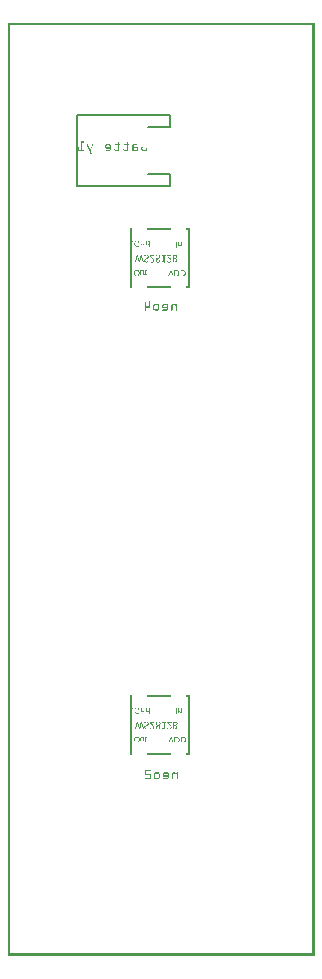
<source format=gbo>
G04 MADE WITH FRITZING*
G04 WWW.FRITZING.ORG*
G04 DOUBLE SIDED*
G04 HOLES PLATED*
G04 CONTOUR ON CENTER OF CONTOUR VECTOR*
%ASAXBY*%
%FSLAX23Y23*%
%MOIN*%
%OFA0B0*%
%SFA1.0B1.0*%
%ADD10C,0.008000*%
%ADD11R,0.001000X0.001000*%
%LNSILK0*%
G90*
G70*
G54D10*
X468Y2763D02*
X539Y2763D01*
D02*
X539Y2763D02*
X539Y2803D01*
D02*
X539Y2803D02*
X232Y2803D01*
D02*
X232Y2803D02*
X232Y2567D01*
D02*
X232Y2567D02*
X539Y2567D01*
D02*
X539Y2567D02*
X539Y2606D01*
D02*
X539Y2606D02*
X468Y2606D01*
G54D11*
X0Y3110D02*
X1022Y3110D01*
X0Y3109D02*
X1022Y3109D01*
X0Y3108D02*
X1022Y3108D01*
X0Y3107D02*
X1022Y3107D01*
X0Y3106D02*
X1022Y3106D01*
X0Y3105D02*
X1022Y3105D01*
X0Y3104D02*
X1022Y3104D01*
X0Y3103D02*
X1022Y3103D01*
X0Y3102D02*
X7Y3102D01*
X1015Y3102D02*
X1022Y3102D01*
X0Y3101D02*
X7Y3101D01*
X1015Y3101D02*
X1022Y3101D01*
X0Y3100D02*
X7Y3100D01*
X1015Y3100D02*
X1022Y3100D01*
X0Y3099D02*
X7Y3099D01*
X1015Y3099D02*
X1022Y3099D01*
X0Y3098D02*
X7Y3098D01*
X1015Y3098D02*
X1022Y3098D01*
X0Y3097D02*
X7Y3097D01*
X1015Y3097D02*
X1022Y3097D01*
X0Y3096D02*
X7Y3096D01*
X1015Y3096D02*
X1022Y3096D01*
X0Y3095D02*
X7Y3095D01*
X1015Y3095D02*
X1022Y3095D01*
X0Y3094D02*
X7Y3094D01*
X1015Y3094D02*
X1022Y3094D01*
X0Y3093D02*
X7Y3093D01*
X1015Y3093D02*
X1022Y3093D01*
X0Y3092D02*
X7Y3092D01*
X1015Y3092D02*
X1022Y3092D01*
X0Y3091D02*
X7Y3091D01*
X1015Y3091D02*
X1022Y3091D01*
X0Y3090D02*
X7Y3090D01*
X1015Y3090D02*
X1022Y3090D01*
X0Y3089D02*
X7Y3089D01*
X1015Y3089D02*
X1022Y3089D01*
X0Y3088D02*
X7Y3088D01*
X1015Y3088D02*
X1022Y3088D01*
X0Y3087D02*
X7Y3087D01*
X1015Y3087D02*
X1022Y3087D01*
X0Y3086D02*
X7Y3086D01*
X1015Y3086D02*
X1022Y3086D01*
X0Y3085D02*
X7Y3085D01*
X1015Y3085D02*
X1022Y3085D01*
X0Y3084D02*
X7Y3084D01*
X1015Y3084D02*
X1022Y3084D01*
X0Y3083D02*
X7Y3083D01*
X1015Y3083D02*
X1022Y3083D01*
X0Y3082D02*
X7Y3082D01*
X1015Y3082D02*
X1022Y3082D01*
X0Y3081D02*
X7Y3081D01*
X1015Y3081D02*
X1022Y3081D01*
X0Y3080D02*
X7Y3080D01*
X1015Y3080D02*
X1022Y3080D01*
X0Y3079D02*
X7Y3079D01*
X1015Y3079D02*
X1022Y3079D01*
X0Y3078D02*
X7Y3078D01*
X1015Y3078D02*
X1022Y3078D01*
X0Y3077D02*
X7Y3077D01*
X1015Y3077D02*
X1022Y3077D01*
X0Y3076D02*
X7Y3076D01*
X1015Y3076D02*
X1022Y3076D01*
X0Y3075D02*
X7Y3075D01*
X1015Y3075D02*
X1022Y3075D01*
X0Y3074D02*
X7Y3074D01*
X1015Y3074D02*
X1022Y3074D01*
X0Y3073D02*
X7Y3073D01*
X1015Y3073D02*
X1022Y3073D01*
X0Y3072D02*
X7Y3072D01*
X1015Y3072D02*
X1022Y3072D01*
X0Y3071D02*
X7Y3071D01*
X1015Y3071D02*
X1022Y3071D01*
X0Y3070D02*
X7Y3070D01*
X1015Y3070D02*
X1022Y3070D01*
X0Y3069D02*
X7Y3069D01*
X1015Y3069D02*
X1022Y3069D01*
X0Y3068D02*
X7Y3068D01*
X1015Y3068D02*
X1022Y3068D01*
X0Y3067D02*
X7Y3067D01*
X1015Y3067D02*
X1022Y3067D01*
X0Y3066D02*
X7Y3066D01*
X1015Y3066D02*
X1022Y3066D01*
X0Y3065D02*
X7Y3065D01*
X1015Y3065D02*
X1022Y3065D01*
X0Y3064D02*
X7Y3064D01*
X1015Y3064D02*
X1022Y3064D01*
X0Y3063D02*
X7Y3063D01*
X1015Y3063D02*
X1022Y3063D01*
X0Y3062D02*
X7Y3062D01*
X1015Y3062D02*
X1022Y3062D01*
X0Y3061D02*
X7Y3061D01*
X1015Y3061D02*
X1022Y3061D01*
X0Y3060D02*
X7Y3060D01*
X1015Y3060D02*
X1022Y3060D01*
X0Y3059D02*
X7Y3059D01*
X1015Y3059D02*
X1022Y3059D01*
X0Y3058D02*
X7Y3058D01*
X1015Y3058D02*
X1022Y3058D01*
X0Y3057D02*
X7Y3057D01*
X1015Y3057D02*
X1022Y3057D01*
X0Y3056D02*
X7Y3056D01*
X1015Y3056D02*
X1022Y3056D01*
X0Y3055D02*
X7Y3055D01*
X1015Y3055D02*
X1022Y3055D01*
X0Y3054D02*
X7Y3054D01*
X1015Y3054D02*
X1022Y3054D01*
X0Y3053D02*
X7Y3053D01*
X1015Y3053D02*
X1022Y3053D01*
X0Y3052D02*
X7Y3052D01*
X1015Y3052D02*
X1022Y3052D01*
X0Y3051D02*
X7Y3051D01*
X1015Y3051D02*
X1022Y3051D01*
X0Y3050D02*
X7Y3050D01*
X1015Y3050D02*
X1022Y3050D01*
X0Y3049D02*
X7Y3049D01*
X1015Y3049D02*
X1022Y3049D01*
X0Y3048D02*
X7Y3048D01*
X1015Y3048D02*
X1022Y3048D01*
X0Y3047D02*
X7Y3047D01*
X1015Y3047D02*
X1022Y3047D01*
X0Y3046D02*
X7Y3046D01*
X1015Y3046D02*
X1022Y3046D01*
X0Y3045D02*
X7Y3045D01*
X1015Y3045D02*
X1022Y3045D01*
X0Y3044D02*
X7Y3044D01*
X1015Y3044D02*
X1022Y3044D01*
X0Y3043D02*
X7Y3043D01*
X1015Y3043D02*
X1022Y3043D01*
X0Y3042D02*
X7Y3042D01*
X1015Y3042D02*
X1022Y3042D01*
X0Y3041D02*
X7Y3041D01*
X1015Y3041D02*
X1022Y3041D01*
X0Y3040D02*
X7Y3040D01*
X1015Y3040D02*
X1022Y3040D01*
X0Y3039D02*
X7Y3039D01*
X1015Y3039D02*
X1022Y3039D01*
X0Y3038D02*
X7Y3038D01*
X1015Y3038D02*
X1022Y3038D01*
X0Y3037D02*
X7Y3037D01*
X1015Y3037D02*
X1022Y3037D01*
X0Y3036D02*
X7Y3036D01*
X1015Y3036D02*
X1022Y3036D01*
X0Y3035D02*
X7Y3035D01*
X1015Y3035D02*
X1022Y3035D01*
X0Y3034D02*
X7Y3034D01*
X1015Y3034D02*
X1022Y3034D01*
X0Y3033D02*
X7Y3033D01*
X1015Y3033D02*
X1022Y3033D01*
X0Y3032D02*
X7Y3032D01*
X1015Y3032D02*
X1022Y3032D01*
X0Y3031D02*
X7Y3031D01*
X1015Y3031D02*
X1022Y3031D01*
X0Y3030D02*
X7Y3030D01*
X1015Y3030D02*
X1022Y3030D01*
X0Y3029D02*
X7Y3029D01*
X1015Y3029D02*
X1022Y3029D01*
X0Y3028D02*
X7Y3028D01*
X1015Y3028D02*
X1022Y3028D01*
X0Y3027D02*
X7Y3027D01*
X1015Y3027D02*
X1022Y3027D01*
X0Y3026D02*
X7Y3026D01*
X1015Y3026D02*
X1022Y3026D01*
X0Y3025D02*
X7Y3025D01*
X1015Y3025D02*
X1022Y3025D01*
X0Y3024D02*
X7Y3024D01*
X1015Y3024D02*
X1022Y3024D01*
X0Y3023D02*
X7Y3023D01*
X1015Y3023D02*
X1022Y3023D01*
X0Y3022D02*
X7Y3022D01*
X1015Y3022D02*
X1022Y3022D01*
X0Y3021D02*
X7Y3021D01*
X1015Y3021D02*
X1022Y3021D01*
X0Y3020D02*
X7Y3020D01*
X1015Y3020D02*
X1022Y3020D01*
X0Y3019D02*
X7Y3019D01*
X1015Y3019D02*
X1022Y3019D01*
X0Y3018D02*
X7Y3018D01*
X1015Y3018D02*
X1022Y3018D01*
X0Y3017D02*
X7Y3017D01*
X1015Y3017D02*
X1022Y3017D01*
X0Y3016D02*
X7Y3016D01*
X1015Y3016D02*
X1022Y3016D01*
X0Y3015D02*
X7Y3015D01*
X1015Y3015D02*
X1022Y3015D01*
X0Y3014D02*
X7Y3014D01*
X1015Y3014D02*
X1022Y3014D01*
X0Y3013D02*
X7Y3013D01*
X1015Y3013D02*
X1022Y3013D01*
X0Y3012D02*
X7Y3012D01*
X1015Y3012D02*
X1022Y3012D01*
X0Y3011D02*
X7Y3011D01*
X1015Y3011D02*
X1022Y3011D01*
X0Y3010D02*
X7Y3010D01*
X1015Y3010D02*
X1022Y3010D01*
X0Y3009D02*
X7Y3009D01*
X1015Y3009D02*
X1022Y3009D01*
X0Y3008D02*
X7Y3008D01*
X1015Y3008D02*
X1022Y3008D01*
X0Y3007D02*
X7Y3007D01*
X1015Y3007D02*
X1022Y3007D01*
X0Y3006D02*
X7Y3006D01*
X1015Y3006D02*
X1022Y3006D01*
X0Y3005D02*
X7Y3005D01*
X1015Y3005D02*
X1022Y3005D01*
X0Y3004D02*
X7Y3004D01*
X1015Y3004D02*
X1022Y3004D01*
X0Y3003D02*
X7Y3003D01*
X1015Y3003D02*
X1022Y3003D01*
X0Y3002D02*
X7Y3002D01*
X1015Y3002D02*
X1022Y3002D01*
X0Y3001D02*
X7Y3001D01*
X1015Y3001D02*
X1022Y3001D01*
X0Y3000D02*
X7Y3000D01*
X1015Y3000D02*
X1022Y3000D01*
X0Y2999D02*
X7Y2999D01*
X1015Y2999D02*
X1022Y2999D01*
X0Y2998D02*
X7Y2998D01*
X1015Y2998D02*
X1022Y2998D01*
X0Y2997D02*
X7Y2997D01*
X1015Y2997D02*
X1022Y2997D01*
X0Y2996D02*
X7Y2996D01*
X1015Y2996D02*
X1022Y2996D01*
X0Y2995D02*
X7Y2995D01*
X1015Y2995D02*
X1022Y2995D01*
X0Y2994D02*
X7Y2994D01*
X1015Y2994D02*
X1022Y2994D01*
X0Y2993D02*
X7Y2993D01*
X1015Y2993D02*
X1022Y2993D01*
X0Y2992D02*
X7Y2992D01*
X1015Y2992D02*
X1022Y2992D01*
X0Y2991D02*
X7Y2991D01*
X1015Y2991D02*
X1022Y2991D01*
X0Y2990D02*
X7Y2990D01*
X1015Y2990D02*
X1022Y2990D01*
X0Y2989D02*
X7Y2989D01*
X1015Y2989D02*
X1022Y2989D01*
X0Y2988D02*
X7Y2988D01*
X1015Y2988D02*
X1022Y2988D01*
X0Y2987D02*
X7Y2987D01*
X1015Y2987D02*
X1022Y2987D01*
X0Y2986D02*
X7Y2986D01*
X1015Y2986D02*
X1022Y2986D01*
X0Y2985D02*
X7Y2985D01*
X1015Y2985D02*
X1022Y2985D01*
X0Y2984D02*
X7Y2984D01*
X1015Y2984D02*
X1022Y2984D01*
X0Y2983D02*
X7Y2983D01*
X1015Y2983D02*
X1022Y2983D01*
X0Y2982D02*
X7Y2982D01*
X1015Y2982D02*
X1022Y2982D01*
X0Y2981D02*
X7Y2981D01*
X1015Y2981D02*
X1022Y2981D01*
X0Y2980D02*
X7Y2980D01*
X1015Y2980D02*
X1022Y2980D01*
X0Y2979D02*
X7Y2979D01*
X1015Y2979D02*
X1022Y2979D01*
X0Y2978D02*
X7Y2978D01*
X1015Y2978D02*
X1022Y2978D01*
X0Y2977D02*
X7Y2977D01*
X1015Y2977D02*
X1022Y2977D01*
X0Y2976D02*
X7Y2976D01*
X1015Y2976D02*
X1022Y2976D01*
X0Y2975D02*
X7Y2975D01*
X1015Y2975D02*
X1022Y2975D01*
X0Y2974D02*
X7Y2974D01*
X1015Y2974D02*
X1022Y2974D01*
X0Y2973D02*
X7Y2973D01*
X1015Y2973D02*
X1022Y2973D01*
X0Y2972D02*
X7Y2972D01*
X1015Y2972D02*
X1022Y2972D01*
X0Y2971D02*
X7Y2971D01*
X1015Y2971D02*
X1022Y2971D01*
X0Y2970D02*
X7Y2970D01*
X1015Y2970D02*
X1022Y2970D01*
X0Y2969D02*
X7Y2969D01*
X1015Y2969D02*
X1022Y2969D01*
X0Y2968D02*
X7Y2968D01*
X1015Y2968D02*
X1022Y2968D01*
X0Y2967D02*
X7Y2967D01*
X1015Y2967D02*
X1022Y2967D01*
X0Y2966D02*
X7Y2966D01*
X1015Y2966D02*
X1022Y2966D01*
X0Y2965D02*
X7Y2965D01*
X1015Y2965D02*
X1022Y2965D01*
X0Y2964D02*
X7Y2964D01*
X1015Y2964D02*
X1022Y2964D01*
X0Y2963D02*
X7Y2963D01*
X1015Y2963D02*
X1022Y2963D01*
X0Y2962D02*
X7Y2962D01*
X1015Y2962D02*
X1022Y2962D01*
X0Y2961D02*
X7Y2961D01*
X1015Y2961D02*
X1022Y2961D01*
X0Y2960D02*
X7Y2960D01*
X1015Y2960D02*
X1022Y2960D01*
X0Y2959D02*
X7Y2959D01*
X1015Y2959D02*
X1022Y2959D01*
X0Y2958D02*
X7Y2958D01*
X1015Y2958D02*
X1022Y2958D01*
X0Y2957D02*
X7Y2957D01*
X1015Y2957D02*
X1022Y2957D01*
X0Y2956D02*
X7Y2956D01*
X1015Y2956D02*
X1022Y2956D01*
X0Y2955D02*
X7Y2955D01*
X1015Y2955D02*
X1022Y2955D01*
X0Y2954D02*
X7Y2954D01*
X1015Y2954D02*
X1022Y2954D01*
X0Y2953D02*
X7Y2953D01*
X1015Y2953D02*
X1022Y2953D01*
X0Y2952D02*
X7Y2952D01*
X1015Y2952D02*
X1022Y2952D01*
X0Y2951D02*
X7Y2951D01*
X1015Y2951D02*
X1022Y2951D01*
X0Y2950D02*
X7Y2950D01*
X1015Y2950D02*
X1022Y2950D01*
X0Y2949D02*
X7Y2949D01*
X1015Y2949D02*
X1022Y2949D01*
X0Y2948D02*
X7Y2948D01*
X1015Y2948D02*
X1022Y2948D01*
X0Y2947D02*
X7Y2947D01*
X1015Y2947D02*
X1022Y2947D01*
X0Y2946D02*
X7Y2946D01*
X1015Y2946D02*
X1022Y2946D01*
X0Y2945D02*
X7Y2945D01*
X1015Y2945D02*
X1022Y2945D01*
X0Y2944D02*
X7Y2944D01*
X1015Y2944D02*
X1022Y2944D01*
X0Y2943D02*
X7Y2943D01*
X1015Y2943D02*
X1022Y2943D01*
X0Y2942D02*
X7Y2942D01*
X1015Y2942D02*
X1022Y2942D01*
X0Y2941D02*
X7Y2941D01*
X1015Y2941D02*
X1022Y2941D01*
X0Y2940D02*
X7Y2940D01*
X1015Y2940D02*
X1022Y2940D01*
X0Y2939D02*
X7Y2939D01*
X1015Y2939D02*
X1022Y2939D01*
X0Y2938D02*
X7Y2938D01*
X1015Y2938D02*
X1022Y2938D01*
X0Y2937D02*
X7Y2937D01*
X1015Y2937D02*
X1022Y2937D01*
X0Y2936D02*
X7Y2936D01*
X1015Y2936D02*
X1022Y2936D01*
X0Y2935D02*
X7Y2935D01*
X1015Y2935D02*
X1022Y2935D01*
X0Y2934D02*
X7Y2934D01*
X1015Y2934D02*
X1022Y2934D01*
X0Y2933D02*
X7Y2933D01*
X1015Y2933D02*
X1022Y2933D01*
X0Y2932D02*
X7Y2932D01*
X1015Y2932D02*
X1022Y2932D01*
X0Y2931D02*
X7Y2931D01*
X1015Y2931D02*
X1022Y2931D01*
X0Y2930D02*
X7Y2930D01*
X1015Y2930D02*
X1022Y2930D01*
X0Y2929D02*
X7Y2929D01*
X1015Y2929D02*
X1022Y2929D01*
X0Y2928D02*
X7Y2928D01*
X1015Y2928D02*
X1022Y2928D01*
X0Y2927D02*
X7Y2927D01*
X1015Y2927D02*
X1022Y2927D01*
X0Y2926D02*
X7Y2926D01*
X1015Y2926D02*
X1022Y2926D01*
X0Y2925D02*
X7Y2925D01*
X1015Y2925D02*
X1022Y2925D01*
X0Y2924D02*
X7Y2924D01*
X1015Y2924D02*
X1022Y2924D01*
X0Y2923D02*
X7Y2923D01*
X1015Y2923D02*
X1022Y2923D01*
X0Y2922D02*
X7Y2922D01*
X1015Y2922D02*
X1022Y2922D01*
X0Y2921D02*
X7Y2921D01*
X1015Y2921D02*
X1022Y2921D01*
X0Y2920D02*
X7Y2920D01*
X1015Y2920D02*
X1022Y2920D01*
X0Y2919D02*
X7Y2919D01*
X1015Y2919D02*
X1022Y2919D01*
X0Y2918D02*
X7Y2918D01*
X1015Y2918D02*
X1022Y2918D01*
X0Y2917D02*
X7Y2917D01*
X1015Y2917D02*
X1022Y2917D01*
X0Y2916D02*
X7Y2916D01*
X1015Y2916D02*
X1022Y2916D01*
X0Y2915D02*
X7Y2915D01*
X1015Y2915D02*
X1022Y2915D01*
X0Y2914D02*
X7Y2914D01*
X1015Y2914D02*
X1022Y2914D01*
X0Y2913D02*
X7Y2913D01*
X1015Y2913D02*
X1022Y2913D01*
X0Y2912D02*
X7Y2912D01*
X1015Y2912D02*
X1022Y2912D01*
X0Y2911D02*
X7Y2911D01*
X1015Y2911D02*
X1022Y2911D01*
X0Y2910D02*
X7Y2910D01*
X1015Y2910D02*
X1022Y2910D01*
X0Y2909D02*
X7Y2909D01*
X1015Y2909D02*
X1022Y2909D01*
X0Y2908D02*
X7Y2908D01*
X1015Y2908D02*
X1022Y2908D01*
X0Y2907D02*
X7Y2907D01*
X1015Y2907D02*
X1022Y2907D01*
X0Y2906D02*
X7Y2906D01*
X1015Y2906D02*
X1022Y2906D01*
X0Y2905D02*
X7Y2905D01*
X1015Y2905D02*
X1022Y2905D01*
X0Y2904D02*
X7Y2904D01*
X1015Y2904D02*
X1022Y2904D01*
X0Y2903D02*
X7Y2903D01*
X1015Y2903D02*
X1022Y2903D01*
X0Y2902D02*
X7Y2902D01*
X1015Y2902D02*
X1022Y2902D01*
X0Y2901D02*
X7Y2901D01*
X1015Y2901D02*
X1022Y2901D01*
X0Y2900D02*
X7Y2900D01*
X1015Y2900D02*
X1022Y2900D01*
X0Y2899D02*
X7Y2899D01*
X1015Y2899D02*
X1022Y2899D01*
X0Y2898D02*
X7Y2898D01*
X1015Y2898D02*
X1022Y2898D01*
X0Y2897D02*
X7Y2897D01*
X1015Y2897D02*
X1022Y2897D01*
X0Y2896D02*
X7Y2896D01*
X1015Y2896D02*
X1022Y2896D01*
X0Y2895D02*
X7Y2895D01*
X1015Y2895D02*
X1022Y2895D01*
X0Y2894D02*
X7Y2894D01*
X1015Y2894D02*
X1022Y2894D01*
X0Y2893D02*
X7Y2893D01*
X1015Y2893D02*
X1022Y2893D01*
X0Y2892D02*
X7Y2892D01*
X1015Y2892D02*
X1022Y2892D01*
X0Y2891D02*
X7Y2891D01*
X1015Y2891D02*
X1022Y2891D01*
X0Y2890D02*
X7Y2890D01*
X1015Y2890D02*
X1022Y2890D01*
X0Y2889D02*
X7Y2889D01*
X1015Y2889D02*
X1022Y2889D01*
X0Y2888D02*
X7Y2888D01*
X1015Y2888D02*
X1022Y2888D01*
X0Y2887D02*
X7Y2887D01*
X1015Y2887D02*
X1022Y2887D01*
X0Y2886D02*
X7Y2886D01*
X1015Y2886D02*
X1022Y2886D01*
X0Y2885D02*
X7Y2885D01*
X1015Y2885D02*
X1022Y2885D01*
X0Y2884D02*
X7Y2884D01*
X1015Y2884D02*
X1022Y2884D01*
X0Y2883D02*
X7Y2883D01*
X1015Y2883D02*
X1022Y2883D01*
X0Y2882D02*
X7Y2882D01*
X1015Y2882D02*
X1022Y2882D01*
X0Y2881D02*
X7Y2881D01*
X1015Y2881D02*
X1022Y2881D01*
X0Y2880D02*
X7Y2880D01*
X1015Y2880D02*
X1022Y2880D01*
X0Y2879D02*
X7Y2879D01*
X1015Y2879D02*
X1022Y2879D01*
X0Y2878D02*
X7Y2878D01*
X1015Y2878D02*
X1022Y2878D01*
X0Y2877D02*
X7Y2877D01*
X1015Y2877D02*
X1022Y2877D01*
X0Y2876D02*
X7Y2876D01*
X1015Y2876D02*
X1022Y2876D01*
X0Y2875D02*
X7Y2875D01*
X1015Y2875D02*
X1022Y2875D01*
X0Y2874D02*
X7Y2874D01*
X1015Y2874D02*
X1022Y2874D01*
X0Y2873D02*
X7Y2873D01*
X1015Y2873D02*
X1022Y2873D01*
X0Y2872D02*
X7Y2872D01*
X1015Y2872D02*
X1022Y2872D01*
X0Y2871D02*
X7Y2871D01*
X1015Y2871D02*
X1022Y2871D01*
X0Y2870D02*
X7Y2870D01*
X1015Y2870D02*
X1022Y2870D01*
X0Y2869D02*
X7Y2869D01*
X1015Y2869D02*
X1022Y2869D01*
X0Y2868D02*
X7Y2868D01*
X1015Y2868D02*
X1022Y2868D01*
X0Y2867D02*
X7Y2867D01*
X1015Y2867D02*
X1022Y2867D01*
X0Y2866D02*
X7Y2866D01*
X1015Y2866D02*
X1022Y2866D01*
X0Y2865D02*
X7Y2865D01*
X1015Y2865D02*
X1022Y2865D01*
X0Y2864D02*
X7Y2864D01*
X1015Y2864D02*
X1022Y2864D01*
X0Y2863D02*
X7Y2863D01*
X1015Y2863D02*
X1022Y2863D01*
X0Y2862D02*
X7Y2862D01*
X1015Y2862D02*
X1022Y2862D01*
X0Y2861D02*
X7Y2861D01*
X1015Y2861D02*
X1022Y2861D01*
X0Y2860D02*
X7Y2860D01*
X1015Y2860D02*
X1022Y2860D01*
X0Y2859D02*
X7Y2859D01*
X1015Y2859D02*
X1022Y2859D01*
X0Y2858D02*
X7Y2858D01*
X1015Y2858D02*
X1022Y2858D01*
X0Y2857D02*
X7Y2857D01*
X1015Y2857D02*
X1022Y2857D01*
X0Y2856D02*
X7Y2856D01*
X1015Y2856D02*
X1022Y2856D01*
X0Y2855D02*
X7Y2855D01*
X1015Y2855D02*
X1022Y2855D01*
X0Y2854D02*
X7Y2854D01*
X1015Y2854D02*
X1022Y2854D01*
X0Y2853D02*
X7Y2853D01*
X1015Y2853D02*
X1022Y2853D01*
X0Y2852D02*
X7Y2852D01*
X1015Y2852D02*
X1022Y2852D01*
X0Y2851D02*
X7Y2851D01*
X1015Y2851D02*
X1022Y2851D01*
X0Y2850D02*
X7Y2850D01*
X1015Y2850D02*
X1022Y2850D01*
X0Y2849D02*
X7Y2849D01*
X1015Y2849D02*
X1022Y2849D01*
X0Y2848D02*
X7Y2848D01*
X1015Y2848D02*
X1022Y2848D01*
X0Y2847D02*
X7Y2847D01*
X1015Y2847D02*
X1022Y2847D01*
X0Y2846D02*
X7Y2846D01*
X1015Y2846D02*
X1022Y2846D01*
X0Y2845D02*
X7Y2845D01*
X1015Y2845D02*
X1022Y2845D01*
X0Y2844D02*
X7Y2844D01*
X1015Y2844D02*
X1022Y2844D01*
X0Y2843D02*
X7Y2843D01*
X1015Y2843D02*
X1022Y2843D01*
X0Y2842D02*
X7Y2842D01*
X1015Y2842D02*
X1022Y2842D01*
X0Y2841D02*
X7Y2841D01*
X1015Y2841D02*
X1022Y2841D01*
X0Y2840D02*
X7Y2840D01*
X1015Y2840D02*
X1022Y2840D01*
X0Y2839D02*
X7Y2839D01*
X1015Y2839D02*
X1022Y2839D01*
X0Y2838D02*
X7Y2838D01*
X1015Y2838D02*
X1022Y2838D01*
X0Y2837D02*
X7Y2837D01*
X1015Y2837D02*
X1022Y2837D01*
X0Y2836D02*
X7Y2836D01*
X1015Y2836D02*
X1022Y2836D01*
X0Y2835D02*
X7Y2835D01*
X1015Y2835D02*
X1022Y2835D01*
X0Y2834D02*
X7Y2834D01*
X1015Y2834D02*
X1022Y2834D01*
X0Y2833D02*
X7Y2833D01*
X1015Y2833D02*
X1022Y2833D01*
X0Y2832D02*
X7Y2832D01*
X1015Y2832D02*
X1022Y2832D01*
X0Y2831D02*
X7Y2831D01*
X1015Y2831D02*
X1022Y2831D01*
X0Y2830D02*
X7Y2830D01*
X1015Y2830D02*
X1022Y2830D01*
X0Y2829D02*
X7Y2829D01*
X1015Y2829D02*
X1022Y2829D01*
X0Y2828D02*
X7Y2828D01*
X1015Y2828D02*
X1022Y2828D01*
X0Y2827D02*
X7Y2827D01*
X1015Y2827D02*
X1022Y2827D01*
X0Y2826D02*
X7Y2826D01*
X1015Y2826D02*
X1022Y2826D01*
X0Y2825D02*
X7Y2825D01*
X1015Y2825D02*
X1022Y2825D01*
X0Y2824D02*
X7Y2824D01*
X1015Y2824D02*
X1022Y2824D01*
X0Y2823D02*
X7Y2823D01*
X1015Y2823D02*
X1022Y2823D01*
X0Y2822D02*
X7Y2822D01*
X1015Y2822D02*
X1022Y2822D01*
X0Y2821D02*
X7Y2821D01*
X1015Y2821D02*
X1022Y2821D01*
X0Y2820D02*
X7Y2820D01*
X1015Y2820D02*
X1022Y2820D01*
X0Y2819D02*
X7Y2819D01*
X1015Y2819D02*
X1022Y2819D01*
X0Y2818D02*
X7Y2818D01*
X1015Y2818D02*
X1022Y2818D01*
X0Y2817D02*
X7Y2817D01*
X1015Y2817D02*
X1022Y2817D01*
X0Y2816D02*
X7Y2816D01*
X1015Y2816D02*
X1022Y2816D01*
X0Y2815D02*
X7Y2815D01*
X1015Y2815D02*
X1022Y2815D01*
X0Y2814D02*
X7Y2814D01*
X1015Y2814D02*
X1022Y2814D01*
X0Y2813D02*
X7Y2813D01*
X1015Y2813D02*
X1022Y2813D01*
X0Y2812D02*
X7Y2812D01*
X1015Y2812D02*
X1022Y2812D01*
X0Y2811D02*
X7Y2811D01*
X1015Y2811D02*
X1022Y2811D01*
X0Y2810D02*
X7Y2810D01*
X1015Y2810D02*
X1022Y2810D01*
X0Y2809D02*
X7Y2809D01*
X1015Y2809D02*
X1022Y2809D01*
X0Y2808D02*
X7Y2808D01*
X1015Y2808D02*
X1022Y2808D01*
X0Y2807D02*
X7Y2807D01*
X1015Y2807D02*
X1022Y2807D01*
X0Y2806D02*
X7Y2806D01*
X1015Y2806D02*
X1022Y2806D01*
X0Y2805D02*
X7Y2805D01*
X1015Y2805D02*
X1022Y2805D01*
X0Y2804D02*
X7Y2804D01*
X1015Y2804D02*
X1022Y2804D01*
X0Y2803D02*
X7Y2803D01*
X1015Y2803D02*
X1022Y2803D01*
X0Y2802D02*
X7Y2802D01*
X1015Y2802D02*
X1022Y2802D01*
X0Y2801D02*
X7Y2801D01*
X1015Y2801D02*
X1022Y2801D01*
X0Y2800D02*
X7Y2800D01*
X1015Y2800D02*
X1022Y2800D01*
X0Y2799D02*
X7Y2799D01*
X1015Y2799D02*
X1022Y2799D01*
X0Y2798D02*
X7Y2798D01*
X1015Y2798D02*
X1022Y2798D01*
X0Y2797D02*
X7Y2797D01*
X1015Y2797D02*
X1022Y2797D01*
X0Y2796D02*
X7Y2796D01*
X1015Y2796D02*
X1022Y2796D01*
X0Y2795D02*
X7Y2795D01*
X1015Y2795D02*
X1022Y2795D01*
X0Y2794D02*
X7Y2794D01*
X1015Y2794D02*
X1022Y2794D01*
X0Y2793D02*
X7Y2793D01*
X1015Y2793D02*
X1022Y2793D01*
X0Y2792D02*
X7Y2792D01*
X1015Y2792D02*
X1022Y2792D01*
X0Y2791D02*
X7Y2791D01*
X1015Y2791D02*
X1022Y2791D01*
X0Y2790D02*
X7Y2790D01*
X1015Y2790D02*
X1022Y2790D01*
X0Y2789D02*
X7Y2789D01*
X1015Y2789D02*
X1022Y2789D01*
X0Y2788D02*
X7Y2788D01*
X1015Y2788D02*
X1022Y2788D01*
X0Y2787D02*
X7Y2787D01*
X1015Y2787D02*
X1022Y2787D01*
X0Y2786D02*
X7Y2786D01*
X1015Y2786D02*
X1022Y2786D01*
X0Y2785D02*
X7Y2785D01*
X1015Y2785D02*
X1022Y2785D01*
X0Y2784D02*
X7Y2784D01*
X1015Y2784D02*
X1022Y2784D01*
X0Y2783D02*
X7Y2783D01*
X1015Y2783D02*
X1022Y2783D01*
X0Y2782D02*
X7Y2782D01*
X1015Y2782D02*
X1022Y2782D01*
X0Y2781D02*
X7Y2781D01*
X1015Y2781D02*
X1022Y2781D01*
X0Y2780D02*
X7Y2780D01*
X1015Y2780D02*
X1022Y2780D01*
X0Y2779D02*
X7Y2779D01*
X1015Y2779D02*
X1022Y2779D01*
X0Y2778D02*
X7Y2778D01*
X1015Y2778D02*
X1022Y2778D01*
X0Y2777D02*
X7Y2777D01*
X1015Y2777D02*
X1022Y2777D01*
X0Y2776D02*
X7Y2776D01*
X1015Y2776D02*
X1022Y2776D01*
X0Y2775D02*
X7Y2775D01*
X1015Y2775D02*
X1022Y2775D01*
X0Y2774D02*
X7Y2774D01*
X1015Y2774D02*
X1022Y2774D01*
X0Y2773D02*
X7Y2773D01*
X1015Y2773D02*
X1022Y2773D01*
X0Y2772D02*
X7Y2772D01*
X1015Y2772D02*
X1022Y2772D01*
X0Y2771D02*
X7Y2771D01*
X1015Y2771D02*
X1022Y2771D01*
X0Y2770D02*
X7Y2770D01*
X1015Y2770D02*
X1022Y2770D01*
X0Y2769D02*
X7Y2769D01*
X1015Y2769D02*
X1022Y2769D01*
X0Y2768D02*
X7Y2768D01*
X1015Y2768D02*
X1022Y2768D01*
X0Y2767D02*
X7Y2767D01*
X1015Y2767D02*
X1022Y2767D01*
X0Y2766D02*
X7Y2766D01*
X1015Y2766D02*
X1022Y2766D01*
X0Y2765D02*
X7Y2765D01*
X1015Y2765D02*
X1022Y2765D01*
X0Y2764D02*
X7Y2764D01*
X1015Y2764D02*
X1022Y2764D01*
X0Y2763D02*
X7Y2763D01*
X1015Y2763D02*
X1022Y2763D01*
X0Y2762D02*
X7Y2762D01*
X1015Y2762D02*
X1022Y2762D01*
X0Y2761D02*
X7Y2761D01*
X1015Y2761D02*
X1022Y2761D01*
X0Y2760D02*
X7Y2760D01*
X1015Y2760D02*
X1022Y2760D01*
X0Y2759D02*
X7Y2759D01*
X1015Y2759D02*
X1022Y2759D01*
X0Y2758D02*
X7Y2758D01*
X1015Y2758D02*
X1022Y2758D01*
X0Y2757D02*
X7Y2757D01*
X1015Y2757D02*
X1022Y2757D01*
X0Y2756D02*
X7Y2756D01*
X1015Y2756D02*
X1022Y2756D01*
X0Y2755D02*
X7Y2755D01*
X1015Y2755D02*
X1022Y2755D01*
X0Y2754D02*
X7Y2754D01*
X1015Y2754D02*
X1022Y2754D01*
X0Y2753D02*
X7Y2753D01*
X1015Y2753D02*
X1022Y2753D01*
X0Y2752D02*
X7Y2752D01*
X1015Y2752D02*
X1022Y2752D01*
X0Y2751D02*
X7Y2751D01*
X1015Y2751D02*
X1022Y2751D01*
X0Y2750D02*
X7Y2750D01*
X1015Y2750D02*
X1022Y2750D01*
X0Y2749D02*
X7Y2749D01*
X1015Y2749D02*
X1022Y2749D01*
X0Y2748D02*
X7Y2748D01*
X1015Y2748D02*
X1022Y2748D01*
X0Y2747D02*
X7Y2747D01*
X1015Y2747D02*
X1022Y2747D01*
X0Y2746D02*
X7Y2746D01*
X1015Y2746D02*
X1022Y2746D01*
X0Y2745D02*
X7Y2745D01*
X1015Y2745D02*
X1022Y2745D01*
X0Y2744D02*
X7Y2744D01*
X1015Y2744D02*
X1022Y2744D01*
X0Y2743D02*
X7Y2743D01*
X1015Y2743D02*
X1022Y2743D01*
X0Y2742D02*
X7Y2742D01*
X1015Y2742D02*
X1022Y2742D01*
X0Y2741D02*
X7Y2741D01*
X1015Y2741D02*
X1022Y2741D01*
X0Y2740D02*
X7Y2740D01*
X1015Y2740D02*
X1022Y2740D01*
X0Y2739D02*
X7Y2739D01*
X1015Y2739D02*
X1022Y2739D01*
X0Y2738D02*
X7Y2738D01*
X1015Y2738D02*
X1022Y2738D01*
X0Y2737D02*
X7Y2737D01*
X1015Y2737D02*
X1022Y2737D01*
X0Y2736D02*
X7Y2736D01*
X1015Y2736D02*
X1022Y2736D01*
X0Y2735D02*
X7Y2735D01*
X1015Y2735D02*
X1022Y2735D01*
X0Y2734D02*
X7Y2734D01*
X1015Y2734D02*
X1022Y2734D01*
X0Y2733D02*
X7Y2733D01*
X1015Y2733D02*
X1022Y2733D01*
X0Y2732D02*
X7Y2732D01*
X1015Y2732D02*
X1022Y2732D01*
X0Y2731D02*
X7Y2731D01*
X1015Y2731D02*
X1022Y2731D01*
X0Y2730D02*
X7Y2730D01*
X1015Y2730D02*
X1022Y2730D01*
X0Y2729D02*
X7Y2729D01*
X1015Y2729D02*
X1022Y2729D01*
X0Y2728D02*
X7Y2728D01*
X1015Y2728D02*
X1022Y2728D01*
X0Y2727D02*
X7Y2727D01*
X1015Y2727D02*
X1022Y2727D01*
X0Y2726D02*
X7Y2726D01*
X1015Y2726D02*
X1022Y2726D01*
X0Y2725D02*
X7Y2725D01*
X1015Y2725D02*
X1022Y2725D01*
X0Y2724D02*
X7Y2724D01*
X1015Y2724D02*
X1022Y2724D01*
X0Y2723D02*
X7Y2723D01*
X1015Y2723D02*
X1022Y2723D01*
X0Y2722D02*
X7Y2722D01*
X1015Y2722D02*
X1022Y2722D01*
X0Y2721D02*
X7Y2721D01*
X1015Y2721D02*
X1022Y2721D01*
X0Y2720D02*
X7Y2720D01*
X1015Y2720D02*
X1022Y2720D01*
X0Y2719D02*
X7Y2719D01*
X1015Y2719D02*
X1022Y2719D01*
X0Y2718D02*
X7Y2718D01*
X1015Y2718D02*
X1022Y2718D01*
X0Y2717D02*
X7Y2717D01*
X1015Y2717D02*
X1022Y2717D01*
X0Y2716D02*
X7Y2716D01*
X1015Y2716D02*
X1022Y2716D01*
X0Y2715D02*
X7Y2715D01*
X1015Y2715D02*
X1022Y2715D01*
X0Y2714D02*
X7Y2714D01*
X243Y2714D02*
X254Y2714D01*
X1015Y2714D02*
X1022Y2714D01*
X0Y2713D02*
X7Y2713D01*
X243Y2713D02*
X254Y2713D01*
X1015Y2713D02*
X1022Y2713D01*
X0Y2712D02*
X7Y2712D01*
X243Y2712D02*
X254Y2712D01*
X368Y2712D02*
X370Y2712D01*
X398Y2712D02*
X400Y2712D01*
X1015Y2712D02*
X1022Y2712D01*
X0Y2711D02*
X7Y2711D01*
X243Y2711D02*
X254Y2711D01*
X367Y2711D02*
X371Y2711D01*
X398Y2711D02*
X401Y2711D01*
X1015Y2711D02*
X1022Y2711D01*
X0Y2710D02*
X7Y2710D01*
X243Y2710D02*
X246Y2710D01*
X367Y2710D02*
X371Y2710D01*
X397Y2710D02*
X401Y2710D01*
X1015Y2710D02*
X1022Y2710D01*
X0Y2709D02*
X7Y2709D01*
X243Y2709D02*
X246Y2709D01*
X367Y2709D02*
X371Y2709D01*
X397Y2709D02*
X401Y2709D01*
X1015Y2709D02*
X1022Y2709D01*
X0Y2708D02*
X7Y2708D01*
X243Y2708D02*
X246Y2708D01*
X367Y2708D02*
X371Y2708D01*
X397Y2708D02*
X401Y2708D01*
X1015Y2708D02*
X1022Y2708D01*
X0Y2707D02*
X7Y2707D01*
X243Y2707D02*
X246Y2707D01*
X367Y2707D02*
X371Y2707D01*
X397Y2707D02*
X401Y2707D01*
X1015Y2707D02*
X1022Y2707D01*
X0Y2706D02*
X7Y2706D01*
X243Y2706D02*
X246Y2706D01*
X367Y2706D02*
X371Y2706D01*
X397Y2706D02*
X401Y2706D01*
X1015Y2706D02*
X1022Y2706D01*
X0Y2705D02*
X7Y2705D01*
X243Y2705D02*
X246Y2705D01*
X265Y2705D02*
X267Y2705D01*
X282Y2705D02*
X284Y2705D01*
X330Y2705D02*
X340Y2705D01*
X358Y2705D02*
X374Y2705D01*
X388Y2705D02*
X404Y2705D01*
X419Y2705D02*
X430Y2705D01*
X1015Y2705D02*
X1022Y2705D01*
X0Y2704D02*
X7Y2704D01*
X243Y2704D02*
X246Y2704D01*
X265Y2704D02*
X268Y2704D01*
X281Y2704D02*
X284Y2704D01*
X328Y2704D02*
X341Y2704D01*
X357Y2704D02*
X375Y2704D01*
X387Y2704D02*
X405Y2704D01*
X418Y2704D02*
X431Y2704D01*
X1015Y2704D02*
X1022Y2704D01*
X0Y2703D02*
X7Y2703D01*
X243Y2703D02*
X246Y2703D01*
X265Y2703D02*
X268Y2703D01*
X281Y2703D02*
X284Y2703D01*
X327Y2703D02*
X342Y2703D01*
X357Y2703D02*
X375Y2703D01*
X387Y2703D02*
X405Y2703D01*
X417Y2703D02*
X431Y2703D01*
X1015Y2703D02*
X1022Y2703D01*
X0Y2702D02*
X7Y2702D01*
X243Y2702D02*
X246Y2702D01*
X265Y2702D02*
X268Y2702D01*
X281Y2702D02*
X284Y2702D01*
X326Y2702D02*
X343Y2702D01*
X358Y2702D02*
X374Y2702D01*
X388Y2702D02*
X404Y2702D01*
X416Y2702D02*
X430Y2702D01*
X1015Y2702D02*
X1022Y2702D01*
X0Y2701D02*
X7Y2701D01*
X243Y2701D02*
X246Y2701D01*
X265Y2701D02*
X268Y2701D01*
X281Y2701D02*
X283Y2701D01*
X326Y2701D02*
X330Y2701D01*
X339Y2701D02*
X344Y2701D01*
X367Y2701D02*
X371Y2701D01*
X397Y2701D02*
X401Y2701D01*
X416Y2701D02*
X420Y2701D01*
X1015Y2701D02*
X1022Y2701D01*
X0Y2700D02*
X7Y2700D01*
X243Y2700D02*
X246Y2700D01*
X265Y2700D02*
X268Y2700D01*
X281Y2700D02*
X283Y2700D01*
X325Y2700D02*
X329Y2700D01*
X340Y2700D02*
X344Y2700D01*
X367Y2700D02*
X371Y2700D01*
X397Y2700D02*
X401Y2700D01*
X416Y2700D02*
X419Y2700D01*
X1015Y2700D02*
X1022Y2700D01*
X0Y2699D02*
X7Y2699D01*
X243Y2699D02*
X246Y2699D01*
X265Y2699D02*
X269Y2699D01*
X280Y2699D02*
X282Y2699D01*
X325Y2699D02*
X328Y2699D01*
X341Y2699D02*
X345Y2699D01*
X367Y2699D02*
X371Y2699D01*
X397Y2699D02*
X401Y2699D01*
X416Y2699D02*
X419Y2699D01*
X1015Y2699D02*
X1022Y2699D01*
X0Y2698D02*
X7Y2698D01*
X243Y2698D02*
X246Y2698D01*
X265Y2698D02*
X269Y2698D01*
X280Y2698D02*
X281Y2698D01*
X325Y2698D02*
X328Y2698D01*
X341Y2698D02*
X345Y2698D01*
X367Y2698D02*
X371Y2698D01*
X397Y2698D02*
X401Y2698D01*
X416Y2698D02*
X419Y2698D01*
X1015Y2698D02*
X1022Y2698D01*
X0Y2697D02*
X7Y2697D01*
X243Y2697D02*
X246Y2697D01*
X266Y2697D02*
X269Y2697D01*
X280Y2697D02*
X281Y2697D01*
X325Y2697D02*
X328Y2697D01*
X341Y2697D02*
X345Y2697D01*
X367Y2697D02*
X371Y2697D01*
X397Y2697D02*
X401Y2697D01*
X416Y2697D02*
X419Y2697D01*
X447Y2697D02*
X447Y2697D01*
X1015Y2697D02*
X1022Y2697D01*
X0Y2696D02*
X7Y2696D01*
X235Y2696D02*
X237Y2696D01*
X243Y2696D02*
X246Y2696D01*
X266Y2696D02*
X270Y2696D01*
X279Y2696D02*
X280Y2696D01*
X325Y2696D02*
X328Y2696D01*
X341Y2696D02*
X345Y2696D01*
X367Y2696D02*
X371Y2696D01*
X397Y2696D02*
X401Y2696D01*
X416Y2696D02*
X432Y2696D01*
X446Y2696D02*
X449Y2696D01*
X1015Y2696D02*
X1022Y2696D01*
X0Y2695D02*
X7Y2695D01*
X235Y2695D02*
X238Y2695D01*
X243Y2695D02*
X246Y2695D01*
X267Y2695D02*
X270Y2695D01*
X279Y2695D02*
X280Y2695D01*
X326Y2695D02*
X345Y2695D01*
X367Y2695D02*
X371Y2695D01*
X397Y2695D02*
X401Y2695D01*
X416Y2695D02*
X433Y2695D01*
X446Y2695D02*
X450Y2695D01*
X1015Y2695D02*
X1022Y2695D01*
X0Y2694D02*
X7Y2694D01*
X235Y2694D02*
X238Y2694D01*
X243Y2694D02*
X246Y2694D01*
X267Y2694D02*
X271Y2694D01*
X278Y2694D02*
X279Y2694D01*
X326Y2694D02*
X345Y2694D01*
X367Y2694D02*
X371Y2694D01*
X397Y2694D02*
X401Y2694D01*
X416Y2694D02*
X434Y2694D01*
X446Y2694D02*
X449Y2694D01*
X1015Y2694D02*
X1022Y2694D01*
X0Y2693D02*
X7Y2693D01*
X235Y2693D02*
X238Y2693D01*
X243Y2693D02*
X246Y2693D01*
X268Y2693D02*
X271Y2693D01*
X278Y2693D02*
X279Y2693D01*
X326Y2693D02*
X345Y2693D01*
X367Y2693D02*
X371Y2693D01*
X397Y2693D02*
X401Y2693D01*
X415Y2693D02*
X434Y2693D01*
X445Y2693D02*
X449Y2693D01*
X1015Y2693D02*
X1022Y2693D01*
X0Y2692D02*
X7Y2692D01*
X235Y2692D02*
X238Y2692D01*
X243Y2692D02*
X246Y2692D01*
X268Y2692D02*
X272Y2692D01*
X277Y2692D02*
X279Y2692D01*
X327Y2692D02*
X345Y2692D01*
X367Y2692D02*
X371Y2692D01*
X397Y2692D02*
X401Y2692D01*
X415Y2692D02*
X419Y2692D01*
X431Y2692D02*
X435Y2692D01*
X445Y2692D02*
X449Y2692D01*
X1015Y2692D02*
X1022Y2692D01*
X0Y2691D02*
X7Y2691D01*
X235Y2691D02*
X238Y2691D01*
X243Y2691D02*
X246Y2691D01*
X268Y2691D02*
X272Y2691D01*
X277Y2691D02*
X278Y2691D01*
X327Y2691D02*
X345Y2691D01*
X367Y2691D02*
X371Y2691D01*
X397Y2691D02*
X401Y2691D01*
X415Y2691D02*
X419Y2691D01*
X432Y2691D02*
X435Y2691D01*
X445Y2691D02*
X448Y2691D01*
X462Y2691D02*
X463Y2691D01*
X1015Y2691D02*
X1022Y2691D01*
X0Y2690D02*
X7Y2690D01*
X235Y2690D02*
X238Y2690D01*
X243Y2690D02*
X246Y2690D01*
X269Y2690D02*
X273Y2690D01*
X277Y2690D02*
X278Y2690D01*
X341Y2690D02*
X345Y2690D01*
X367Y2690D02*
X371Y2690D01*
X397Y2690D02*
X401Y2690D01*
X415Y2690D02*
X419Y2690D01*
X432Y2690D02*
X435Y2690D01*
X445Y2690D02*
X449Y2690D01*
X462Y2690D02*
X465Y2690D01*
X1015Y2690D02*
X1022Y2690D01*
X0Y2689D02*
X7Y2689D01*
X235Y2689D02*
X238Y2689D01*
X243Y2689D02*
X246Y2689D01*
X269Y2689D02*
X273Y2689D01*
X276Y2689D02*
X278Y2689D01*
X341Y2689D02*
X345Y2689D01*
X355Y2689D02*
X358Y2689D01*
X367Y2689D02*
X371Y2689D01*
X386Y2689D02*
X388Y2689D01*
X397Y2689D02*
X401Y2689D01*
X415Y2689D02*
X419Y2689D01*
X432Y2689D02*
X435Y2689D01*
X445Y2689D02*
X449Y2689D01*
X462Y2689D02*
X465Y2689D01*
X1015Y2689D02*
X1022Y2689D01*
X0Y2688D02*
X7Y2688D01*
X235Y2688D02*
X238Y2688D01*
X243Y2688D02*
X246Y2688D01*
X270Y2688D02*
X278Y2688D01*
X341Y2688D02*
X344Y2688D01*
X355Y2688D02*
X358Y2688D01*
X367Y2688D02*
X371Y2688D01*
X385Y2688D02*
X388Y2688D01*
X397Y2688D02*
X401Y2688D01*
X415Y2688D02*
X420Y2688D01*
X432Y2688D02*
X435Y2688D01*
X446Y2688D02*
X449Y2688D01*
X462Y2688D02*
X465Y2688D01*
X1015Y2688D02*
X1022Y2688D01*
X0Y2687D02*
X7Y2687D01*
X235Y2687D02*
X238Y2687D01*
X243Y2687D02*
X246Y2687D01*
X270Y2687D02*
X278Y2687D01*
X339Y2687D02*
X344Y2687D01*
X355Y2687D02*
X359Y2687D01*
X367Y2687D02*
X370Y2687D01*
X385Y2687D02*
X389Y2687D01*
X397Y2687D02*
X401Y2687D01*
X415Y2687D02*
X422Y2687D01*
X431Y2687D02*
X435Y2687D01*
X446Y2687D02*
X451Y2687D01*
X462Y2687D02*
X465Y2687D01*
X1015Y2687D02*
X1022Y2687D01*
X0Y2686D02*
X7Y2686D01*
X235Y2686D02*
X253Y2686D01*
X271Y2686D02*
X278Y2686D01*
X328Y2686D02*
X343Y2686D01*
X355Y2686D02*
X370Y2686D01*
X386Y2686D02*
X400Y2686D01*
X415Y2686D02*
X434Y2686D01*
X447Y2686D02*
X465Y2686D01*
X1015Y2686D02*
X1022Y2686D01*
X0Y2685D02*
X7Y2685D01*
X235Y2685D02*
X254Y2685D01*
X271Y2685D02*
X278Y2685D01*
X328Y2685D02*
X343Y2685D01*
X356Y2685D02*
X369Y2685D01*
X386Y2685D02*
X400Y2685D01*
X415Y2685D02*
X434Y2685D01*
X447Y2685D02*
X465Y2685D01*
X1015Y2685D02*
X1022Y2685D01*
X0Y2684D02*
X7Y2684D01*
X235Y2684D02*
X254Y2684D01*
X272Y2684D02*
X277Y2684D01*
X328Y2684D02*
X341Y2684D01*
X357Y2684D02*
X369Y2684D01*
X387Y2684D02*
X399Y2684D01*
X415Y2684D02*
X433Y2684D01*
X449Y2684D02*
X465Y2684D01*
X1015Y2684D02*
X1022Y2684D01*
X0Y2683D02*
X7Y2683D01*
X235Y2683D02*
X254Y2683D01*
X272Y2683D02*
X276Y2683D01*
X328Y2683D02*
X340Y2683D01*
X358Y2683D02*
X367Y2683D01*
X388Y2683D02*
X397Y2683D01*
X416Y2683D02*
X418Y2683D01*
X421Y2683D02*
X432Y2683D01*
X450Y2683D02*
X465Y2683D01*
X1015Y2683D02*
X1022Y2683D01*
X0Y2682D02*
X7Y2682D01*
X272Y2682D02*
X276Y2682D01*
X1015Y2682D02*
X1022Y2682D01*
X0Y2681D02*
X7Y2681D01*
X273Y2681D02*
X276Y2681D01*
X1015Y2681D02*
X1022Y2681D01*
X0Y2680D02*
X7Y2680D01*
X273Y2680D02*
X277Y2680D01*
X1015Y2680D02*
X1022Y2680D01*
X0Y2679D02*
X7Y2679D01*
X274Y2679D02*
X277Y2679D01*
X1015Y2679D02*
X1022Y2679D01*
X0Y2678D02*
X7Y2678D01*
X274Y2678D02*
X278Y2678D01*
X1015Y2678D02*
X1022Y2678D01*
X0Y2677D02*
X7Y2677D01*
X275Y2677D02*
X279Y2677D01*
X1015Y2677D02*
X1022Y2677D01*
X0Y2676D02*
X7Y2676D01*
X275Y2676D02*
X280Y2676D01*
X1015Y2676D02*
X1022Y2676D01*
X0Y2675D02*
X7Y2675D01*
X275Y2675D02*
X280Y2675D01*
X1015Y2675D02*
X1022Y2675D01*
X0Y2674D02*
X7Y2674D01*
X276Y2674D02*
X281Y2674D01*
X1015Y2674D02*
X1022Y2674D01*
X0Y2673D02*
X7Y2673D01*
X1015Y2673D02*
X1022Y2673D01*
X0Y2672D02*
X7Y2672D01*
X1015Y2672D02*
X1022Y2672D01*
X0Y2671D02*
X7Y2671D01*
X1015Y2671D02*
X1022Y2671D01*
X0Y2670D02*
X7Y2670D01*
X1015Y2670D02*
X1022Y2670D01*
X0Y2669D02*
X7Y2669D01*
X1015Y2669D02*
X1022Y2669D01*
X0Y2668D02*
X7Y2668D01*
X1015Y2668D02*
X1022Y2668D01*
X0Y2667D02*
X7Y2667D01*
X1015Y2667D02*
X1022Y2667D01*
X0Y2666D02*
X7Y2666D01*
X1015Y2666D02*
X1022Y2666D01*
X0Y2665D02*
X7Y2665D01*
X1015Y2665D02*
X1022Y2665D01*
X0Y2664D02*
X7Y2664D01*
X1015Y2664D02*
X1022Y2664D01*
X0Y2663D02*
X7Y2663D01*
X1015Y2663D02*
X1022Y2663D01*
X0Y2662D02*
X7Y2662D01*
X1015Y2662D02*
X1022Y2662D01*
X0Y2661D02*
X7Y2661D01*
X1015Y2661D02*
X1022Y2661D01*
X0Y2660D02*
X7Y2660D01*
X1015Y2660D02*
X1022Y2660D01*
X0Y2659D02*
X7Y2659D01*
X1015Y2659D02*
X1022Y2659D01*
X0Y2658D02*
X7Y2658D01*
X1015Y2658D02*
X1022Y2658D01*
X0Y2657D02*
X7Y2657D01*
X1015Y2657D02*
X1022Y2657D01*
X0Y2656D02*
X7Y2656D01*
X1015Y2656D02*
X1022Y2656D01*
X0Y2655D02*
X7Y2655D01*
X1015Y2655D02*
X1022Y2655D01*
X0Y2654D02*
X7Y2654D01*
X1015Y2654D02*
X1022Y2654D01*
X0Y2653D02*
X7Y2653D01*
X1015Y2653D02*
X1022Y2653D01*
X0Y2652D02*
X7Y2652D01*
X1015Y2652D02*
X1022Y2652D01*
X0Y2651D02*
X7Y2651D01*
X1015Y2651D02*
X1022Y2651D01*
X0Y2650D02*
X7Y2650D01*
X1015Y2650D02*
X1022Y2650D01*
X0Y2649D02*
X7Y2649D01*
X1015Y2649D02*
X1022Y2649D01*
X0Y2648D02*
X7Y2648D01*
X1015Y2648D02*
X1022Y2648D01*
X0Y2647D02*
X7Y2647D01*
X1015Y2647D02*
X1022Y2647D01*
X0Y2646D02*
X7Y2646D01*
X1015Y2646D02*
X1022Y2646D01*
X0Y2645D02*
X7Y2645D01*
X1015Y2645D02*
X1022Y2645D01*
X0Y2644D02*
X7Y2644D01*
X1015Y2644D02*
X1022Y2644D01*
X0Y2643D02*
X7Y2643D01*
X1015Y2643D02*
X1022Y2643D01*
X0Y2642D02*
X7Y2642D01*
X1015Y2642D02*
X1022Y2642D01*
X0Y2641D02*
X7Y2641D01*
X1015Y2641D02*
X1022Y2641D01*
X0Y2640D02*
X7Y2640D01*
X1015Y2640D02*
X1022Y2640D01*
X0Y2639D02*
X7Y2639D01*
X1015Y2639D02*
X1022Y2639D01*
X0Y2638D02*
X7Y2638D01*
X1015Y2638D02*
X1022Y2638D01*
X0Y2637D02*
X7Y2637D01*
X1015Y2637D02*
X1022Y2637D01*
X0Y2636D02*
X7Y2636D01*
X1015Y2636D02*
X1022Y2636D01*
X0Y2635D02*
X7Y2635D01*
X1015Y2635D02*
X1022Y2635D01*
X0Y2634D02*
X7Y2634D01*
X1015Y2634D02*
X1022Y2634D01*
X0Y2633D02*
X7Y2633D01*
X1015Y2633D02*
X1022Y2633D01*
X0Y2632D02*
X7Y2632D01*
X1015Y2632D02*
X1022Y2632D01*
X0Y2631D02*
X7Y2631D01*
X1015Y2631D02*
X1022Y2631D01*
X0Y2630D02*
X7Y2630D01*
X1015Y2630D02*
X1022Y2630D01*
X0Y2629D02*
X7Y2629D01*
X1015Y2629D02*
X1022Y2629D01*
X0Y2628D02*
X7Y2628D01*
X1015Y2628D02*
X1022Y2628D01*
X0Y2627D02*
X7Y2627D01*
X1015Y2627D02*
X1022Y2627D01*
X0Y2626D02*
X7Y2626D01*
X1015Y2626D02*
X1022Y2626D01*
X0Y2625D02*
X7Y2625D01*
X1015Y2625D02*
X1022Y2625D01*
X0Y2624D02*
X7Y2624D01*
X1015Y2624D02*
X1022Y2624D01*
X0Y2623D02*
X7Y2623D01*
X1015Y2623D02*
X1022Y2623D01*
X0Y2622D02*
X7Y2622D01*
X1015Y2622D02*
X1022Y2622D01*
X0Y2621D02*
X7Y2621D01*
X1015Y2621D02*
X1022Y2621D01*
X0Y2620D02*
X7Y2620D01*
X1015Y2620D02*
X1022Y2620D01*
X0Y2619D02*
X7Y2619D01*
X1015Y2619D02*
X1022Y2619D01*
X0Y2618D02*
X7Y2618D01*
X1015Y2618D02*
X1022Y2618D01*
X0Y2617D02*
X7Y2617D01*
X1015Y2617D02*
X1022Y2617D01*
X0Y2616D02*
X7Y2616D01*
X1015Y2616D02*
X1022Y2616D01*
X0Y2615D02*
X7Y2615D01*
X1015Y2615D02*
X1022Y2615D01*
X0Y2614D02*
X7Y2614D01*
X1015Y2614D02*
X1022Y2614D01*
X0Y2613D02*
X7Y2613D01*
X1015Y2613D02*
X1022Y2613D01*
X0Y2612D02*
X7Y2612D01*
X1015Y2612D02*
X1022Y2612D01*
X0Y2611D02*
X7Y2611D01*
X1015Y2611D02*
X1022Y2611D01*
X0Y2610D02*
X7Y2610D01*
X1015Y2610D02*
X1022Y2610D01*
X0Y2609D02*
X7Y2609D01*
X1015Y2609D02*
X1022Y2609D01*
X0Y2608D02*
X7Y2608D01*
X1015Y2608D02*
X1022Y2608D01*
X0Y2607D02*
X7Y2607D01*
X1015Y2607D02*
X1022Y2607D01*
X0Y2606D02*
X7Y2606D01*
X1015Y2606D02*
X1022Y2606D01*
X0Y2605D02*
X7Y2605D01*
X1015Y2605D02*
X1022Y2605D01*
X0Y2604D02*
X7Y2604D01*
X1015Y2604D02*
X1022Y2604D01*
X0Y2603D02*
X7Y2603D01*
X1015Y2603D02*
X1022Y2603D01*
X0Y2602D02*
X7Y2602D01*
X1015Y2602D02*
X1022Y2602D01*
X0Y2601D02*
X7Y2601D01*
X1015Y2601D02*
X1022Y2601D01*
X0Y2600D02*
X7Y2600D01*
X1015Y2600D02*
X1022Y2600D01*
X0Y2599D02*
X7Y2599D01*
X1015Y2599D02*
X1022Y2599D01*
X0Y2598D02*
X7Y2598D01*
X1015Y2598D02*
X1022Y2598D01*
X0Y2597D02*
X7Y2597D01*
X1015Y2597D02*
X1022Y2597D01*
X0Y2596D02*
X7Y2596D01*
X1015Y2596D02*
X1022Y2596D01*
X0Y2595D02*
X7Y2595D01*
X1015Y2595D02*
X1022Y2595D01*
X0Y2594D02*
X7Y2594D01*
X1015Y2594D02*
X1022Y2594D01*
X0Y2593D02*
X7Y2593D01*
X1015Y2593D02*
X1022Y2593D01*
X0Y2592D02*
X7Y2592D01*
X1015Y2592D02*
X1022Y2592D01*
X0Y2591D02*
X7Y2591D01*
X1015Y2591D02*
X1022Y2591D01*
X0Y2590D02*
X7Y2590D01*
X1015Y2590D02*
X1022Y2590D01*
X0Y2589D02*
X7Y2589D01*
X1015Y2589D02*
X1022Y2589D01*
X0Y2588D02*
X7Y2588D01*
X1015Y2588D02*
X1022Y2588D01*
X0Y2587D02*
X7Y2587D01*
X1015Y2587D02*
X1022Y2587D01*
X0Y2586D02*
X7Y2586D01*
X1015Y2586D02*
X1022Y2586D01*
X0Y2585D02*
X7Y2585D01*
X1015Y2585D02*
X1022Y2585D01*
X0Y2584D02*
X7Y2584D01*
X1015Y2584D02*
X1022Y2584D01*
X0Y2583D02*
X7Y2583D01*
X1015Y2583D02*
X1022Y2583D01*
X0Y2582D02*
X7Y2582D01*
X1015Y2582D02*
X1022Y2582D01*
X0Y2581D02*
X7Y2581D01*
X1015Y2581D02*
X1022Y2581D01*
X0Y2580D02*
X7Y2580D01*
X1015Y2580D02*
X1022Y2580D01*
X0Y2579D02*
X7Y2579D01*
X1015Y2579D02*
X1022Y2579D01*
X0Y2578D02*
X7Y2578D01*
X1015Y2578D02*
X1022Y2578D01*
X0Y2577D02*
X7Y2577D01*
X1015Y2577D02*
X1022Y2577D01*
X0Y2576D02*
X7Y2576D01*
X1015Y2576D02*
X1022Y2576D01*
X0Y2575D02*
X7Y2575D01*
X1015Y2575D02*
X1022Y2575D01*
X0Y2574D02*
X7Y2574D01*
X1015Y2574D02*
X1022Y2574D01*
X0Y2573D02*
X7Y2573D01*
X1015Y2573D02*
X1022Y2573D01*
X0Y2572D02*
X7Y2572D01*
X1015Y2572D02*
X1022Y2572D01*
X0Y2571D02*
X7Y2571D01*
X1015Y2571D02*
X1022Y2571D01*
X0Y2570D02*
X7Y2570D01*
X1015Y2570D02*
X1022Y2570D01*
X0Y2569D02*
X7Y2569D01*
X1015Y2569D02*
X1022Y2569D01*
X0Y2568D02*
X7Y2568D01*
X1015Y2568D02*
X1022Y2568D01*
X0Y2567D02*
X7Y2567D01*
X1015Y2567D02*
X1022Y2567D01*
X0Y2566D02*
X7Y2566D01*
X1015Y2566D02*
X1022Y2566D01*
X0Y2565D02*
X7Y2565D01*
X1015Y2565D02*
X1022Y2565D01*
X0Y2564D02*
X7Y2564D01*
X1015Y2564D02*
X1022Y2564D01*
X0Y2563D02*
X7Y2563D01*
X1015Y2563D02*
X1022Y2563D01*
X0Y2562D02*
X7Y2562D01*
X1015Y2562D02*
X1022Y2562D01*
X0Y2561D02*
X7Y2561D01*
X1015Y2561D02*
X1022Y2561D01*
X0Y2560D02*
X7Y2560D01*
X1015Y2560D02*
X1022Y2560D01*
X0Y2559D02*
X7Y2559D01*
X1015Y2559D02*
X1022Y2559D01*
X0Y2558D02*
X7Y2558D01*
X1015Y2558D02*
X1022Y2558D01*
X0Y2557D02*
X7Y2557D01*
X1015Y2557D02*
X1022Y2557D01*
X0Y2556D02*
X7Y2556D01*
X1015Y2556D02*
X1022Y2556D01*
X0Y2555D02*
X7Y2555D01*
X1015Y2555D02*
X1022Y2555D01*
X0Y2554D02*
X7Y2554D01*
X1015Y2554D02*
X1022Y2554D01*
X0Y2553D02*
X7Y2553D01*
X1015Y2553D02*
X1022Y2553D01*
X0Y2552D02*
X7Y2552D01*
X1015Y2552D02*
X1022Y2552D01*
X0Y2551D02*
X7Y2551D01*
X1015Y2551D02*
X1022Y2551D01*
X0Y2550D02*
X7Y2550D01*
X1015Y2550D02*
X1022Y2550D01*
X0Y2549D02*
X7Y2549D01*
X1015Y2549D02*
X1022Y2549D01*
X0Y2548D02*
X7Y2548D01*
X1015Y2548D02*
X1022Y2548D01*
X0Y2547D02*
X7Y2547D01*
X1015Y2547D02*
X1022Y2547D01*
X0Y2546D02*
X7Y2546D01*
X1015Y2546D02*
X1022Y2546D01*
X0Y2545D02*
X7Y2545D01*
X1015Y2545D02*
X1022Y2545D01*
X0Y2544D02*
X7Y2544D01*
X1015Y2544D02*
X1022Y2544D01*
X0Y2543D02*
X7Y2543D01*
X1015Y2543D02*
X1022Y2543D01*
X0Y2542D02*
X7Y2542D01*
X1015Y2542D02*
X1022Y2542D01*
X0Y2541D02*
X7Y2541D01*
X1015Y2541D02*
X1022Y2541D01*
X0Y2540D02*
X7Y2540D01*
X1015Y2540D02*
X1022Y2540D01*
X0Y2539D02*
X7Y2539D01*
X1015Y2539D02*
X1022Y2539D01*
X0Y2538D02*
X7Y2538D01*
X1015Y2538D02*
X1022Y2538D01*
X0Y2537D02*
X7Y2537D01*
X1015Y2537D02*
X1022Y2537D01*
X0Y2536D02*
X7Y2536D01*
X1015Y2536D02*
X1022Y2536D01*
X0Y2535D02*
X7Y2535D01*
X1015Y2535D02*
X1022Y2535D01*
X0Y2534D02*
X7Y2534D01*
X1015Y2534D02*
X1022Y2534D01*
X0Y2533D02*
X7Y2533D01*
X1015Y2533D02*
X1022Y2533D01*
X0Y2532D02*
X7Y2532D01*
X1015Y2532D02*
X1022Y2532D01*
X0Y2531D02*
X7Y2531D01*
X1015Y2531D02*
X1022Y2531D01*
X0Y2530D02*
X7Y2530D01*
X1015Y2530D02*
X1022Y2530D01*
X0Y2529D02*
X7Y2529D01*
X1015Y2529D02*
X1022Y2529D01*
X0Y2528D02*
X7Y2528D01*
X1015Y2528D02*
X1022Y2528D01*
X0Y2527D02*
X7Y2527D01*
X1015Y2527D02*
X1022Y2527D01*
X0Y2526D02*
X7Y2526D01*
X1015Y2526D02*
X1022Y2526D01*
X0Y2525D02*
X7Y2525D01*
X1015Y2525D02*
X1022Y2525D01*
X0Y2524D02*
X7Y2524D01*
X1015Y2524D02*
X1022Y2524D01*
X0Y2523D02*
X7Y2523D01*
X1015Y2523D02*
X1022Y2523D01*
X0Y2522D02*
X7Y2522D01*
X1015Y2522D02*
X1022Y2522D01*
X0Y2521D02*
X7Y2521D01*
X1015Y2521D02*
X1022Y2521D01*
X0Y2520D02*
X7Y2520D01*
X1015Y2520D02*
X1022Y2520D01*
X0Y2519D02*
X7Y2519D01*
X1015Y2519D02*
X1022Y2519D01*
X0Y2518D02*
X7Y2518D01*
X1015Y2518D02*
X1022Y2518D01*
X0Y2517D02*
X7Y2517D01*
X1015Y2517D02*
X1022Y2517D01*
X0Y2516D02*
X7Y2516D01*
X1015Y2516D02*
X1022Y2516D01*
X0Y2515D02*
X7Y2515D01*
X1015Y2515D02*
X1022Y2515D01*
X0Y2514D02*
X7Y2514D01*
X1015Y2514D02*
X1022Y2514D01*
X0Y2513D02*
X7Y2513D01*
X1015Y2513D02*
X1022Y2513D01*
X0Y2512D02*
X7Y2512D01*
X1015Y2512D02*
X1022Y2512D01*
X0Y2511D02*
X7Y2511D01*
X1015Y2511D02*
X1022Y2511D01*
X0Y2510D02*
X7Y2510D01*
X1015Y2510D02*
X1022Y2510D01*
X0Y2509D02*
X7Y2509D01*
X1015Y2509D02*
X1022Y2509D01*
X0Y2508D02*
X7Y2508D01*
X1015Y2508D02*
X1022Y2508D01*
X0Y2507D02*
X7Y2507D01*
X1015Y2507D02*
X1022Y2507D01*
X0Y2506D02*
X7Y2506D01*
X1015Y2506D02*
X1022Y2506D01*
X0Y2505D02*
X7Y2505D01*
X1015Y2505D02*
X1022Y2505D01*
X0Y2504D02*
X7Y2504D01*
X1015Y2504D02*
X1022Y2504D01*
X0Y2503D02*
X7Y2503D01*
X1015Y2503D02*
X1022Y2503D01*
X0Y2502D02*
X7Y2502D01*
X1015Y2502D02*
X1022Y2502D01*
X0Y2501D02*
X7Y2501D01*
X1015Y2501D02*
X1022Y2501D01*
X0Y2500D02*
X7Y2500D01*
X1015Y2500D02*
X1022Y2500D01*
X0Y2499D02*
X7Y2499D01*
X1015Y2499D02*
X1022Y2499D01*
X0Y2498D02*
X7Y2498D01*
X1015Y2498D02*
X1022Y2498D01*
X0Y2497D02*
X7Y2497D01*
X1015Y2497D02*
X1022Y2497D01*
X0Y2496D02*
X7Y2496D01*
X1015Y2496D02*
X1022Y2496D01*
X0Y2495D02*
X7Y2495D01*
X1015Y2495D02*
X1022Y2495D01*
X0Y2494D02*
X7Y2494D01*
X1015Y2494D02*
X1022Y2494D01*
X0Y2493D02*
X7Y2493D01*
X1015Y2493D02*
X1022Y2493D01*
X0Y2492D02*
X7Y2492D01*
X1015Y2492D02*
X1022Y2492D01*
X0Y2491D02*
X7Y2491D01*
X1015Y2491D02*
X1022Y2491D01*
X0Y2490D02*
X7Y2490D01*
X1015Y2490D02*
X1022Y2490D01*
X0Y2489D02*
X7Y2489D01*
X1015Y2489D02*
X1022Y2489D01*
X0Y2488D02*
X7Y2488D01*
X1015Y2488D02*
X1022Y2488D01*
X0Y2487D02*
X7Y2487D01*
X1015Y2487D02*
X1022Y2487D01*
X0Y2486D02*
X7Y2486D01*
X1015Y2486D02*
X1022Y2486D01*
X0Y2485D02*
X7Y2485D01*
X1015Y2485D02*
X1022Y2485D01*
X0Y2484D02*
X7Y2484D01*
X1015Y2484D02*
X1022Y2484D01*
X0Y2483D02*
X7Y2483D01*
X1015Y2483D02*
X1022Y2483D01*
X0Y2482D02*
X7Y2482D01*
X1015Y2482D02*
X1022Y2482D01*
X0Y2481D02*
X7Y2481D01*
X1015Y2481D02*
X1022Y2481D01*
X0Y2480D02*
X7Y2480D01*
X1015Y2480D02*
X1022Y2480D01*
X0Y2479D02*
X7Y2479D01*
X1015Y2479D02*
X1022Y2479D01*
X0Y2478D02*
X7Y2478D01*
X1015Y2478D02*
X1022Y2478D01*
X0Y2477D02*
X7Y2477D01*
X1015Y2477D02*
X1022Y2477D01*
X0Y2476D02*
X7Y2476D01*
X1015Y2476D02*
X1022Y2476D01*
X0Y2475D02*
X7Y2475D01*
X1015Y2475D02*
X1022Y2475D01*
X0Y2474D02*
X7Y2474D01*
X1015Y2474D02*
X1022Y2474D01*
X0Y2473D02*
X7Y2473D01*
X1015Y2473D02*
X1022Y2473D01*
X0Y2472D02*
X7Y2472D01*
X1015Y2472D02*
X1022Y2472D01*
X0Y2471D02*
X7Y2471D01*
X1015Y2471D02*
X1022Y2471D01*
X0Y2470D02*
X7Y2470D01*
X1015Y2470D02*
X1022Y2470D01*
X0Y2469D02*
X7Y2469D01*
X1015Y2469D02*
X1022Y2469D01*
X0Y2468D02*
X7Y2468D01*
X1015Y2468D02*
X1022Y2468D01*
X0Y2467D02*
X7Y2467D01*
X1015Y2467D02*
X1022Y2467D01*
X0Y2466D02*
X7Y2466D01*
X1015Y2466D02*
X1022Y2466D01*
X0Y2465D02*
X7Y2465D01*
X1015Y2465D02*
X1022Y2465D01*
X0Y2464D02*
X7Y2464D01*
X1015Y2464D02*
X1022Y2464D01*
X0Y2463D02*
X7Y2463D01*
X1015Y2463D02*
X1022Y2463D01*
X0Y2462D02*
X7Y2462D01*
X1015Y2462D02*
X1022Y2462D01*
X0Y2461D02*
X7Y2461D01*
X1015Y2461D02*
X1022Y2461D01*
X0Y2460D02*
X7Y2460D01*
X1015Y2460D02*
X1022Y2460D01*
X0Y2459D02*
X7Y2459D01*
X1015Y2459D02*
X1022Y2459D01*
X0Y2458D02*
X7Y2458D01*
X1015Y2458D02*
X1022Y2458D01*
X0Y2457D02*
X7Y2457D01*
X1015Y2457D02*
X1022Y2457D01*
X0Y2456D02*
X7Y2456D01*
X1015Y2456D02*
X1022Y2456D01*
X0Y2455D02*
X7Y2455D01*
X1015Y2455D02*
X1022Y2455D01*
X0Y2454D02*
X7Y2454D01*
X1015Y2454D02*
X1022Y2454D01*
X0Y2453D02*
X7Y2453D01*
X1015Y2453D02*
X1022Y2453D01*
X0Y2452D02*
X7Y2452D01*
X1015Y2452D02*
X1022Y2452D01*
X0Y2451D02*
X7Y2451D01*
X1015Y2451D02*
X1022Y2451D01*
X0Y2450D02*
X7Y2450D01*
X1015Y2450D02*
X1022Y2450D01*
X0Y2449D02*
X7Y2449D01*
X1015Y2449D02*
X1022Y2449D01*
X0Y2448D02*
X7Y2448D01*
X1015Y2448D02*
X1022Y2448D01*
X0Y2447D02*
X7Y2447D01*
X1015Y2447D02*
X1022Y2447D01*
X0Y2446D02*
X7Y2446D01*
X1015Y2446D02*
X1022Y2446D01*
X0Y2445D02*
X7Y2445D01*
X1015Y2445D02*
X1022Y2445D01*
X0Y2444D02*
X7Y2444D01*
X1015Y2444D02*
X1022Y2444D01*
X0Y2443D02*
X7Y2443D01*
X1015Y2443D02*
X1022Y2443D01*
X0Y2442D02*
X7Y2442D01*
X1015Y2442D02*
X1022Y2442D01*
X0Y2441D02*
X7Y2441D01*
X1015Y2441D02*
X1022Y2441D01*
X0Y2440D02*
X7Y2440D01*
X1015Y2440D02*
X1022Y2440D01*
X0Y2439D02*
X7Y2439D01*
X1015Y2439D02*
X1022Y2439D01*
X0Y2438D02*
X7Y2438D01*
X1015Y2438D02*
X1022Y2438D01*
X0Y2437D02*
X7Y2437D01*
X1015Y2437D02*
X1022Y2437D01*
X0Y2436D02*
X7Y2436D01*
X1015Y2436D02*
X1022Y2436D01*
X0Y2435D02*
X7Y2435D01*
X1015Y2435D02*
X1022Y2435D01*
X0Y2434D02*
X7Y2434D01*
X1015Y2434D02*
X1022Y2434D01*
X0Y2433D02*
X7Y2433D01*
X1015Y2433D02*
X1022Y2433D01*
X0Y2432D02*
X7Y2432D01*
X1015Y2432D02*
X1022Y2432D01*
X0Y2431D02*
X7Y2431D01*
X1015Y2431D02*
X1022Y2431D01*
X0Y2430D02*
X7Y2430D01*
X1015Y2430D02*
X1022Y2430D01*
X0Y2429D02*
X7Y2429D01*
X1015Y2429D02*
X1022Y2429D01*
X0Y2428D02*
X7Y2428D01*
X1015Y2428D02*
X1022Y2428D01*
X0Y2427D02*
X7Y2427D01*
X1015Y2427D02*
X1022Y2427D01*
X0Y2426D02*
X7Y2426D01*
X1015Y2426D02*
X1022Y2426D01*
X0Y2425D02*
X7Y2425D01*
X408Y2425D02*
X414Y2425D01*
X465Y2425D02*
X544Y2425D01*
X595Y2425D02*
X607Y2425D01*
X1015Y2425D02*
X1022Y2425D01*
X0Y2424D02*
X7Y2424D01*
X408Y2424D02*
X414Y2424D01*
X465Y2424D02*
X544Y2424D01*
X595Y2424D02*
X608Y2424D01*
X1015Y2424D02*
X1022Y2424D01*
X0Y2423D02*
X7Y2423D01*
X408Y2423D02*
X414Y2423D01*
X465Y2423D02*
X544Y2423D01*
X595Y2423D02*
X608Y2423D01*
X1015Y2423D02*
X1022Y2423D01*
X0Y2422D02*
X7Y2422D01*
X408Y2422D02*
X414Y2422D01*
X465Y2422D02*
X544Y2422D01*
X595Y2422D02*
X608Y2422D01*
X1015Y2422D02*
X1022Y2422D01*
X0Y2421D02*
X7Y2421D01*
X408Y2421D02*
X414Y2421D01*
X465Y2421D02*
X544Y2421D01*
X595Y2421D02*
X608Y2421D01*
X1015Y2421D02*
X1022Y2421D01*
X0Y2420D02*
X7Y2420D01*
X408Y2420D02*
X414Y2420D01*
X465Y2420D02*
X544Y2420D01*
X595Y2420D02*
X608Y2420D01*
X1015Y2420D02*
X1022Y2420D01*
X0Y2419D02*
X7Y2419D01*
X408Y2419D02*
X414Y2419D01*
X465Y2419D02*
X544Y2419D01*
X595Y2419D02*
X608Y2419D01*
X1015Y2419D02*
X1022Y2419D01*
X0Y2418D02*
X7Y2418D01*
X408Y2418D02*
X414Y2418D01*
X601Y2418D02*
X608Y2418D01*
X1015Y2418D02*
X1022Y2418D01*
X0Y2417D02*
X7Y2417D01*
X408Y2417D02*
X413Y2417D01*
X602Y2417D02*
X608Y2417D01*
X1015Y2417D02*
X1022Y2417D01*
X0Y2416D02*
X7Y2416D01*
X408Y2416D02*
X413Y2416D01*
X602Y2416D02*
X608Y2416D01*
X1015Y2416D02*
X1022Y2416D01*
X0Y2415D02*
X7Y2415D01*
X408Y2415D02*
X413Y2415D01*
X602Y2415D02*
X608Y2415D01*
X1015Y2415D02*
X1022Y2415D01*
X0Y2414D02*
X7Y2414D01*
X408Y2414D02*
X413Y2414D01*
X602Y2414D02*
X608Y2414D01*
X1015Y2414D02*
X1022Y2414D01*
X0Y2413D02*
X7Y2413D01*
X408Y2413D02*
X413Y2413D01*
X602Y2413D02*
X608Y2413D01*
X1015Y2413D02*
X1022Y2413D01*
X0Y2412D02*
X7Y2412D01*
X408Y2412D02*
X413Y2412D01*
X602Y2412D02*
X608Y2412D01*
X1015Y2412D02*
X1022Y2412D01*
X0Y2411D02*
X7Y2411D01*
X408Y2411D02*
X413Y2411D01*
X602Y2411D02*
X608Y2411D01*
X1015Y2411D02*
X1022Y2411D01*
X0Y2410D02*
X7Y2410D01*
X408Y2410D02*
X413Y2410D01*
X602Y2410D02*
X608Y2410D01*
X1015Y2410D02*
X1022Y2410D01*
X0Y2409D02*
X7Y2409D01*
X408Y2409D02*
X413Y2409D01*
X602Y2409D02*
X608Y2409D01*
X1015Y2409D02*
X1022Y2409D01*
X0Y2408D02*
X7Y2408D01*
X408Y2408D02*
X413Y2408D01*
X602Y2408D02*
X608Y2408D01*
X1015Y2408D02*
X1022Y2408D01*
X0Y2407D02*
X7Y2407D01*
X408Y2407D02*
X413Y2407D01*
X602Y2407D02*
X608Y2407D01*
X1015Y2407D02*
X1022Y2407D01*
X0Y2406D02*
X7Y2406D01*
X408Y2406D02*
X413Y2406D01*
X602Y2406D02*
X608Y2406D01*
X1015Y2406D02*
X1022Y2406D01*
X0Y2405D02*
X7Y2405D01*
X408Y2405D02*
X413Y2405D01*
X602Y2405D02*
X608Y2405D01*
X1015Y2405D02*
X1022Y2405D01*
X0Y2404D02*
X7Y2404D01*
X408Y2404D02*
X413Y2404D01*
X602Y2404D02*
X608Y2404D01*
X1015Y2404D02*
X1022Y2404D01*
X0Y2403D02*
X7Y2403D01*
X408Y2403D02*
X413Y2403D01*
X602Y2403D02*
X608Y2403D01*
X1015Y2403D02*
X1022Y2403D01*
X0Y2402D02*
X7Y2402D01*
X408Y2402D02*
X413Y2402D01*
X602Y2402D02*
X608Y2402D01*
X1015Y2402D02*
X1022Y2402D01*
X0Y2401D02*
X7Y2401D01*
X408Y2401D02*
X413Y2401D01*
X602Y2401D02*
X608Y2401D01*
X1015Y2401D02*
X1022Y2401D01*
X0Y2400D02*
X7Y2400D01*
X408Y2400D02*
X413Y2400D01*
X602Y2400D02*
X608Y2400D01*
X1015Y2400D02*
X1022Y2400D01*
X0Y2399D02*
X7Y2399D01*
X408Y2399D02*
X413Y2399D01*
X602Y2399D02*
X608Y2399D01*
X1015Y2399D02*
X1022Y2399D01*
X0Y2398D02*
X7Y2398D01*
X408Y2398D02*
X413Y2398D01*
X602Y2398D02*
X608Y2398D01*
X1015Y2398D02*
X1022Y2398D01*
X0Y2397D02*
X7Y2397D01*
X408Y2397D02*
X413Y2397D01*
X602Y2397D02*
X608Y2397D01*
X1015Y2397D02*
X1022Y2397D01*
X0Y2396D02*
X7Y2396D01*
X408Y2396D02*
X413Y2396D01*
X602Y2396D02*
X608Y2396D01*
X1015Y2396D02*
X1022Y2396D01*
X0Y2395D02*
X7Y2395D01*
X408Y2395D02*
X413Y2395D01*
X602Y2395D02*
X608Y2395D01*
X1015Y2395D02*
X1022Y2395D01*
X0Y2394D02*
X7Y2394D01*
X408Y2394D02*
X413Y2394D01*
X602Y2394D02*
X608Y2394D01*
X1015Y2394D02*
X1022Y2394D01*
X0Y2393D02*
X7Y2393D01*
X408Y2393D02*
X413Y2393D01*
X602Y2393D02*
X608Y2393D01*
X1015Y2393D02*
X1022Y2393D01*
X0Y2392D02*
X7Y2392D01*
X408Y2392D02*
X413Y2392D01*
X602Y2392D02*
X608Y2392D01*
X1015Y2392D02*
X1022Y2392D01*
X0Y2391D02*
X7Y2391D01*
X408Y2391D02*
X413Y2391D01*
X602Y2391D02*
X608Y2391D01*
X1015Y2391D02*
X1022Y2391D01*
X0Y2390D02*
X7Y2390D01*
X408Y2390D02*
X413Y2390D01*
X602Y2390D02*
X608Y2390D01*
X1015Y2390D02*
X1022Y2390D01*
X0Y2389D02*
X7Y2389D01*
X408Y2389D02*
X413Y2389D01*
X602Y2389D02*
X608Y2389D01*
X1015Y2389D02*
X1022Y2389D01*
X0Y2388D02*
X7Y2388D01*
X408Y2388D02*
X413Y2388D01*
X602Y2388D02*
X608Y2388D01*
X1015Y2388D02*
X1022Y2388D01*
X0Y2387D02*
X7Y2387D01*
X408Y2387D02*
X413Y2387D01*
X602Y2387D02*
X608Y2387D01*
X1015Y2387D02*
X1022Y2387D01*
X0Y2386D02*
X7Y2386D01*
X408Y2386D02*
X413Y2386D01*
X602Y2386D02*
X608Y2386D01*
X1015Y2386D02*
X1022Y2386D01*
X0Y2385D02*
X7Y2385D01*
X408Y2385D02*
X413Y2385D01*
X602Y2385D02*
X608Y2385D01*
X1015Y2385D02*
X1022Y2385D01*
X0Y2384D02*
X7Y2384D01*
X408Y2384D02*
X413Y2384D01*
X602Y2384D02*
X608Y2384D01*
X1015Y2384D02*
X1022Y2384D01*
X0Y2383D02*
X7Y2383D01*
X408Y2383D02*
X413Y2383D01*
X416Y2383D02*
X420Y2383D01*
X428Y2383D02*
X437Y2383D01*
X444Y2383D02*
X445Y2383D01*
X453Y2383D02*
X455Y2383D01*
X463Y2383D02*
X467Y2383D01*
X470Y2383D02*
X472Y2383D01*
X602Y2383D02*
X608Y2383D01*
X1015Y2383D02*
X1022Y2383D01*
X0Y2382D02*
X7Y2382D01*
X408Y2382D02*
X413Y2382D01*
X415Y2382D02*
X419Y2382D01*
X426Y2382D02*
X438Y2382D01*
X444Y2382D02*
X445Y2382D01*
X453Y2382D02*
X455Y2382D01*
X461Y2382D02*
X468Y2382D01*
X470Y2382D02*
X472Y2382D01*
X602Y2382D02*
X608Y2382D01*
X1015Y2382D02*
X1022Y2382D01*
X0Y2381D02*
X7Y2381D01*
X408Y2381D02*
X418Y2381D01*
X425Y2381D02*
X428Y2381D01*
X436Y2381D02*
X438Y2381D01*
X444Y2381D02*
X445Y2381D01*
X453Y2381D02*
X455Y2381D01*
X461Y2381D02*
X464Y2381D01*
X467Y2381D02*
X472Y2381D01*
X602Y2381D02*
X608Y2381D01*
X1015Y2381D02*
X1022Y2381D01*
X0Y2380D02*
X7Y2380D01*
X408Y2380D02*
X417Y2380D01*
X424Y2380D02*
X427Y2380D01*
X436Y2380D02*
X438Y2380D01*
X444Y2380D02*
X445Y2380D01*
X453Y2380D02*
X455Y2380D01*
X460Y2380D02*
X462Y2380D01*
X469Y2380D02*
X472Y2380D01*
X562Y2380D02*
X564Y2380D01*
X569Y2380D02*
X571Y2380D01*
X578Y2380D02*
X580Y2380D01*
X602Y2380D02*
X608Y2380D01*
X1015Y2380D02*
X1022Y2380D01*
X0Y2379D02*
X7Y2379D01*
X408Y2379D02*
X416Y2379D01*
X423Y2379D02*
X426Y2379D01*
X436Y2379D02*
X438Y2379D01*
X444Y2379D02*
X445Y2379D01*
X453Y2379D02*
X455Y2379D01*
X460Y2379D02*
X462Y2379D01*
X470Y2379D02*
X472Y2379D01*
X562Y2379D02*
X564Y2379D01*
X569Y2379D02*
X571Y2379D01*
X578Y2379D02*
X580Y2379D01*
X602Y2379D02*
X608Y2379D01*
X1015Y2379D02*
X1022Y2379D01*
X0Y2378D02*
X7Y2378D01*
X408Y2378D02*
X415Y2378D01*
X423Y2378D02*
X425Y2378D01*
X436Y2378D02*
X438Y2378D01*
X444Y2378D02*
X445Y2378D01*
X453Y2378D02*
X455Y2378D01*
X460Y2378D02*
X462Y2378D01*
X470Y2378D02*
X472Y2378D01*
X562Y2378D02*
X564Y2378D01*
X569Y2378D02*
X571Y2378D01*
X578Y2378D02*
X580Y2378D01*
X602Y2378D02*
X608Y2378D01*
X1015Y2378D02*
X1022Y2378D01*
X0Y2377D02*
X7Y2377D01*
X408Y2377D02*
X414Y2377D01*
X423Y2377D02*
X425Y2377D01*
X436Y2377D02*
X438Y2377D01*
X444Y2377D02*
X445Y2377D01*
X453Y2377D02*
X455Y2377D01*
X460Y2377D02*
X462Y2377D01*
X470Y2377D02*
X472Y2377D01*
X562Y2377D02*
X564Y2377D01*
X569Y2377D02*
X571Y2377D01*
X578Y2377D02*
X580Y2377D01*
X602Y2377D02*
X608Y2377D01*
X1015Y2377D02*
X1022Y2377D01*
X0Y2376D02*
X7Y2376D01*
X408Y2376D02*
X413Y2376D01*
X422Y2376D02*
X425Y2376D01*
X436Y2376D02*
X438Y2376D01*
X444Y2376D02*
X445Y2376D01*
X453Y2376D02*
X455Y2376D01*
X460Y2376D02*
X462Y2376D01*
X470Y2376D02*
X472Y2376D01*
X562Y2376D02*
X564Y2376D01*
X569Y2376D02*
X571Y2376D01*
X578Y2376D02*
X580Y2376D01*
X602Y2376D02*
X608Y2376D01*
X1015Y2376D02*
X1022Y2376D01*
X0Y2375D02*
X7Y2375D01*
X408Y2375D02*
X413Y2375D01*
X422Y2375D02*
X424Y2375D01*
X436Y2375D02*
X437Y2375D01*
X444Y2375D02*
X445Y2375D01*
X453Y2375D02*
X455Y2375D01*
X460Y2375D02*
X462Y2375D01*
X470Y2375D02*
X472Y2375D01*
X562Y2375D02*
X564Y2375D01*
X569Y2375D02*
X571Y2375D01*
X578Y2375D02*
X580Y2375D01*
X602Y2375D02*
X608Y2375D01*
X1015Y2375D02*
X1022Y2375D01*
X0Y2374D02*
X7Y2374D01*
X408Y2374D02*
X413Y2374D01*
X422Y2374D02*
X424Y2374D01*
X444Y2374D02*
X445Y2374D01*
X453Y2374D02*
X455Y2374D01*
X460Y2374D02*
X462Y2374D01*
X470Y2374D02*
X472Y2374D01*
X562Y2374D02*
X564Y2374D01*
X569Y2374D02*
X571Y2374D01*
X578Y2374D02*
X580Y2374D01*
X602Y2374D02*
X608Y2374D01*
X1015Y2374D02*
X1022Y2374D01*
X0Y2373D02*
X7Y2373D01*
X408Y2373D02*
X413Y2373D01*
X422Y2373D02*
X424Y2373D01*
X444Y2373D02*
X446Y2373D01*
X453Y2373D02*
X455Y2373D01*
X460Y2373D02*
X462Y2373D01*
X470Y2373D02*
X472Y2373D01*
X562Y2373D02*
X564Y2373D01*
X569Y2373D02*
X571Y2373D01*
X578Y2373D02*
X580Y2373D01*
X602Y2373D02*
X608Y2373D01*
X1015Y2373D02*
X1022Y2373D01*
X0Y2372D02*
X7Y2372D01*
X408Y2372D02*
X413Y2372D01*
X422Y2372D02*
X424Y2372D01*
X444Y2372D02*
X447Y2372D01*
X453Y2372D02*
X455Y2372D01*
X461Y2372D02*
X462Y2372D01*
X470Y2372D02*
X472Y2372D01*
X562Y2372D02*
X564Y2372D01*
X569Y2372D02*
X571Y2372D01*
X578Y2372D02*
X580Y2372D01*
X602Y2372D02*
X608Y2372D01*
X1015Y2372D02*
X1022Y2372D01*
X0Y2371D02*
X7Y2371D01*
X408Y2371D02*
X413Y2371D01*
X422Y2371D02*
X424Y2371D01*
X444Y2371D02*
X448Y2371D01*
X452Y2371D02*
X454Y2371D01*
X461Y2371D02*
X463Y2371D01*
X469Y2371D02*
X472Y2371D01*
X562Y2371D02*
X564Y2371D01*
X569Y2371D02*
X571Y2371D01*
X578Y2371D02*
X580Y2371D01*
X602Y2371D02*
X608Y2371D01*
X1015Y2371D02*
X1022Y2371D01*
X0Y2370D02*
X7Y2370D01*
X408Y2370D02*
X413Y2370D01*
X423Y2370D02*
X425Y2370D01*
X444Y2370D02*
X445Y2370D01*
X447Y2370D02*
X454Y2370D01*
X462Y2370D02*
X472Y2370D01*
X562Y2370D02*
X564Y2370D01*
X569Y2370D02*
X572Y2370D01*
X578Y2370D02*
X580Y2370D01*
X602Y2370D02*
X608Y2370D01*
X1015Y2370D02*
X1022Y2370D01*
X0Y2369D02*
X7Y2369D01*
X408Y2369D02*
X413Y2369D01*
X423Y2369D02*
X425Y2369D01*
X444Y2369D02*
X445Y2369D01*
X449Y2369D02*
X453Y2369D01*
X463Y2369D02*
X468Y2369D01*
X470Y2369D02*
X472Y2369D01*
X562Y2369D02*
X564Y2369D01*
X569Y2369D02*
X573Y2369D01*
X578Y2369D02*
X580Y2369D01*
X602Y2369D02*
X608Y2369D01*
X1015Y2369D02*
X1022Y2369D01*
X0Y2368D02*
X7Y2368D01*
X408Y2368D02*
X413Y2368D01*
X423Y2368D02*
X426Y2368D01*
X470Y2368D02*
X472Y2368D01*
X562Y2368D02*
X564Y2368D01*
X569Y2368D02*
X579Y2368D01*
X602Y2368D02*
X608Y2368D01*
X1015Y2368D02*
X1022Y2368D01*
X0Y2367D02*
X7Y2367D01*
X408Y2367D02*
X413Y2367D01*
X424Y2367D02*
X426Y2367D01*
X470Y2367D02*
X472Y2367D01*
X562Y2367D02*
X564Y2367D01*
X569Y2367D02*
X571Y2367D01*
X573Y2367D02*
X579Y2367D01*
X602Y2367D02*
X608Y2367D01*
X1015Y2367D02*
X1022Y2367D01*
X0Y2366D02*
X7Y2366D01*
X408Y2366D02*
X413Y2366D01*
X425Y2366D02*
X427Y2366D01*
X437Y2366D02*
X437Y2366D01*
X470Y2366D02*
X472Y2366D01*
X562Y2366D02*
X564Y2366D01*
X569Y2366D02*
X570Y2366D01*
X575Y2366D02*
X577Y2366D01*
X602Y2366D02*
X608Y2366D01*
X1015Y2366D02*
X1022Y2366D01*
X0Y2365D02*
X7Y2365D01*
X408Y2365D02*
X413Y2365D01*
X425Y2365D02*
X430Y2365D01*
X433Y2365D02*
X438Y2365D01*
X470Y2365D02*
X472Y2365D01*
X562Y2365D02*
X564Y2365D01*
X602Y2365D02*
X608Y2365D01*
X1015Y2365D02*
X1022Y2365D01*
X0Y2364D02*
X7Y2364D01*
X408Y2364D02*
X413Y2364D01*
X427Y2364D02*
X437Y2364D01*
X470Y2364D02*
X472Y2364D01*
X562Y2364D02*
X564Y2364D01*
X602Y2364D02*
X608Y2364D01*
X1015Y2364D02*
X1022Y2364D01*
X0Y2363D02*
X7Y2363D01*
X408Y2363D02*
X413Y2363D01*
X430Y2363D02*
X434Y2363D01*
X470Y2363D02*
X472Y2363D01*
X562Y2363D02*
X564Y2363D01*
X602Y2363D02*
X608Y2363D01*
X1015Y2363D02*
X1022Y2363D01*
X0Y2362D02*
X7Y2362D01*
X408Y2362D02*
X413Y2362D01*
X471Y2362D02*
X472Y2362D01*
X562Y2362D02*
X564Y2362D01*
X602Y2362D02*
X608Y2362D01*
X1015Y2362D02*
X1022Y2362D01*
X0Y2361D02*
X7Y2361D01*
X408Y2361D02*
X413Y2361D01*
X562Y2361D02*
X564Y2361D01*
X602Y2361D02*
X608Y2361D01*
X1015Y2361D02*
X1022Y2361D01*
X0Y2360D02*
X7Y2360D01*
X408Y2360D02*
X413Y2360D01*
X602Y2360D02*
X608Y2360D01*
X1015Y2360D02*
X1022Y2360D01*
X0Y2359D02*
X7Y2359D01*
X408Y2359D02*
X413Y2359D01*
X602Y2359D02*
X608Y2359D01*
X1015Y2359D02*
X1022Y2359D01*
X0Y2358D02*
X7Y2358D01*
X408Y2358D02*
X413Y2358D01*
X602Y2358D02*
X608Y2358D01*
X1015Y2358D02*
X1022Y2358D01*
X0Y2357D02*
X7Y2357D01*
X408Y2357D02*
X413Y2357D01*
X602Y2357D02*
X608Y2357D01*
X1015Y2357D02*
X1022Y2357D01*
X0Y2356D02*
X7Y2356D01*
X408Y2356D02*
X413Y2356D01*
X602Y2356D02*
X608Y2356D01*
X1015Y2356D02*
X1022Y2356D01*
X0Y2355D02*
X7Y2355D01*
X408Y2355D02*
X413Y2355D01*
X602Y2355D02*
X608Y2355D01*
X1015Y2355D02*
X1022Y2355D01*
X0Y2354D02*
X7Y2354D01*
X408Y2354D02*
X413Y2354D01*
X602Y2354D02*
X608Y2354D01*
X1015Y2354D02*
X1022Y2354D01*
X0Y2353D02*
X7Y2353D01*
X408Y2353D02*
X413Y2353D01*
X602Y2353D02*
X608Y2353D01*
X1015Y2353D02*
X1022Y2353D01*
X0Y2352D02*
X7Y2352D01*
X408Y2352D02*
X413Y2352D01*
X602Y2352D02*
X608Y2352D01*
X1015Y2352D02*
X1022Y2352D01*
X0Y2351D02*
X7Y2351D01*
X408Y2351D02*
X413Y2351D01*
X602Y2351D02*
X608Y2351D01*
X1015Y2351D02*
X1022Y2351D01*
X0Y2350D02*
X7Y2350D01*
X408Y2350D02*
X413Y2350D01*
X602Y2350D02*
X608Y2350D01*
X1015Y2350D02*
X1022Y2350D01*
X0Y2349D02*
X7Y2349D01*
X408Y2349D02*
X413Y2349D01*
X602Y2349D02*
X608Y2349D01*
X1015Y2349D02*
X1022Y2349D01*
X0Y2348D02*
X7Y2348D01*
X408Y2348D02*
X413Y2348D01*
X602Y2348D02*
X608Y2348D01*
X1015Y2348D02*
X1022Y2348D01*
X0Y2347D02*
X7Y2347D01*
X408Y2347D02*
X413Y2347D01*
X602Y2347D02*
X608Y2347D01*
X1015Y2347D02*
X1022Y2347D01*
X0Y2346D02*
X7Y2346D01*
X408Y2346D02*
X413Y2346D01*
X602Y2346D02*
X608Y2346D01*
X1015Y2346D02*
X1022Y2346D01*
X0Y2345D02*
X7Y2345D01*
X408Y2345D02*
X413Y2345D01*
X602Y2345D02*
X608Y2345D01*
X1015Y2345D02*
X1022Y2345D01*
X0Y2344D02*
X7Y2344D01*
X408Y2344D02*
X413Y2344D01*
X602Y2344D02*
X608Y2344D01*
X1015Y2344D02*
X1022Y2344D01*
X0Y2343D02*
X7Y2343D01*
X408Y2343D02*
X413Y2343D01*
X602Y2343D02*
X608Y2343D01*
X1015Y2343D02*
X1022Y2343D01*
X0Y2342D02*
X7Y2342D01*
X408Y2342D02*
X413Y2342D01*
X602Y2342D02*
X608Y2342D01*
X1015Y2342D02*
X1022Y2342D01*
X0Y2341D02*
X7Y2341D01*
X408Y2341D02*
X413Y2341D01*
X602Y2341D02*
X608Y2341D01*
X1015Y2341D02*
X1022Y2341D01*
X0Y2340D02*
X7Y2340D01*
X408Y2340D02*
X413Y2340D01*
X602Y2340D02*
X608Y2340D01*
X1015Y2340D02*
X1022Y2340D01*
X0Y2339D02*
X7Y2339D01*
X408Y2339D02*
X413Y2339D01*
X602Y2339D02*
X608Y2339D01*
X1015Y2339D02*
X1022Y2339D01*
X0Y2338D02*
X7Y2338D01*
X408Y2338D02*
X413Y2338D01*
X602Y2338D02*
X608Y2338D01*
X1015Y2338D02*
X1022Y2338D01*
X0Y2337D02*
X7Y2337D01*
X408Y2337D02*
X413Y2337D01*
X602Y2337D02*
X608Y2337D01*
X1015Y2337D02*
X1022Y2337D01*
X0Y2336D02*
X7Y2336D01*
X408Y2336D02*
X413Y2336D01*
X431Y2336D02*
X433Y2336D01*
X443Y2336D02*
X446Y2336D01*
X456Y2336D02*
X465Y2336D01*
X473Y2336D02*
X487Y2336D01*
X497Y2336D02*
X504Y2336D01*
X514Y2336D02*
X527Y2336D01*
X531Y2336D02*
X545Y2336D01*
X551Y2336D02*
X560Y2336D01*
X602Y2336D02*
X608Y2336D01*
X1015Y2336D02*
X1022Y2336D01*
X0Y2335D02*
X7Y2335D01*
X408Y2335D02*
X413Y2335D01*
X430Y2335D02*
X433Y2335D01*
X443Y2335D02*
X446Y2335D01*
X455Y2335D02*
X467Y2335D01*
X473Y2335D02*
X487Y2335D01*
X495Y2335D02*
X506Y2335D01*
X514Y2335D02*
X527Y2335D01*
X531Y2335D02*
X545Y2335D01*
X551Y2335D02*
X563Y2335D01*
X602Y2335D02*
X608Y2335D01*
X1015Y2335D02*
X1022Y2335D01*
X0Y2334D02*
X7Y2334D01*
X408Y2334D02*
X413Y2334D01*
X430Y2334D02*
X434Y2334D01*
X443Y2334D02*
X446Y2334D01*
X455Y2334D02*
X459Y2334D01*
X464Y2334D02*
X468Y2334D01*
X473Y2334D02*
X487Y2334D01*
X494Y2334D02*
X498Y2334D01*
X503Y2334D02*
X507Y2334D01*
X514Y2334D02*
X526Y2334D01*
X531Y2334D02*
X545Y2334D01*
X551Y2334D02*
X564Y2334D01*
X602Y2334D02*
X608Y2334D01*
X1015Y2334D02*
X1022Y2334D01*
X0Y2333D02*
X7Y2333D01*
X408Y2333D02*
X413Y2333D01*
X430Y2333D02*
X434Y2333D01*
X442Y2333D02*
X447Y2333D01*
X455Y2333D02*
X456Y2333D01*
X465Y2333D02*
X469Y2333D01*
X474Y2333D02*
X477Y2333D01*
X493Y2333D02*
X497Y2333D01*
X505Y2333D02*
X508Y2333D01*
X519Y2333D02*
X522Y2333D01*
X531Y2333D02*
X535Y2333D01*
X551Y2333D02*
X553Y2333D01*
X560Y2333D02*
X564Y2333D01*
X602Y2333D02*
X608Y2333D01*
X1015Y2333D02*
X1022Y2333D01*
X0Y2332D02*
X7Y2332D01*
X408Y2332D02*
X413Y2332D01*
X429Y2332D02*
X434Y2332D01*
X442Y2332D02*
X447Y2332D01*
X466Y2332D02*
X469Y2332D01*
X474Y2332D02*
X477Y2332D01*
X493Y2332D02*
X496Y2332D01*
X506Y2332D02*
X508Y2332D01*
X519Y2332D02*
X522Y2332D01*
X532Y2332D02*
X535Y2332D01*
X551Y2332D02*
X553Y2332D01*
X562Y2332D02*
X565Y2332D01*
X602Y2332D02*
X608Y2332D01*
X1015Y2332D02*
X1022Y2332D01*
X0Y2331D02*
X7Y2331D01*
X408Y2331D02*
X413Y2331D01*
X429Y2331D02*
X434Y2331D01*
X442Y2331D02*
X447Y2331D01*
X467Y2331D02*
X469Y2331D01*
X475Y2331D02*
X477Y2331D01*
X493Y2331D02*
X495Y2331D01*
X506Y2331D02*
X508Y2331D01*
X519Y2331D02*
X522Y2331D01*
X533Y2331D02*
X535Y2331D01*
X551Y2331D02*
X553Y2331D01*
X562Y2331D02*
X565Y2331D01*
X602Y2331D02*
X608Y2331D01*
X1015Y2331D02*
X1022Y2331D01*
X0Y2330D02*
X7Y2330D01*
X408Y2330D02*
X413Y2330D01*
X429Y2330D02*
X431Y2330D01*
X433Y2330D02*
X435Y2330D01*
X442Y2330D02*
X447Y2330D01*
X467Y2330D02*
X469Y2330D01*
X475Y2330D02*
X478Y2330D01*
X493Y2330D02*
X495Y2330D01*
X506Y2330D02*
X509Y2330D01*
X519Y2330D02*
X522Y2330D01*
X533Y2330D02*
X536Y2330D01*
X551Y2330D02*
X553Y2330D01*
X562Y2330D02*
X565Y2330D01*
X602Y2330D02*
X608Y2330D01*
X1015Y2330D02*
X1022Y2330D01*
X0Y2329D02*
X7Y2329D01*
X408Y2329D02*
X413Y2329D01*
X429Y2329D02*
X431Y2329D01*
X433Y2329D02*
X435Y2329D01*
X441Y2329D02*
X444Y2329D01*
X446Y2329D02*
X448Y2329D01*
X466Y2329D02*
X469Y2329D01*
X476Y2329D02*
X479Y2329D01*
X493Y2329D02*
X495Y2329D01*
X506Y2329D02*
X508Y2329D01*
X519Y2329D02*
X522Y2329D01*
X534Y2329D02*
X537Y2329D01*
X551Y2329D02*
X553Y2329D01*
X562Y2329D02*
X565Y2329D01*
X602Y2329D02*
X608Y2329D01*
X1015Y2329D02*
X1022Y2329D01*
X0Y2328D02*
X7Y2328D01*
X408Y2328D02*
X413Y2328D01*
X428Y2328D02*
X431Y2328D01*
X433Y2328D02*
X435Y2328D01*
X441Y2328D02*
X444Y2328D01*
X446Y2328D02*
X448Y2328D01*
X466Y2328D02*
X469Y2328D01*
X477Y2328D02*
X480Y2328D01*
X493Y2328D02*
X495Y2328D01*
X505Y2328D02*
X508Y2328D01*
X519Y2328D02*
X522Y2328D01*
X535Y2328D02*
X538Y2328D01*
X551Y2328D02*
X553Y2328D01*
X562Y2328D02*
X565Y2328D01*
X602Y2328D02*
X608Y2328D01*
X1015Y2328D02*
X1022Y2328D01*
X0Y2327D02*
X7Y2327D01*
X408Y2327D02*
X413Y2327D01*
X428Y2327D02*
X431Y2327D01*
X434Y2327D02*
X435Y2327D01*
X441Y2327D02*
X443Y2327D01*
X446Y2327D02*
X448Y2327D01*
X465Y2327D02*
X469Y2327D01*
X478Y2327D02*
X481Y2327D01*
X494Y2327D02*
X496Y2327D01*
X504Y2327D02*
X508Y2327D01*
X519Y2327D02*
X522Y2327D01*
X536Y2327D02*
X539Y2327D01*
X551Y2327D02*
X553Y2327D01*
X561Y2327D02*
X564Y2327D01*
X602Y2327D02*
X608Y2327D01*
X1015Y2327D02*
X1022Y2327D01*
X0Y2326D02*
X7Y2326D01*
X408Y2326D02*
X413Y2326D01*
X428Y2326D02*
X430Y2326D01*
X434Y2326D02*
X435Y2326D01*
X441Y2326D02*
X443Y2326D01*
X447Y2326D02*
X449Y2326D01*
X464Y2326D02*
X468Y2326D01*
X479Y2326D02*
X482Y2326D01*
X494Y2326D02*
X496Y2326D01*
X503Y2326D02*
X507Y2326D01*
X519Y2326D02*
X522Y2326D01*
X537Y2326D02*
X540Y2326D01*
X551Y2326D02*
X553Y2326D01*
X560Y2326D02*
X564Y2326D01*
X602Y2326D02*
X608Y2326D01*
X1015Y2326D02*
X1022Y2326D01*
X0Y2325D02*
X7Y2325D01*
X408Y2325D02*
X413Y2325D01*
X428Y2325D02*
X430Y2325D01*
X434Y2325D02*
X436Y2325D01*
X440Y2325D02*
X443Y2325D01*
X447Y2325D02*
X449Y2325D01*
X462Y2325D02*
X467Y2325D01*
X480Y2325D02*
X483Y2325D01*
X495Y2325D02*
X497Y2325D01*
X501Y2325D02*
X506Y2325D01*
X519Y2325D02*
X522Y2325D01*
X538Y2325D02*
X541Y2325D01*
X551Y2325D02*
X553Y2325D01*
X558Y2325D02*
X563Y2325D01*
X602Y2325D02*
X608Y2325D01*
X1015Y2325D02*
X1022Y2325D01*
X0Y2324D02*
X7Y2324D01*
X408Y2324D02*
X413Y2324D01*
X427Y2324D02*
X430Y2324D01*
X434Y2324D02*
X436Y2324D01*
X440Y2324D02*
X443Y2324D01*
X447Y2324D02*
X449Y2324D01*
X460Y2324D02*
X466Y2324D01*
X481Y2324D02*
X484Y2324D01*
X496Y2324D02*
X505Y2324D01*
X519Y2324D02*
X522Y2324D01*
X539Y2324D02*
X542Y2324D01*
X551Y2324D02*
X561Y2324D01*
X602Y2324D02*
X608Y2324D01*
X1015Y2324D02*
X1022Y2324D01*
X0Y2323D02*
X7Y2323D01*
X408Y2323D02*
X413Y2323D01*
X427Y2323D02*
X430Y2323D01*
X435Y2323D02*
X436Y2323D01*
X440Y2323D02*
X442Y2323D01*
X447Y2323D02*
X449Y2323D01*
X459Y2323D02*
X465Y2323D01*
X482Y2323D02*
X485Y2323D01*
X497Y2323D02*
X503Y2323D01*
X519Y2323D02*
X522Y2323D01*
X540Y2323D02*
X543Y2323D01*
X551Y2323D02*
X560Y2323D01*
X602Y2323D02*
X608Y2323D01*
X1015Y2323D02*
X1022Y2323D01*
X0Y2322D02*
X7Y2322D01*
X408Y2322D02*
X413Y2322D01*
X427Y2322D02*
X429Y2322D01*
X435Y2322D02*
X436Y2322D01*
X440Y2322D02*
X442Y2322D01*
X448Y2322D02*
X450Y2322D01*
X458Y2322D02*
X463Y2322D01*
X483Y2322D02*
X486Y2322D01*
X497Y2322D02*
X504Y2322D01*
X519Y2322D02*
X522Y2322D01*
X541Y2322D02*
X544Y2322D01*
X551Y2322D02*
X554Y2322D01*
X557Y2322D02*
X561Y2322D01*
X602Y2322D02*
X608Y2322D01*
X1015Y2322D02*
X1022Y2322D01*
X0Y2321D02*
X7Y2321D01*
X408Y2321D02*
X413Y2321D01*
X427Y2321D02*
X429Y2321D01*
X435Y2321D02*
X437Y2321D01*
X440Y2321D02*
X442Y2321D01*
X448Y2321D02*
X450Y2321D01*
X457Y2321D02*
X461Y2321D01*
X484Y2321D02*
X487Y2321D01*
X496Y2321D02*
X500Y2321D01*
X503Y2321D02*
X505Y2321D01*
X519Y2321D02*
X522Y2321D01*
X542Y2321D02*
X544Y2321D01*
X551Y2321D02*
X553Y2321D01*
X560Y2321D02*
X562Y2321D01*
X602Y2321D02*
X608Y2321D01*
X1015Y2321D02*
X1022Y2321D01*
X0Y2320D02*
X7Y2320D01*
X408Y2320D02*
X413Y2320D01*
X426Y2320D02*
X429Y2320D01*
X435Y2320D02*
X437Y2320D01*
X439Y2320D02*
X442Y2320D01*
X448Y2320D02*
X450Y2320D01*
X456Y2320D02*
X460Y2320D01*
X484Y2320D02*
X487Y2320D01*
X495Y2320D02*
X499Y2320D01*
X504Y2320D02*
X506Y2320D01*
X519Y2320D02*
X522Y2320D01*
X542Y2320D02*
X545Y2320D01*
X551Y2320D02*
X553Y2320D01*
X561Y2320D02*
X563Y2320D01*
X602Y2320D02*
X608Y2320D01*
X1015Y2320D02*
X1022Y2320D01*
X0Y2319D02*
X7Y2319D01*
X408Y2319D02*
X413Y2319D01*
X426Y2319D02*
X428Y2319D01*
X435Y2319D02*
X437Y2319D01*
X439Y2319D02*
X442Y2319D01*
X449Y2319D02*
X450Y2319D01*
X456Y2319D02*
X459Y2319D01*
X485Y2319D02*
X487Y2319D01*
X495Y2319D02*
X497Y2319D01*
X505Y2319D02*
X507Y2319D01*
X519Y2319D02*
X522Y2319D01*
X543Y2319D02*
X545Y2319D01*
X551Y2319D02*
X553Y2319D01*
X561Y2319D02*
X564Y2319D01*
X602Y2319D02*
X608Y2319D01*
X1015Y2319D02*
X1022Y2319D01*
X0Y2318D02*
X7Y2318D01*
X408Y2318D02*
X413Y2318D01*
X426Y2318D02*
X428Y2318D01*
X436Y2318D02*
X441Y2318D01*
X449Y2318D02*
X451Y2318D01*
X455Y2318D02*
X458Y2318D01*
X485Y2318D02*
X487Y2318D01*
X494Y2318D02*
X497Y2318D01*
X505Y2318D02*
X507Y2318D01*
X519Y2318D02*
X522Y2318D01*
X543Y2318D02*
X545Y2318D01*
X551Y2318D02*
X553Y2318D01*
X561Y2318D02*
X564Y2318D01*
X602Y2318D02*
X608Y2318D01*
X1015Y2318D02*
X1022Y2318D01*
X0Y2317D02*
X7Y2317D01*
X408Y2317D02*
X413Y2317D01*
X426Y2317D02*
X428Y2317D01*
X436Y2317D02*
X441Y2317D01*
X449Y2317D02*
X451Y2317D01*
X455Y2317D02*
X458Y2317D01*
X485Y2317D02*
X487Y2317D01*
X494Y2317D02*
X496Y2317D01*
X505Y2317D02*
X507Y2317D01*
X519Y2317D02*
X522Y2317D01*
X543Y2317D02*
X545Y2317D01*
X551Y2317D02*
X553Y2317D01*
X561Y2317D02*
X564Y2317D01*
X602Y2317D02*
X608Y2317D01*
X1015Y2317D02*
X1022Y2317D01*
X0Y2316D02*
X7Y2316D01*
X408Y2316D02*
X413Y2316D01*
X425Y2316D02*
X428Y2316D01*
X436Y2316D02*
X441Y2316D01*
X449Y2316D02*
X451Y2316D01*
X455Y2316D02*
X458Y2316D01*
X485Y2316D02*
X487Y2316D01*
X494Y2316D02*
X496Y2316D01*
X505Y2316D02*
X508Y2316D01*
X519Y2316D02*
X522Y2316D01*
X542Y2316D02*
X545Y2316D01*
X551Y2316D02*
X553Y2316D01*
X561Y2316D02*
X564Y2316D01*
X602Y2316D02*
X608Y2316D01*
X1015Y2316D02*
X1022Y2316D01*
X0Y2315D02*
X7Y2315D01*
X408Y2315D02*
X413Y2315D01*
X425Y2315D02*
X427Y2315D01*
X436Y2315D02*
X441Y2315D01*
X450Y2315D02*
X452Y2315D01*
X456Y2315D02*
X458Y2315D01*
X484Y2315D02*
X487Y2315D01*
X494Y2315D02*
X496Y2315D01*
X505Y2315D02*
X507Y2315D01*
X519Y2315D02*
X522Y2315D01*
X542Y2315D02*
X545Y2315D01*
X551Y2315D02*
X553Y2315D01*
X560Y2315D02*
X564Y2315D01*
X602Y2315D02*
X608Y2315D01*
X1015Y2315D02*
X1022Y2315D01*
X0Y2314D02*
X7Y2314D01*
X408Y2314D02*
X413Y2314D01*
X425Y2314D02*
X427Y2314D01*
X437Y2314D02*
X440Y2314D01*
X450Y2314D02*
X452Y2314D01*
X456Y2314D02*
X459Y2314D01*
X466Y2314D02*
X468Y2314D01*
X474Y2314D02*
X475Y2314D01*
X483Y2314D02*
X486Y2314D01*
X495Y2314D02*
X497Y2314D01*
X504Y2314D02*
X507Y2314D01*
X514Y2314D02*
X522Y2314D01*
X532Y2314D02*
X533Y2314D01*
X541Y2314D02*
X544Y2314D01*
X551Y2314D02*
X554Y2314D01*
X557Y2314D02*
X563Y2314D01*
X602Y2314D02*
X608Y2314D01*
X1015Y2314D02*
X1022Y2314D01*
X0Y2313D02*
X7Y2313D01*
X408Y2313D02*
X413Y2313D01*
X425Y2313D02*
X427Y2313D01*
X437Y2313D02*
X440Y2313D01*
X450Y2313D02*
X452Y2313D01*
X457Y2313D02*
X468Y2313D01*
X474Y2313D02*
X486Y2313D01*
X496Y2313D02*
X506Y2313D01*
X514Y2313D02*
X522Y2313D01*
X532Y2313D02*
X544Y2313D01*
X551Y2313D02*
X563Y2313D01*
X602Y2313D02*
X608Y2313D01*
X1015Y2313D02*
X1022Y2313D01*
X0Y2312D02*
X7Y2312D01*
X408Y2312D02*
X413Y2312D01*
X424Y2312D02*
X427Y2312D01*
X437Y2312D02*
X440Y2312D01*
X451Y2312D02*
X452Y2312D01*
X458Y2312D02*
X468Y2312D01*
X474Y2312D02*
X485Y2312D01*
X497Y2312D02*
X505Y2312D01*
X517Y2312D02*
X522Y2312D01*
X532Y2312D02*
X543Y2312D01*
X551Y2312D02*
X561Y2312D01*
X602Y2312D02*
X608Y2312D01*
X1015Y2312D02*
X1022Y2312D01*
X0Y2311D02*
X7Y2311D01*
X408Y2311D02*
X413Y2311D01*
X460Y2311D02*
X465Y2311D01*
X477Y2311D02*
X483Y2311D01*
X499Y2311D02*
X503Y2311D01*
X521Y2311D02*
X522Y2311D01*
X535Y2311D02*
X540Y2311D01*
X602Y2311D02*
X608Y2311D01*
X1015Y2311D02*
X1022Y2311D01*
X0Y2310D02*
X7Y2310D01*
X408Y2310D02*
X413Y2310D01*
X602Y2310D02*
X608Y2310D01*
X1015Y2310D02*
X1022Y2310D01*
X0Y2309D02*
X7Y2309D01*
X408Y2309D02*
X413Y2309D01*
X602Y2309D02*
X608Y2309D01*
X1015Y2309D02*
X1022Y2309D01*
X0Y2308D02*
X7Y2308D01*
X408Y2308D02*
X413Y2308D01*
X602Y2308D02*
X608Y2308D01*
X1015Y2308D02*
X1022Y2308D01*
X0Y2307D02*
X7Y2307D01*
X408Y2307D02*
X413Y2307D01*
X602Y2307D02*
X608Y2307D01*
X1015Y2307D02*
X1022Y2307D01*
X0Y2306D02*
X7Y2306D01*
X408Y2306D02*
X413Y2306D01*
X602Y2306D02*
X608Y2306D01*
X1015Y2306D02*
X1022Y2306D01*
X0Y2305D02*
X7Y2305D01*
X408Y2305D02*
X413Y2305D01*
X602Y2305D02*
X608Y2305D01*
X1015Y2305D02*
X1022Y2305D01*
X0Y2304D02*
X7Y2304D01*
X408Y2304D02*
X413Y2304D01*
X602Y2304D02*
X608Y2304D01*
X1015Y2304D02*
X1022Y2304D01*
X0Y2303D02*
X7Y2303D01*
X408Y2303D02*
X413Y2303D01*
X602Y2303D02*
X608Y2303D01*
X1015Y2303D02*
X1022Y2303D01*
X0Y2302D02*
X7Y2302D01*
X408Y2302D02*
X413Y2302D01*
X602Y2302D02*
X608Y2302D01*
X1015Y2302D02*
X1022Y2302D01*
X0Y2301D02*
X7Y2301D01*
X408Y2301D02*
X413Y2301D01*
X602Y2301D02*
X608Y2301D01*
X1015Y2301D02*
X1022Y2301D01*
X0Y2300D02*
X7Y2300D01*
X408Y2300D02*
X413Y2300D01*
X602Y2300D02*
X608Y2300D01*
X1015Y2300D02*
X1022Y2300D01*
X0Y2299D02*
X7Y2299D01*
X408Y2299D02*
X413Y2299D01*
X602Y2299D02*
X608Y2299D01*
X1015Y2299D02*
X1022Y2299D01*
X0Y2298D02*
X7Y2298D01*
X408Y2298D02*
X413Y2298D01*
X602Y2298D02*
X608Y2298D01*
X1015Y2298D02*
X1022Y2298D01*
X0Y2297D02*
X7Y2297D01*
X408Y2297D02*
X413Y2297D01*
X602Y2297D02*
X608Y2297D01*
X1015Y2297D02*
X1022Y2297D01*
X0Y2296D02*
X7Y2296D01*
X408Y2296D02*
X413Y2296D01*
X602Y2296D02*
X608Y2296D01*
X1015Y2296D02*
X1022Y2296D01*
X0Y2295D02*
X7Y2295D01*
X408Y2295D02*
X413Y2295D01*
X602Y2295D02*
X608Y2295D01*
X1015Y2295D02*
X1022Y2295D01*
X0Y2294D02*
X7Y2294D01*
X408Y2294D02*
X413Y2294D01*
X602Y2294D02*
X608Y2294D01*
X1015Y2294D02*
X1022Y2294D01*
X0Y2293D02*
X7Y2293D01*
X408Y2293D02*
X413Y2293D01*
X602Y2293D02*
X608Y2293D01*
X1015Y2293D02*
X1022Y2293D01*
X0Y2292D02*
X7Y2292D01*
X408Y2292D02*
X413Y2292D01*
X602Y2292D02*
X608Y2292D01*
X1015Y2292D02*
X1022Y2292D01*
X0Y2291D02*
X7Y2291D01*
X408Y2291D02*
X413Y2291D01*
X602Y2291D02*
X608Y2291D01*
X1015Y2291D02*
X1022Y2291D01*
X0Y2290D02*
X7Y2290D01*
X408Y2290D02*
X413Y2290D01*
X602Y2290D02*
X608Y2290D01*
X1015Y2290D02*
X1022Y2290D01*
X0Y2289D02*
X7Y2289D01*
X408Y2289D02*
X413Y2289D01*
X602Y2289D02*
X608Y2289D01*
X1015Y2289D02*
X1022Y2289D01*
X0Y2288D02*
X7Y2288D01*
X408Y2288D02*
X413Y2288D01*
X602Y2288D02*
X608Y2288D01*
X1015Y2288D02*
X1022Y2288D01*
X0Y2287D02*
X7Y2287D01*
X408Y2287D02*
X413Y2287D01*
X602Y2287D02*
X608Y2287D01*
X1015Y2287D02*
X1022Y2287D01*
X0Y2286D02*
X7Y2286D01*
X408Y2286D02*
X413Y2286D01*
X430Y2286D02*
X430Y2286D01*
X602Y2286D02*
X608Y2286D01*
X1015Y2286D02*
X1022Y2286D01*
X0Y2285D02*
X7Y2285D01*
X408Y2285D02*
X413Y2285D01*
X426Y2285D02*
X434Y2285D01*
X443Y2285D02*
X448Y2285D01*
X451Y2285D02*
X453Y2285D01*
X459Y2285D02*
X463Y2285D01*
X543Y2285D02*
X545Y2285D01*
X556Y2285D02*
X565Y2285D01*
X577Y2285D02*
X586Y2285D01*
X602Y2285D02*
X608Y2285D01*
X1015Y2285D02*
X1022Y2285D01*
X0Y2284D02*
X7Y2284D01*
X408Y2284D02*
X413Y2284D01*
X425Y2284D02*
X436Y2284D01*
X442Y2284D02*
X449Y2284D01*
X451Y2284D02*
X453Y2284D01*
X458Y2284D02*
X462Y2284D01*
X543Y2284D02*
X545Y2284D01*
X556Y2284D02*
X567Y2284D01*
X577Y2284D02*
X588Y2284D01*
X602Y2284D02*
X608Y2284D01*
X1015Y2284D02*
X1022Y2284D01*
X0Y2283D02*
X7Y2283D01*
X408Y2283D02*
X413Y2283D01*
X424Y2283D02*
X426Y2283D01*
X434Y2283D02*
X437Y2283D01*
X442Y2283D02*
X444Y2283D01*
X448Y2283D02*
X453Y2283D01*
X457Y2283D02*
X459Y2283D01*
X542Y2283D02*
X546Y2283D01*
X556Y2283D02*
X558Y2283D01*
X565Y2283D02*
X569Y2283D01*
X577Y2283D02*
X578Y2283D01*
X586Y2283D02*
X589Y2283D01*
X602Y2283D02*
X608Y2283D01*
X1015Y2283D02*
X1022Y2283D01*
X0Y2282D02*
X7Y2282D01*
X408Y2282D02*
X413Y2282D01*
X423Y2282D02*
X425Y2282D01*
X435Y2282D02*
X437Y2282D01*
X442Y2282D02*
X443Y2282D01*
X450Y2282D02*
X453Y2282D01*
X457Y2282D02*
X459Y2282D01*
X542Y2282D02*
X546Y2282D01*
X556Y2282D02*
X558Y2282D01*
X567Y2282D02*
X570Y2282D01*
X577Y2282D02*
X578Y2282D01*
X588Y2282D02*
X590Y2282D01*
X602Y2282D02*
X608Y2282D01*
X1015Y2282D02*
X1022Y2282D01*
X0Y2281D02*
X7Y2281D01*
X408Y2281D02*
X413Y2281D01*
X422Y2281D02*
X425Y2281D01*
X436Y2281D02*
X438Y2281D01*
X442Y2281D02*
X443Y2281D01*
X450Y2281D02*
X453Y2281D01*
X457Y2281D02*
X459Y2281D01*
X541Y2281D02*
X543Y2281D01*
X545Y2281D02*
X546Y2281D01*
X556Y2281D02*
X558Y2281D01*
X568Y2281D02*
X570Y2281D01*
X577Y2281D02*
X578Y2281D01*
X589Y2281D02*
X591Y2281D01*
X602Y2281D02*
X608Y2281D01*
X1015Y2281D02*
X1022Y2281D01*
X0Y2280D02*
X7Y2280D01*
X408Y2280D02*
X413Y2280D01*
X422Y2280D02*
X424Y2280D01*
X436Y2280D02*
X438Y2280D01*
X442Y2280D02*
X443Y2280D01*
X451Y2280D02*
X453Y2280D01*
X457Y2280D02*
X459Y2280D01*
X541Y2280D02*
X543Y2280D01*
X545Y2280D02*
X547Y2280D01*
X556Y2280D02*
X558Y2280D01*
X569Y2280D02*
X571Y2280D01*
X577Y2280D02*
X578Y2280D01*
X589Y2280D02*
X591Y2280D01*
X602Y2280D02*
X608Y2280D01*
X1015Y2280D02*
X1022Y2280D01*
X0Y2279D02*
X7Y2279D01*
X408Y2279D02*
X413Y2279D01*
X422Y2279D02*
X424Y2279D01*
X437Y2279D02*
X439Y2279D01*
X442Y2279D02*
X443Y2279D01*
X451Y2279D02*
X453Y2279D01*
X457Y2279D02*
X459Y2279D01*
X541Y2279D02*
X542Y2279D01*
X546Y2279D02*
X547Y2279D01*
X556Y2279D02*
X558Y2279D01*
X569Y2279D02*
X571Y2279D01*
X577Y2279D02*
X578Y2279D01*
X590Y2279D02*
X592Y2279D01*
X602Y2279D02*
X608Y2279D01*
X1015Y2279D02*
X1022Y2279D01*
X0Y2278D02*
X7Y2278D01*
X408Y2278D02*
X413Y2278D01*
X421Y2278D02*
X423Y2278D01*
X437Y2278D02*
X439Y2278D01*
X442Y2278D02*
X443Y2278D01*
X451Y2278D02*
X453Y2278D01*
X457Y2278D02*
X459Y2278D01*
X540Y2278D02*
X542Y2278D01*
X546Y2278D02*
X548Y2278D01*
X556Y2278D02*
X558Y2278D01*
X569Y2278D02*
X571Y2278D01*
X577Y2278D02*
X578Y2278D01*
X590Y2278D02*
X592Y2278D01*
X602Y2278D02*
X608Y2278D01*
X1015Y2278D02*
X1022Y2278D01*
X0Y2277D02*
X7Y2277D01*
X408Y2277D02*
X413Y2277D01*
X421Y2277D02*
X423Y2277D01*
X437Y2277D02*
X439Y2277D01*
X442Y2277D02*
X443Y2277D01*
X451Y2277D02*
X453Y2277D01*
X457Y2277D02*
X459Y2277D01*
X540Y2277D02*
X542Y2277D01*
X546Y2277D02*
X548Y2277D01*
X556Y2277D02*
X558Y2277D01*
X569Y2277D02*
X571Y2277D01*
X577Y2277D02*
X578Y2277D01*
X590Y2277D02*
X592Y2277D01*
X602Y2277D02*
X608Y2277D01*
X1015Y2277D02*
X1022Y2277D01*
X0Y2276D02*
X7Y2276D01*
X408Y2276D02*
X413Y2276D01*
X421Y2276D02*
X423Y2276D01*
X437Y2276D02*
X439Y2276D01*
X442Y2276D02*
X443Y2276D01*
X451Y2276D02*
X453Y2276D01*
X457Y2276D02*
X459Y2276D01*
X539Y2276D02*
X541Y2276D01*
X547Y2276D02*
X548Y2276D01*
X556Y2276D02*
X558Y2276D01*
X570Y2276D02*
X571Y2276D01*
X577Y2276D02*
X578Y2276D01*
X590Y2276D02*
X592Y2276D01*
X602Y2276D02*
X608Y2276D01*
X1015Y2276D02*
X1022Y2276D01*
X0Y2275D02*
X7Y2275D01*
X408Y2275D02*
X413Y2275D01*
X421Y2275D02*
X423Y2275D01*
X437Y2275D02*
X439Y2275D01*
X442Y2275D02*
X443Y2275D01*
X451Y2275D02*
X453Y2275D01*
X457Y2275D02*
X459Y2275D01*
X539Y2275D02*
X541Y2275D01*
X547Y2275D02*
X549Y2275D01*
X556Y2275D02*
X558Y2275D01*
X570Y2275D02*
X572Y2275D01*
X577Y2275D02*
X578Y2275D01*
X590Y2275D02*
X592Y2275D01*
X602Y2275D02*
X608Y2275D01*
X1015Y2275D02*
X1022Y2275D01*
X0Y2274D02*
X7Y2274D01*
X408Y2274D02*
X413Y2274D01*
X421Y2274D02*
X423Y2274D01*
X437Y2274D02*
X439Y2274D01*
X442Y2274D02*
X443Y2274D01*
X451Y2274D02*
X453Y2274D01*
X457Y2274D02*
X459Y2274D01*
X539Y2274D02*
X541Y2274D01*
X547Y2274D02*
X549Y2274D01*
X556Y2274D02*
X558Y2274D01*
X569Y2274D02*
X571Y2274D01*
X577Y2274D02*
X578Y2274D01*
X590Y2274D02*
X592Y2274D01*
X602Y2274D02*
X608Y2274D01*
X1015Y2274D02*
X1022Y2274D01*
X0Y2273D02*
X7Y2273D01*
X408Y2273D02*
X413Y2273D01*
X421Y2273D02*
X423Y2273D01*
X437Y2273D02*
X439Y2273D01*
X442Y2273D02*
X443Y2273D01*
X451Y2273D02*
X453Y2273D01*
X457Y2273D02*
X459Y2273D01*
X538Y2273D02*
X540Y2273D01*
X548Y2273D02*
X549Y2273D01*
X556Y2273D02*
X558Y2273D01*
X569Y2273D02*
X571Y2273D01*
X577Y2273D02*
X578Y2273D01*
X590Y2273D02*
X592Y2273D01*
X602Y2273D02*
X608Y2273D01*
X1015Y2273D02*
X1022Y2273D01*
X0Y2272D02*
X7Y2272D01*
X408Y2272D02*
X413Y2272D01*
X422Y2272D02*
X424Y2272D01*
X437Y2272D02*
X439Y2272D01*
X442Y2272D02*
X443Y2272D01*
X451Y2272D02*
X453Y2272D01*
X455Y2272D02*
X463Y2272D01*
X538Y2272D02*
X540Y2272D01*
X548Y2272D02*
X550Y2272D01*
X556Y2272D02*
X558Y2272D01*
X569Y2272D02*
X571Y2272D01*
X577Y2272D02*
X578Y2272D01*
X590Y2272D02*
X592Y2272D01*
X602Y2272D02*
X608Y2272D01*
X1015Y2272D02*
X1022Y2272D01*
X0Y2271D02*
X7Y2271D01*
X408Y2271D02*
X413Y2271D01*
X422Y2271D02*
X424Y2271D01*
X436Y2271D02*
X438Y2271D01*
X442Y2271D02*
X443Y2271D01*
X451Y2271D02*
X452Y2271D01*
X456Y2271D02*
X462Y2271D01*
X538Y2271D02*
X539Y2271D01*
X549Y2271D02*
X550Y2271D01*
X556Y2271D02*
X558Y2271D01*
X569Y2271D02*
X571Y2271D01*
X577Y2271D02*
X578Y2271D01*
X589Y2271D02*
X592Y2271D01*
X602Y2271D02*
X608Y2271D01*
X1015Y2271D02*
X1022Y2271D01*
X0Y2270D02*
X7Y2270D01*
X408Y2270D02*
X413Y2270D01*
X422Y2270D02*
X425Y2270D01*
X436Y2270D02*
X438Y2270D01*
X457Y2270D02*
X459Y2270D01*
X537Y2270D02*
X539Y2270D01*
X549Y2270D02*
X550Y2270D01*
X556Y2270D02*
X558Y2270D01*
X568Y2270D02*
X570Y2270D01*
X577Y2270D02*
X578Y2270D01*
X589Y2270D02*
X591Y2270D01*
X602Y2270D02*
X608Y2270D01*
X1015Y2270D02*
X1022Y2270D01*
X0Y2269D02*
X7Y2269D01*
X408Y2269D02*
X413Y2269D01*
X423Y2269D02*
X425Y2269D01*
X435Y2269D02*
X437Y2269D01*
X457Y2269D02*
X459Y2269D01*
X537Y2269D02*
X539Y2269D01*
X549Y2269D02*
X551Y2269D01*
X556Y2269D02*
X558Y2269D01*
X567Y2269D02*
X570Y2269D01*
X577Y2269D02*
X578Y2269D01*
X588Y2269D02*
X591Y2269D01*
X602Y2269D02*
X608Y2269D01*
X1015Y2269D02*
X1022Y2269D01*
X0Y2268D02*
X7Y2268D01*
X408Y2268D02*
X413Y2268D01*
X424Y2268D02*
X426Y2268D01*
X434Y2268D02*
X436Y2268D01*
X536Y2268D02*
X538Y2268D01*
X550Y2268D02*
X551Y2268D01*
X556Y2268D02*
X558Y2268D01*
X565Y2268D02*
X569Y2268D01*
X577Y2268D02*
X578Y2268D01*
X586Y2268D02*
X590Y2268D01*
X602Y2268D02*
X608Y2268D01*
X1015Y2268D02*
X1022Y2268D01*
X0Y2267D02*
X7Y2267D01*
X408Y2267D02*
X413Y2267D01*
X536Y2267D02*
X538Y2267D01*
X602Y2267D02*
X608Y2267D01*
X1015Y2267D02*
X1022Y2267D01*
X0Y2266D02*
X7Y2266D01*
X408Y2266D02*
X413Y2266D01*
X536Y2266D02*
X538Y2266D01*
X602Y2266D02*
X608Y2266D01*
X1015Y2266D02*
X1022Y2266D01*
X0Y2265D02*
X7Y2265D01*
X408Y2265D02*
X413Y2265D01*
X602Y2265D02*
X608Y2265D01*
X1015Y2265D02*
X1022Y2265D01*
X0Y2264D02*
X7Y2264D01*
X408Y2264D02*
X413Y2264D01*
X602Y2264D02*
X608Y2264D01*
X1015Y2264D02*
X1022Y2264D01*
X0Y2263D02*
X7Y2263D01*
X408Y2263D02*
X413Y2263D01*
X602Y2263D02*
X608Y2263D01*
X1015Y2263D02*
X1022Y2263D01*
X0Y2262D02*
X7Y2262D01*
X408Y2262D02*
X413Y2262D01*
X602Y2262D02*
X608Y2262D01*
X1015Y2262D02*
X1022Y2262D01*
X0Y2261D02*
X7Y2261D01*
X408Y2261D02*
X413Y2261D01*
X602Y2261D02*
X608Y2261D01*
X1015Y2261D02*
X1022Y2261D01*
X0Y2260D02*
X7Y2260D01*
X408Y2260D02*
X413Y2260D01*
X602Y2260D02*
X608Y2260D01*
X1015Y2260D02*
X1022Y2260D01*
X0Y2259D02*
X7Y2259D01*
X408Y2259D02*
X413Y2259D01*
X602Y2259D02*
X608Y2259D01*
X1015Y2259D02*
X1022Y2259D01*
X0Y2258D02*
X7Y2258D01*
X408Y2258D02*
X413Y2258D01*
X602Y2258D02*
X608Y2258D01*
X1015Y2258D02*
X1022Y2258D01*
X0Y2257D02*
X7Y2257D01*
X408Y2257D02*
X413Y2257D01*
X602Y2257D02*
X608Y2257D01*
X1015Y2257D02*
X1022Y2257D01*
X0Y2256D02*
X7Y2256D01*
X408Y2256D02*
X413Y2256D01*
X602Y2256D02*
X608Y2256D01*
X1015Y2256D02*
X1022Y2256D01*
X0Y2255D02*
X7Y2255D01*
X408Y2255D02*
X413Y2255D01*
X602Y2255D02*
X608Y2255D01*
X1015Y2255D02*
X1022Y2255D01*
X0Y2254D02*
X7Y2254D01*
X408Y2254D02*
X413Y2254D01*
X602Y2254D02*
X608Y2254D01*
X1015Y2254D02*
X1022Y2254D01*
X0Y2253D02*
X7Y2253D01*
X408Y2253D02*
X413Y2253D01*
X602Y2253D02*
X608Y2253D01*
X1015Y2253D02*
X1022Y2253D01*
X0Y2252D02*
X7Y2252D01*
X408Y2252D02*
X413Y2252D01*
X602Y2252D02*
X608Y2252D01*
X1015Y2252D02*
X1022Y2252D01*
X0Y2251D02*
X7Y2251D01*
X408Y2251D02*
X413Y2251D01*
X602Y2251D02*
X608Y2251D01*
X1015Y2251D02*
X1022Y2251D01*
X0Y2250D02*
X7Y2250D01*
X408Y2250D02*
X413Y2250D01*
X602Y2250D02*
X608Y2250D01*
X1015Y2250D02*
X1022Y2250D01*
X0Y2249D02*
X7Y2249D01*
X408Y2249D02*
X413Y2249D01*
X602Y2249D02*
X608Y2249D01*
X1015Y2249D02*
X1022Y2249D01*
X0Y2248D02*
X7Y2248D01*
X408Y2248D02*
X413Y2248D01*
X602Y2248D02*
X608Y2248D01*
X1015Y2248D02*
X1022Y2248D01*
X0Y2247D02*
X7Y2247D01*
X408Y2247D02*
X413Y2247D01*
X602Y2247D02*
X608Y2247D01*
X1015Y2247D02*
X1022Y2247D01*
X0Y2246D02*
X7Y2246D01*
X408Y2246D02*
X413Y2246D01*
X602Y2246D02*
X608Y2246D01*
X1015Y2246D02*
X1022Y2246D01*
X0Y2245D02*
X7Y2245D01*
X408Y2245D02*
X413Y2245D01*
X602Y2245D02*
X608Y2245D01*
X1015Y2245D02*
X1022Y2245D01*
X0Y2244D02*
X7Y2244D01*
X408Y2244D02*
X413Y2244D01*
X602Y2244D02*
X608Y2244D01*
X1015Y2244D02*
X1022Y2244D01*
X0Y2243D02*
X7Y2243D01*
X408Y2243D02*
X413Y2243D01*
X602Y2243D02*
X608Y2243D01*
X1015Y2243D02*
X1022Y2243D01*
X0Y2242D02*
X7Y2242D01*
X408Y2242D02*
X413Y2242D01*
X602Y2242D02*
X608Y2242D01*
X1015Y2242D02*
X1022Y2242D01*
X0Y2241D02*
X7Y2241D01*
X408Y2241D02*
X413Y2241D01*
X602Y2241D02*
X608Y2241D01*
X1015Y2241D02*
X1022Y2241D01*
X0Y2240D02*
X7Y2240D01*
X408Y2240D02*
X413Y2240D01*
X602Y2240D02*
X608Y2240D01*
X1015Y2240D02*
X1022Y2240D01*
X0Y2239D02*
X7Y2239D01*
X408Y2239D02*
X413Y2239D01*
X602Y2239D02*
X608Y2239D01*
X1015Y2239D02*
X1022Y2239D01*
X0Y2238D02*
X7Y2238D01*
X408Y2238D02*
X413Y2238D01*
X602Y2238D02*
X608Y2238D01*
X1015Y2238D02*
X1022Y2238D01*
X0Y2237D02*
X7Y2237D01*
X408Y2237D02*
X413Y2237D01*
X602Y2237D02*
X608Y2237D01*
X1015Y2237D02*
X1022Y2237D01*
X0Y2236D02*
X7Y2236D01*
X408Y2236D02*
X413Y2236D01*
X602Y2236D02*
X608Y2236D01*
X1015Y2236D02*
X1022Y2236D01*
X0Y2235D02*
X7Y2235D01*
X408Y2235D02*
X413Y2235D01*
X602Y2235D02*
X608Y2235D01*
X1015Y2235D02*
X1022Y2235D01*
X0Y2234D02*
X7Y2234D01*
X408Y2234D02*
X413Y2234D01*
X602Y2234D02*
X608Y2234D01*
X1015Y2234D02*
X1022Y2234D01*
X0Y2233D02*
X7Y2233D01*
X408Y2233D02*
X413Y2233D01*
X602Y2233D02*
X608Y2233D01*
X1015Y2233D02*
X1022Y2233D01*
X0Y2232D02*
X7Y2232D01*
X408Y2232D02*
X414Y2232D01*
X601Y2232D02*
X608Y2232D01*
X1015Y2232D02*
X1022Y2232D01*
X0Y2231D02*
X7Y2231D01*
X408Y2231D02*
X414Y2231D01*
X465Y2231D02*
X544Y2231D01*
X595Y2231D02*
X608Y2231D01*
X1015Y2231D02*
X1022Y2231D01*
X0Y2230D02*
X7Y2230D01*
X408Y2230D02*
X414Y2230D01*
X465Y2230D02*
X544Y2230D01*
X595Y2230D02*
X608Y2230D01*
X1015Y2230D02*
X1022Y2230D01*
X0Y2229D02*
X7Y2229D01*
X408Y2229D02*
X414Y2229D01*
X465Y2229D02*
X544Y2229D01*
X595Y2229D02*
X608Y2229D01*
X1015Y2229D02*
X1022Y2229D01*
X0Y2228D02*
X7Y2228D01*
X408Y2228D02*
X414Y2228D01*
X465Y2228D02*
X544Y2228D01*
X595Y2228D02*
X608Y2228D01*
X1015Y2228D02*
X1022Y2228D01*
X0Y2227D02*
X7Y2227D01*
X408Y2227D02*
X414Y2227D01*
X465Y2227D02*
X544Y2227D01*
X595Y2227D02*
X608Y2227D01*
X1015Y2227D02*
X1022Y2227D01*
X0Y2226D02*
X7Y2226D01*
X408Y2226D02*
X414Y2226D01*
X465Y2226D02*
X544Y2226D01*
X595Y2226D02*
X608Y2226D01*
X1015Y2226D02*
X1022Y2226D01*
X0Y2225D02*
X7Y2225D01*
X408Y2225D02*
X414Y2225D01*
X465Y2225D02*
X544Y2225D01*
X595Y2225D02*
X608Y2225D01*
X1015Y2225D02*
X1022Y2225D01*
X0Y2224D02*
X7Y2224D01*
X1015Y2224D02*
X1022Y2224D01*
X0Y2223D02*
X7Y2223D01*
X1015Y2223D02*
X1022Y2223D01*
X0Y2222D02*
X7Y2222D01*
X1015Y2222D02*
X1022Y2222D01*
X0Y2221D02*
X7Y2221D01*
X1015Y2221D02*
X1022Y2221D01*
X0Y2220D02*
X7Y2220D01*
X1015Y2220D02*
X1022Y2220D01*
X0Y2219D02*
X7Y2219D01*
X1015Y2219D02*
X1022Y2219D01*
X0Y2218D02*
X7Y2218D01*
X1015Y2218D02*
X1022Y2218D01*
X0Y2217D02*
X7Y2217D01*
X1015Y2217D02*
X1022Y2217D01*
X0Y2216D02*
X7Y2216D01*
X1015Y2216D02*
X1022Y2216D01*
X0Y2215D02*
X7Y2215D01*
X1015Y2215D02*
X1022Y2215D01*
X0Y2214D02*
X7Y2214D01*
X1015Y2214D02*
X1022Y2214D01*
X0Y2213D02*
X7Y2213D01*
X1015Y2213D02*
X1022Y2213D01*
X0Y2212D02*
X7Y2212D01*
X1015Y2212D02*
X1022Y2212D01*
X0Y2211D02*
X7Y2211D01*
X1015Y2211D02*
X1022Y2211D01*
X0Y2210D02*
X7Y2210D01*
X1015Y2210D02*
X1022Y2210D01*
X0Y2209D02*
X7Y2209D01*
X1015Y2209D02*
X1022Y2209D01*
X0Y2208D02*
X7Y2208D01*
X1015Y2208D02*
X1022Y2208D01*
X0Y2207D02*
X7Y2207D01*
X1015Y2207D02*
X1022Y2207D01*
X0Y2206D02*
X7Y2206D01*
X1015Y2206D02*
X1022Y2206D01*
X0Y2205D02*
X7Y2205D01*
X1015Y2205D02*
X1022Y2205D01*
X0Y2204D02*
X7Y2204D01*
X1015Y2204D02*
X1022Y2204D01*
X0Y2203D02*
X7Y2203D01*
X1015Y2203D02*
X1022Y2203D01*
X0Y2202D02*
X7Y2202D01*
X1015Y2202D02*
X1022Y2202D01*
X0Y2201D02*
X7Y2201D01*
X1015Y2201D02*
X1022Y2201D01*
X0Y2200D02*
X7Y2200D01*
X1015Y2200D02*
X1022Y2200D01*
X0Y2199D02*
X7Y2199D01*
X1015Y2199D02*
X1022Y2199D01*
X0Y2198D02*
X7Y2198D01*
X1015Y2198D02*
X1022Y2198D01*
X0Y2197D02*
X7Y2197D01*
X1015Y2197D02*
X1022Y2197D01*
X0Y2196D02*
X7Y2196D01*
X1015Y2196D02*
X1022Y2196D01*
X0Y2195D02*
X7Y2195D01*
X1015Y2195D02*
X1022Y2195D01*
X0Y2194D02*
X7Y2194D01*
X1015Y2194D02*
X1022Y2194D01*
X0Y2193D02*
X7Y2193D01*
X1015Y2193D02*
X1022Y2193D01*
X0Y2192D02*
X7Y2192D01*
X1015Y2192D02*
X1022Y2192D01*
X0Y2191D02*
X7Y2191D01*
X1015Y2191D02*
X1022Y2191D01*
X0Y2190D02*
X7Y2190D01*
X1015Y2190D02*
X1022Y2190D01*
X0Y2189D02*
X7Y2189D01*
X1015Y2189D02*
X1022Y2189D01*
X0Y2188D02*
X7Y2188D01*
X1015Y2188D02*
X1022Y2188D01*
X0Y2187D02*
X7Y2187D01*
X1015Y2187D02*
X1022Y2187D01*
X0Y2186D02*
X7Y2186D01*
X1015Y2186D02*
X1022Y2186D01*
X0Y2185D02*
X7Y2185D01*
X1015Y2185D02*
X1022Y2185D01*
X0Y2184D02*
X7Y2184D01*
X1015Y2184D02*
X1022Y2184D01*
X0Y2183D02*
X7Y2183D01*
X1015Y2183D02*
X1022Y2183D01*
X0Y2182D02*
X7Y2182D01*
X471Y2182D02*
X473Y2182D01*
X1015Y2182D02*
X1022Y2182D01*
X0Y2181D02*
X7Y2181D01*
X471Y2181D02*
X474Y2181D01*
X1015Y2181D02*
X1022Y2181D01*
X0Y2180D02*
X7Y2180D01*
X471Y2180D02*
X474Y2180D01*
X1015Y2180D02*
X1022Y2180D01*
X0Y2179D02*
X7Y2179D01*
X470Y2179D02*
X474Y2179D01*
X1015Y2179D02*
X1022Y2179D01*
X0Y2178D02*
X7Y2178D01*
X459Y2178D02*
X461Y2178D01*
X470Y2178D02*
X474Y2178D01*
X1015Y2178D02*
X1022Y2178D01*
X0Y2177D02*
X7Y2177D01*
X458Y2177D02*
X461Y2177D01*
X470Y2177D02*
X474Y2177D01*
X1015Y2177D02*
X1022Y2177D01*
X0Y2176D02*
X7Y2176D01*
X458Y2176D02*
X461Y2176D01*
X470Y2176D02*
X474Y2176D01*
X1015Y2176D02*
X1022Y2176D01*
X0Y2175D02*
X7Y2175D01*
X458Y2175D02*
X461Y2175D01*
X470Y2175D02*
X474Y2175D01*
X1015Y2175D02*
X1022Y2175D01*
X0Y2174D02*
X7Y2174D01*
X458Y2174D02*
X461Y2174D01*
X470Y2174D02*
X474Y2174D01*
X1015Y2174D02*
X1022Y2174D01*
X0Y2173D02*
X7Y2173D01*
X458Y2173D02*
X461Y2173D01*
X470Y2173D02*
X474Y2173D01*
X490Y2173D02*
X500Y2173D01*
X520Y2173D02*
X530Y2173D01*
X550Y2173D02*
X556Y2173D01*
X563Y2173D02*
X564Y2173D01*
X1015Y2173D02*
X1022Y2173D01*
X0Y2172D02*
X7Y2172D01*
X458Y2172D02*
X461Y2172D01*
X470Y2172D02*
X474Y2172D01*
X489Y2172D02*
X501Y2172D01*
X519Y2172D02*
X531Y2172D01*
X548Y2172D02*
X558Y2172D01*
X562Y2172D02*
X565Y2172D01*
X1015Y2172D02*
X1022Y2172D01*
X0Y2171D02*
X7Y2171D01*
X458Y2171D02*
X461Y2171D01*
X470Y2171D02*
X474Y2171D01*
X488Y2171D02*
X502Y2171D01*
X518Y2171D02*
X532Y2171D01*
X547Y2171D02*
X559Y2171D01*
X562Y2171D02*
X565Y2171D01*
X1015Y2171D02*
X1022Y2171D01*
X0Y2170D02*
X7Y2170D01*
X458Y2170D02*
X461Y2170D01*
X470Y2170D02*
X474Y2170D01*
X487Y2170D02*
X503Y2170D01*
X517Y2170D02*
X533Y2170D01*
X546Y2170D02*
X565Y2170D01*
X1015Y2170D02*
X1022Y2170D01*
X0Y2169D02*
X7Y2169D01*
X458Y2169D02*
X461Y2169D01*
X470Y2169D02*
X474Y2169D01*
X486Y2169D02*
X491Y2169D01*
X499Y2169D02*
X504Y2169D01*
X516Y2169D02*
X521Y2169D01*
X529Y2169D02*
X534Y2169D01*
X546Y2169D02*
X550Y2169D01*
X556Y2169D02*
X565Y2169D01*
X1015Y2169D02*
X1022Y2169D01*
X0Y2168D02*
X7Y2168D01*
X458Y2168D02*
X461Y2168D01*
X470Y2168D02*
X474Y2168D01*
X485Y2168D02*
X489Y2168D01*
X500Y2168D02*
X504Y2168D01*
X516Y2168D02*
X519Y2168D01*
X531Y2168D02*
X535Y2168D01*
X546Y2168D02*
X549Y2168D01*
X557Y2168D02*
X565Y2168D01*
X1015Y2168D02*
X1022Y2168D01*
X0Y2167D02*
X7Y2167D01*
X458Y2167D02*
X461Y2167D01*
X470Y2167D02*
X474Y2167D01*
X485Y2167D02*
X489Y2167D01*
X501Y2167D02*
X505Y2167D01*
X515Y2167D02*
X519Y2167D01*
X531Y2167D02*
X535Y2167D01*
X546Y2167D02*
X549Y2167D01*
X559Y2167D02*
X565Y2167D01*
X1015Y2167D02*
X1022Y2167D01*
X0Y2166D02*
X7Y2166D01*
X458Y2166D02*
X461Y2166D01*
X470Y2166D02*
X474Y2166D01*
X485Y2166D02*
X488Y2166D01*
X502Y2166D02*
X505Y2166D01*
X515Y2166D02*
X518Y2166D01*
X532Y2166D02*
X535Y2166D01*
X546Y2166D02*
X549Y2166D01*
X560Y2166D02*
X565Y2166D01*
X1015Y2166D02*
X1022Y2166D01*
X0Y2165D02*
X7Y2165D01*
X458Y2165D02*
X461Y2165D01*
X470Y2165D02*
X474Y2165D01*
X485Y2165D02*
X488Y2165D01*
X502Y2165D02*
X505Y2165D01*
X515Y2165D02*
X518Y2165D01*
X532Y2165D02*
X535Y2165D01*
X546Y2165D02*
X549Y2165D01*
X562Y2165D02*
X565Y2165D01*
X1015Y2165D02*
X1022Y2165D01*
X0Y2164D02*
X7Y2164D01*
X457Y2164D02*
X474Y2164D01*
X485Y2164D02*
X488Y2164D01*
X502Y2164D02*
X505Y2164D01*
X515Y2164D02*
X518Y2164D01*
X532Y2164D02*
X535Y2164D01*
X546Y2164D02*
X549Y2164D01*
X562Y2164D02*
X565Y2164D01*
X1015Y2164D02*
X1022Y2164D01*
X0Y2163D02*
X7Y2163D01*
X456Y2163D02*
X474Y2163D01*
X485Y2163D02*
X488Y2163D01*
X502Y2163D02*
X505Y2163D01*
X515Y2163D02*
X519Y2163D01*
X531Y2163D02*
X535Y2163D01*
X546Y2163D02*
X549Y2163D01*
X562Y2163D02*
X565Y2163D01*
X1015Y2163D02*
X1022Y2163D01*
X0Y2162D02*
X7Y2162D01*
X456Y2162D02*
X474Y2162D01*
X485Y2162D02*
X488Y2162D01*
X502Y2162D02*
X505Y2162D01*
X515Y2162D02*
X535Y2162D01*
X546Y2162D02*
X549Y2162D01*
X562Y2162D02*
X565Y2162D01*
X1015Y2162D02*
X1022Y2162D01*
X0Y2161D02*
X7Y2161D01*
X457Y2161D02*
X474Y2161D01*
X485Y2161D02*
X488Y2161D01*
X502Y2161D02*
X505Y2161D01*
X515Y2161D02*
X535Y2161D01*
X546Y2161D02*
X549Y2161D01*
X562Y2161D02*
X565Y2161D01*
X1015Y2161D02*
X1022Y2161D01*
X0Y2160D02*
X7Y2160D01*
X458Y2160D02*
X461Y2160D01*
X485Y2160D02*
X488Y2160D01*
X502Y2160D02*
X505Y2160D01*
X515Y2160D02*
X535Y2160D01*
X546Y2160D02*
X549Y2160D01*
X562Y2160D02*
X565Y2160D01*
X1015Y2160D02*
X1022Y2160D01*
X0Y2159D02*
X7Y2159D01*
X458Y2159D02*
X461Y2159D01*
X485Y2159D02*
X488Y2159D01*
X502Y2159D02*
X505Y2159D01*
X516Y2159D02*
X535Y2159D01*
X546Y2159D02*
X549Y2159D01*
X562Y2159D02*
X565Y2159D01*
X1015Y2159D02*
X1022Y2159D01*
X0Y2158D02*
X7Y2158D01*
X458Y2158D02*
X461Y2158D01*
X485Y2158D02*
X488Y2158D01*
X502Y2158D02*
X505Y2158D01*
X532Y2158D02*
X535Y2158D01*
X546Y2158D02*
X549Y2158D01*
X562Y2158D02*
X565Y2158D01*
X1015Y2158D02*
X1022Y2158D01*
X0Y2157D02*
X7Y2157D01*
X458Y2157D02*
X461Y2157D01*
X485Y2157D02*
X488Y2157D01*
X501Y2157D02*
X505Y2157D01*
X532Y2157D02*
X535Y2157D01*
X545Y2157D02*
X549Y2157D01*
X562Y2157D02*
X565Y2157D01*
X1015Y2157D02*
X1022Y2157D01*
X0Y2156D02*
X7Y2156D01*
X458Y2156D02*
X461Y2156D01*
X485Y2156D02*
X489Y2156D01*
X501Y2156D02*
X505Y2156D01*
X531Y2156D02*
X535Y2156D01*
X545Y2156D02*
X549Y2156D01*
X562Y2156D02*
X565Y2156D01*
X1015Y2156D02*
X1022Y2156D01*
X0Y2155D02*
X7Y2155D01*
X458Y2155D02*
X461Y2155D01*
X486Y2155D02*
X490Y2155D01*
X500Y2155D02*
X504Y2155D01*
X530Y2155D02*
X534Y2155D01*
X545Y2155D02*
X549Y2155D01*
X562Y2155D02*
X565Y2155D01*
X1015Y2155D02*
X1022Y2155D01*
X0Y2154D02*
X7Y2154D01*
X458Y2154D02*
X461Y2154D01*
X486Y2154D02*
X504Y2154D01*
X517Y2154D02*
X534Y2154D01*
X545Y2154D02*
X549Y2154D01*
X562Y2154D02*
X565Y2154D01*
X1015Y2154D02*
X1022Y2154D01*
X0Y2153D02*
X7Y2153D01*
X458Y2153D02*
X461Y2153D01*
X487Y2153D02*
X503Y2153D01*
X515Y2153D02*
X533Y2153D01*
X545Y2153D02*
X549Y2153D01*
X562Y2153D02*
X565Y2153D01*
X1015Y2153D02*
X1022Y2153D01*
X0Y2152D02*
X7Y2152D01*
X458Y2152D02*
X461Y2152D01*
X488Y2152D02*
X502Y2152D01*
X515Y2152D02*
X532Y2152D01*
X545Y2152D02*
X548Y2152D01*
X562Y2152D02*
X565Y2152D01*
X1015Y2152D02*
X1022Y2152D01*
X0Y2151D02*
X7Y2151D01*
X458Y2151D02*
X461Y2151D01*
X490Y2151D02*
X500Y2151D01*
X516Y2151D02*
X531Y2151D01*
X546Y2151D02*
X548Y2151D01*
X562Y2151D02*
X565Y2151D01*
X1015Y2151D02*
X1022Y2151D01*
X0Y2150D02*
X7Y2150D01*
X493Y2150D02*
X498Y2150D01*
X517Y2150D02*
X528Y2150D01*
X547Y2150D02*
X547Y2150D01*
X1015Y2150D02*
X1022Y2150D01*
X0Y2149D02*
X7Y2149D01*
X1015Y2149D02*
X1022Y2149D01*
X0Y2148D02*
X7Y2148D01*
X1015Y2148D02*
X1022Y2148D01*
X0Y2147D02*
X7Y2147D01*
X1015Y2147D02*
X1022Y2147D01*
X0Y2146D02*
X7Y2146D01*
X1015Y2146D02*
X1022Y2146D01*
X0Y2145D02*
X7Y2145D01*
X1015Y2145D02*
X1022Y2145D01*
X0Y2144D02*
X7Y2144D01*
X1015Y2144D02*
X1022Y2144D01*
X0Y2143D02*
X7Y2143D01*
X1015Y2143D02*
X1022Y2143D01*
X0Y2142D02*
X7Y2142D01*
X1015Y2142D02*
X1022Y2142D01*
X0Y2141D02*
X7Y2141D01*
X1015Y2141D02*
X1022Y2141D01*
X0Y2140D02*
X7Y2140D01*
X1015Y2140D02*
X1022Y2140D01*
X0Y2139D02*
X7Y2139D01*
X1015Y2139D02*
X1022Y2139D01*
X0Y2138D02*
X7Y2138D01*
X1015Y2138D02*
X1022Y2138D01*
X0Y2137D02*
X7Y2137D01*
X1015Y2137D02*
X1022Y2137D01*
X0Y2136D02*
X7Y2136D01*
X1015Y2136D02*
X1022Y2136D01*
X0Y2135D02*
X7Y2135D01*
X1015Y2135D02*
X1022Y2135D01*
X0Y2134D02*
X7Y2134D01*
X1015Y2134D02*
X1022Y2134D01*
X0Y2133D02*
X7Y2133D01*
X1015Y2133D02*
X1022Y2133D01*
X0Y2132D02*
X7Y2132D01*
X1015Y2132D02*
X1022Y2132D01*
X0Y2131D02*
X7Y2131D01*
X1015Y2131D02*
X1022Y2131D01*
X0Y2130D02*
X7Y2130D01*
X1015Y2130D02*
X1022Y2130D01*
X0Y2129D02*
X7Y2129D01*
X1015Y2129D02*
X1022Y2129D01*
X0Y2128D02*
X7Y2128D01*
X1015Y2128D02*
X1022Y2128D01*
X0Y2127D02*
X7Y2127D01*
X1015Y2127D02*
X1022Y2127D01*
X0Y2126D02*
X7Y2126D01*
X1015Y2126D02*
X1022Y2126D01*
X0Y2125D02*
X7Y2125D01*
X1015Y2125D02*
X1022Y2125D01*
X0Y2124D02*
X7Y2124D01*
X1015Y2124D02*
X1022Y2124D01*
X0Y2123D02*
X7Y2123D01*
X1015Y2123D02*
X1022Y2123D01*
X0Y2122D02*
X7Y2122D01*
X1015Y2122D02*
X1022Y2122D01*
X0Y2121D02*
X7Y2121D01*
X1015Y2121D02*
X1022Y2121D01*
X0Y2120D02*
X7Y2120D01*
X1015Y2120D02*
X1022Y2120D01*
X0Y2119D02*
X7Y2119D01*
X1015Y2119D02*
X1022Y2119D01*
X0Y2118D02*
X7Y2118D01*
X1015Y2118D02*
X1022Y2118D01*
X0Y2117D02*
X7Y2117D01*
X1015Y2117D02*
X1022Y2117D01*
X0Y2116D02*
X7Y2116D01*
X1015Y2116D02*
X1022Y2116D01*
X0Y2115D02*
X7Y2115D01*
X1015Y2115D02*
X1022Y2115D01*
X0Y2114D02*
X7Y2114D01*
X1015Y2114D02*
X1022Y2114D01*
X0Y2113D02*
X7Y2113D01*
X1015Y2113D02*
X1022Y2113D01*
X0Y2112D02*
X7Y2112D01*
X1015Y2112D02*
X1022Y2112D01*
X0Y2111D02*
X7Y2111D01*
X1015Y2111D02*
X1022Y2111D01*
X0Y2110D02*
X7Y2110D01*
X1015Y2110D02*
X1022Y2110D01*
X0Y2109D02*
X7Y2109D01*
X1015Y2109D02*
X1022Y2109D01*
X0Y2108D02*
X7Y2108D01*
X1015Y2108D02*
X1022Y2108D01*
X0Y2107D02*
X7Y2107D01*
X1015Y2107D02*
X1022Y2107D01*
X0Y2106D02*
X7Y2106D01*
X1015Y2106D02*
X1022Y2106D01*
X0Y2105D02*
X7Y2105D01*
X1015Y2105D02*
X1022Y2105D01*
X0Y2104D02*
X7Y2104D01*
X1015Y2104D02*
X1022Y2104D01*
X0Y2103D02*
X7Y2103D01*
X1015Y2103D02*
X1022Y2103D01*
X0Y2102D02*
X7Y2102D01*
X1015Y2102D02*
X1022Y2102D01*
X0Y2101D02*
X7Y2101D01*
X1015Y2101D02*
X1022Y2101D01*
X0Y2100D02*
X7Y2100D01*
X1015Y2100D02*
X1022Y2100D01*
X0Y2099D02*
X7Y2099D01*
X1015Y2099D02*
X1022Y2099D01*
X0Y2098D02*
X7Y2098D01*
X1015Y2098D02*
X1022Y2098D01*
X0Y2097D02*
X7Y2097D01*
X1015Y2097D02*
X1022Y2097D01*
X0Y2096D02*
X7Y2096D01*
X1015Y2096D02*
X1022Y2096D01*
X0Y2095D02*
X7Y2095D01*
X1015Y2095D02*
X1022Y2095D01*
X0Y2094D02*
X7Y2094D01*
X1015Y2094D02*
X1022Y2094D01*
X0Y2093D02*
X7Y2093D01*
X1015Y2093D02*
X1022Y2093D01*
X0Y2092D02*
X7Y2092D01*
X1015Y2092D02*
X1022Y2092D01*
X0Y2091D02*
X7Y2091D01*
X1015Y2091D02*
X1022Y2091D01*
X0Y2090D02*
X7Y2090D01*
X1015Y2090D02*
X1022Y2090D01*
X0Y2089D02*
X7Y2089D01*
X1015Y2089D02*
X1022Y2089D01*
X0Y2088D02*
X7Y2088D01*
X1015Y2088D02*
X1022Y2088D01*
X0Y2087D02*
X7Y2087D01*
X1015Y2087D02*
X1022Y2087D01*
X0Y2086D02*
X7Y2086D01*
X1015Y2086D02*
X1022Y2086D01*
X0Y2085D02*
X7Y2085D01*
X1015Y2085D02*
X1022Y2085D01*
X0Y2084D02*
X7Y2084D01*
X1015Y2084D02*
X1022Y2084D01*
X0Y2083D02*
X7Y2083D01*
X1015Y2083D02*
X1022Y2083D01*
X0Y2082D02*
X7Y2082D01*
X1015Y2082D02*
X1022Y2082D01*
X0Y2081D02*
X7Y2081D01*
X1015Y2081D02*
X1022Y2081D01*
X0Y2080D02*
X7Y2080D01*
X1015Y2080D02*
X1022Y2080D01*
X0Y2079D02*
X7Y2079D01*
X1015Y2079D02*
X1022Y2079D01*
X0Y2078D02*
X7Y2078D01*
X1015Y2078D02*
X1022Y2078D01*
X0Y2077D02*
X7Y2077D01*
X1015Y2077D02*
X1022Y2077D01*
X0Y2076D02*
X7Y2076D01*
X1015Y2076D02*
X1022Y2076D01*
X0Y2075D02*
X7Y2075D01*
X1015Y2075D02*
X1022Y2075D01*
X0Y2074D02*
X7Y2074D01*
X1015Y2074D02*
X1022Y2074D01*
X0Y2073D02*
X7Y2073D01*
X1015Y2073D02*
X1022Y2073D01*
X0Y2072D02*
X7Y2072D01*
X1015Y2072D02*
X1022Y2072D01*
X0Y2071D02*
X7Y2071D01*
X1015Y2071D02*
X1022Y2071D01*
X0Y2070D02*
X7Y2070D01*
X1015Y2070D02*
X1022Y2070D01*
X0Y2069D02*
X7Y2069D01*
X1015Y2069D02*
X1022Y2069D01*
X0Y2068D02*
X7Y2068D01*
X1015Y2068D02*
X1022Y2068D01*
X0Y2067D02*
X7Y2067D01*
X1015Y2067D02*
X1022Y2067D01*
X0Y2066D02*
X7Y2066D01*
X1015Y2066D02*
X1022Y2066D01*
X0Y2065D02*
X7Y2065D01*
X1015Y2065D02*
X1022Y2065D01*
X0Y2064D02*
X7Y2064D01*
X1015Y2064D02*
X1022Y2064D01*
X0Y2063D02*
X7Y2063D01*
X1015Y2063D02*
X1022Y2063D01*
X0Y2062D02*
X7Y2062D01*
X1015Y2062D02*
X1022Y2062D01*
X0Y2061D02*
X7Y2061D01*
X1015Y2061D02*
X1022Y2061D01*
X0Y2060D02*
X7Y2060D01*
X1015Y2060D02*
X1022Y2060D01*
X0Y2059D02*
X7Y2059D01*
X1015Y2059D02*
X1022Y2059D01*
X0Y2058D02*
X7Y2058D01*
X1015Y2058D02*
X1022Y2058D01*
X0Y2057D02*
X7Y2057D01*
X1015Y2057D02*
X1022Y2057D01*
X0Y2056D02*
X7Y2056D01*
X1015Y2056D02*
X1022Y2056D01*
X0Y2055D02*
X7Y2055D01*
X1015Y2055D02*
X1022Y2055D01*
X0Y2054D02*
X7Y2054D01*
X1015Y2054D02*
X1022Y2054D01*
X0Y2053D02*
X7Y2053D01*
X1015Y2053D02*
X1022Y2053D01*
X0Y2052D02*
X7Y2052D01*
X1015Y2052D02*
X1022Y2052D01*
X0Y2051D02*
X7Y2051D01*
X1015Y2051D02*
X1022Y2051D01*
X0Y2050D02*
X7Y2050D01*
X1015Y2050D02*
X1022Y2050D01*
X0Y2049D02*
X7Y2049D01*
X1015Y2049D02*
X1022Y2049D01*
X0Y2048D02*
X7Y2048D01*
X1015Y2048D02*
X1022Y2048D01*
X0Y2047D02*
X7Y2047D01*
X1015Y2047D02*
X1022Y2047D01*
X0Y2046D02*
X7Y2046D01*
X1015Y2046D02*
X1022Y2046D01*
X0Y2045D02*
X7Y2045D01*
X1015Y2045D02*
X1022Y2045D01*
X0Y2044D02*
X7Y2044D01*
X1015Y2044D02*
X1022Y2044D01*
X0Y2043D02*
X7Y2043D01*
X1015Y2043D02*
X1022Y2043D01*
X0Y2042D02*
X7Y2042D01*
X1015Y2042D02*
X1022Y2042D01*
X0Y2041D02*
X7Y2041D01*
X1015Y2041D02*
X1022Y2041D01*
X0Y2040D02*
X7Y2040D01*
X1015Y2040D02*
X1022Y2040D01*
X0Y2039D02*
X7Y2039D01*
X1015Y2039D02*
X1022Y2039D01*
X0Y2038D02*
X7Y2038D01*
X1015Y2038D02*
X1022Y2038D01*
X0Y2037D02*
X7Y2037D01*
X1015Y2037D02*
X1022Y2037D01*
X0Y2036D02*
X7Y2036D01*
X1015Y2036D02*
X1022Y2036D01*
X0Y2035D02*
X7Y2035D01*
X1015Y2035D02*
X1022Y2035D01*
X0Y2034D02*
X7Y2034D01*
X1015Y2034D02*
X1022Y2034D01*
X0Y2033D02*
X7Y2033D01*
X1015Y2033D02*
X1022Y2033D01*
X0Y2032D02*
X7Y2032D01*
X1015Y2032D02*
X1022Y2032D01*
X0Y2031D02*
X7Y2031D01*
X1015Y2031D02*
X1022Y2031D01*
X0Y2030D02*
X7Y2030D01*
X1015Y2030D02*
X1022Y2030D01*
X0Y2029D02*
X7Y2029D01*
X1015Y2029D02*
X1022Y2029D01*
X0Y2028D02*
X7Y2028D01*
X1015Y2028D02*
X1022Y2028D01*
X0Y2027D02*
X7Y2027D01*
X1015Y2027D02*
X1022Y2027D01*
X0Y2026D02*
X7Y2026D01*
X1015Y2026D02*
X1022Y2026D01*
X0Y2025D02*
X7Y2025D01*
X1015Y2025D02*
X1022Y2025D01*
X0Y2024D02*
X7Y2024D01*
X1015Y2024D02*
X1022Y2024D01*
X0Y2023D02*
X7Y2023D01*
X1015Y2023D02*
X1022Y2023D01*
X0Y2022D02*
X7Y2022D01*
X1015Y2022D02*
X1022Y2022D01*
X0Y2021D02*
X7Y2021D01*
X1015Y2021D02*
X1022Y2021D01*
X0Y2020D02*
X7Y2020D01*
X1015Y2020D02*
X1022Y2020D01*
X0Y2019D02*
X7Y2019D01*
X1015Y2019D02*
X1022Y2019D01*
X0Y2018D02*
X7Y2018D01*
X1015Y2018D02*
X1022Y2018D01*
X0Y2017D02*
X7Y2017D01*
X1015Y2017D02*
X1022Y2017D01*
X0Y2016D02*
X7Y2016D01*
X1015Y2016D02*
X1022Y2016D01*
X0Y2015D02*
X7Y2015D01*
X1015Y2015D02*
X1022Y2015D01*
X0Y2014D02*
X7Y2014D01*
X1015Y2014D02*
X1022Y2014D01*
X0Y2013D02*
X7Y2013D01*
X1015Y2013D02*
X1022Y2013D01*
X0Y2012D02*
X7Y2012D01*
X1015Y2012D02*
X1022Y2012D01*
X0Y2011D02*
X7Y2011D01*
X1015Y2011D02*
X1022Y2011D01*
X0Y2010D02*
X7Y2010D01*
X1015Y2010D02*
X1022Y2010D01*
X0Y2009D02*
X7Y2009D01*
X1015Y2009D02*
X1022Y2009D01*
X0Y2008D02*
X7Y2008D01*
X1015Y2008D02*
X1022Y2008D01*
X0Y2007D02*
X7Y2007D01*
X1015Y2007D02*
X1022Y2007D01*
X0Y2006D02*
X7Y2006D01*
X1015Y2006D02*
X1022Y2006D01*
X0Y2005D02*
X7Y2005D01*
X1015Y2005D02*
X1022Y2005D01*
X0Y2004D02*
X7Y2004D01*
X1015Y2004D02*
X1022Y2004D01*
X0Y2003D02*
X7Y2003D01*
X1015Y2003D02*
X1022Y2003D01*
X0Y2002D02*
X7Y2002D01*
X1015Y2002D02*
X1022Y2002D01*
X0Y2001D02*
X7Y2001D01*
X1015Y2001D02*
X1022Y2001D01*
X0Y2000D02*
X7Y2000D01*
X1015Y2000D02*
X1022Y2000D01*
X0Y1999D02*
X7Y1999D01*
X1015Y1999D02*
X1022Y1999D01*
X0Y1998D02*
X7Y1998D01*
X1015Y1998D02*
X1022Y1998D01*
X0Y1997D02*
X7Y1997D01*
X1015Y1997D02*
X1022Y1997D01*
X0Y1996D02*
X7Y1996D01*
X1015Y1996D02*
X1022Y1996D01*
X0Y1995D02*
X7Y1995D01*
X1015Y1995D02*
X1022Y1995D01*
X0Y1994D02*
X7Y1994D01*
X1015Y1994D02*
X1022Y1994D01*
X0Y1993D02*
X7Y1993D01*
X1015Y1993D02*
X1022Y1993D01*
X0Y1992D02*
X7Y1992D01*
X1015Y1992D02*
X1022Y1992D01*
X0Y1991D02*
X7Y1991D01*
X1015Y1991D02*
X1022Y1991D01*
X0Y1990D02*
X7Y1990D01*
X1015Y1990D02*
X1022Y1990D01*
X0Y1989D02*
X7Y1989D01*
X1015Y1989D02*
X1022Y1989D01*
X0Y1988D02*
X7Y1988D01*
X1015Y1988D02*
X1022Y1988D01*
X0Y1987D02*
X7Y1987D01*
X1015Y1987D02*
X1022Y1987D01*
X0Y1986D02*
X7Y1986D01*
X1015Y1986D02*
X1022Y1986D01*
X0Y1985D02*
X7Y1985D01*
X1015Y1985D02*
X1022Y1985D01*
X0Y1984D02*
X7Y1984D01*
X1015Y1984D02*
X1022Y1984D01*
X0Y1983D02*
X7Y1983D01*
X1015Y1983D02*
X1022Y1983D01*
X0Y1982D02*
X7Y1982D01*
X1015Y1982D02*
X1022Y1982D01*
X0Y1981D02*
X7Y1981D01*
X1015Y1981D02*
X1022Y1981D01*
X0Y1980D02*
X7Y1980D01*
X1015Y1980D02*
X1022Y1980D01*
X0Y1979D02*
X7Y1979D01*
X1015Y1979D02*
X1022Y1979D01*
X0Y1978D02*
X7Y1978D01*
X1015Y1978D02*
X1022Y1978D01*
X0Y1977D02*
X7Y1977D01*
X1015Y1977D02*
X1022Y1977D01*
X0Y1976D02*
X7Y1976D01*
X1015Y1976D02*
X1022Y1976D01*
X0Y1975D02*
X7Y1975D01*
X1015Y1975D02*
X1022Y1975D01*
X0Y1974D02*
X7Y1974D01*
X1015Y1974D02*
X1022Y1974D01*
X0Y1973D02*
X7Y1973D01*
X1015Y1973D02*
X1022Y1973D01*
X0Y1972D02*
X7Y1972D01*
X1015Y1972D02*
X1022Y1972D01*
X0Y1971D02*
X7Y1971D01*
X1015Y1971D02*
X1022Y1971D01*
X0Y1970D02*
X7Y1970D01*
X1015Y1970D02*
X1022Y1970D01*
X0Y1969D02*
X7Y1969D01*
X1015Y1969D02*
X1022Y1969D01*
X0Y1968D02*
X7Y1968D01*
X1015Y1968D02*
X1022Y1968D01*
X0Y1967D02*
X7Y1967D01*
X1015Y1967D02*
X1022Y1967D01*
X0Y1966D02*
X7Y1966D01*
X1015Y1966D02*
X1022Y1966D01*
X0Y1965D02*
X7Y1965D01*
X1015Y1965D02*
X1022Y1965D01*
X0Y1964D02*
X7Y1964D01*
X1015Y1964D02*
X1022Y1964D01*
X0Y1963D02*
X7Y1963D01*
X1015Y1963D02*
X1022Y1963D01*
X0Y1962D02*
X7Y1962D01*
X1015Y1962D02*
X1022Y1962D01*
X0Y1961D02*
X7Y1961D01*
X1015Y1961D02*
X1022Y1961D01*
X0Y1960D02*
X7Y1960D01*
X1015Y1960D02*
X1022Y1960D01*
X0Y1959D02*
X7Y1959D01*
X1015Y1959D02*
X1022Y1959D01*
X0Y1958D02*
X7Y1958D01*
X1015Y1958D02*
X1022Y1958D01*
X0Y1957D02*
X7Y1957D01*
X1015Y1957D02*
X1022Y1957D01*
X0Y1956D02*
X7Y1956D01*
X1015Y1956D02*
X1022Y1956D01*
X0Y1955D02*
X7Y1955D01*
X1015Y1955D02*
X1022Y1955D01*
X0Y1954D02*
X7Y1954D01*
X1015Y1954D02*
X1022Y1954D01*
X0Y1953D02*
X7Y1953D01*
X1015Y1953D02*
X1022Y1953D01*
X0Y1952D02*
X7Y1952D01*
X1015Y1952D02*
X1022Y1952D01*
X0Y1951D02*
X7Y1951D01*
X1015Y1951D02*
X1022Y1951D01*
X0Y1950D02*
X7Y1950D01*
X1015Y1950D02*
X1022Y1950D01*
X0Y1949D02*
X7Y1949D01*
X1015Y1949D02*
X1022Y1949D01*
X0Y1948D02*
X7Y1948D01*
X1015Y1948D02*
X1022Y1948D01*
X0Y1947D02*
X7Y1947D01*
X1015Y1947D02*
X1022Y1947D01*
X0Y1946D02*
X7Y1946D01*
X1015Y1946D02*
X1022Y1946D01*
X0Y1945D02*
X7Y1945D01*
X1015Y1945D02*
X1022Y1945D01*
X0Y1944D02*
X7Y1944D01*
X1015Y1944D02*
X1022Y1944D01*
X0Y1943D02*
X7Y1943D01*
X1015Y1943D02*
X1022Y1943D01*
X0Y1942D02*
X7Y1942D01*
X1015Y1942D02*
X1022Y1942D01*
X0Y1941D02*
X7Y1941D01*
X1015Y1941D02*
X1022Y1941D01*
X0Y1940D02*
X7Y1940D01*
X1015Y1940D02*
X1022Y1940D01*
X0Y1939D02*
X7Y1939D01*
X1015Y1939D02*
X1022Y1939D01*
X0Y1938D02*
X7Y1938D01*
X1015Y1938D02*
X1022Y1938D01*
X0Y1937D02*
X7Y1937D01*
X1015Y1937D02*
X1022Y1937D01*
X0Y1936D02*
X7Y1936D01*
X1015Y1936D02*
X1022Y1936D01*
X0Y1935D02*
X7Y1935D01*
X1015Y1935D02*
X1022Y1935D01*
X0Y1934D02*
X7Y1934D01*
X1015Y1934D02*
X1022Y1934D01*
X0Y1933D02*
X7Y1933D01*
X1015Y1933D02*
X1022Y1933D01*
X0Y1932D02*
X7Y1932D01*
X1015Y1932D02*
X1022Y1932D01*
X0Y1931D02*
X7Y1931D01*
X1015Y1931D02*
X1022Y1931D01*
X0Y1930D02*
X7Y1930D01*
X1015Y1930D02*
X1022Y1930D01*
X0Y1929D02*
X7Y1929D01*
X1015Y1929D02*
X1022Y1929D01*
X0Y1928D02*
X7Y1928D01*
X1015Y1928D02*
X1022Y1928D01*
X0Y1927D02*
X7Y1927D01*
X1015Y1927D02*
X1022Y1927D01*
X0Y1926D02*
X7Y1926D01*
X1015Y1926D02*
X1022Y1926D01*
X0Y1925D02*
X7Y1925D01*
X1015Y1925D02*
X1022Y1925D01*
X0Y1924D02*
X7Y1924D01*
X1015Y1924D02*
X1022Y1924D01*
X0Y1923D02*
X7Y1923D01*
X1015Y1923D02*
X1022Y1923D01*
X0Y1922D02*
X7Y1922D01*
X1015Y1922D02*
X1022Y1922D01*
X0Y1921D02*
X7Y1921D01*
X1015Y1921D02*
X1022Y1921D01*
X0Y1920D02*
X7Y1920D01*
X1015Y1920D02*
X1022Y1920D01*
X0Y1919D02*
X7Y1919D01*
X1015Y1919D02*
X1022Y1919D01*
X0Y1918D02*
X7Y1918D01*
X1015Y1918D02*
X1022Y1918D01*
X0Y1917D02*
X7Y1917D01*
X1015Y1917D02*
X1022Y1917D01*
X0Y1916D02*
X7Y1916D01*
X1015Y1916D02*
X1022Y1916D01*
X0Y1915D02*
X7Y1915D01*
X1015Y1915D02*
X1022Y1915D01*
X0Y1914D02*
X7Y1914D01*
X1015Y1914D02*
X1022Y1914D01*
X0Y1913D02*
X7Y1913D01*
X1015Y1913D02*
X1022Y1913D01*
X0Y1912D02*
X7Y1912D01*
X1015Y1912D02*
X1022Y1912D01*
X0Y1911D02*
X7Y1911D01*
X1015Y1911D02*
X1022Y1911D01*
X0Y1910D02*
X7Y1910D01*
X1015Y1910D02*
X1022Y1910D01*
X0Y1909D02*
X7Y1909D01*
X1015Y1909D02*
X1022Y1909D01*
X0Y1908D02*
X7Y1908D01*
X1015Y1908D02*
X1022Y1908D01*
X0Y1907D02*
X7Y1907D01*
X1015Y1907D02*
X1022Y1907D01*
X0Y1906D02*
X7Y1906D01*
X1015Y1906D02*
X1022Y1906D01*
X0Y1905D02*
X7Y1905D01*
X1015Y1905D02*
X1022Y1905D01*
X0Y1904D02*
X7Y1904D01*
X1015Y1904D02*
X1022Y1904D01*
X0Y1903D02*
X7Y1903D01*
X1015Y1903D02*
X1022Y1903D01*
X0Y1902D02*
X7Y1902D01*
X1015Y1902D02*
X1022Y1902D01*
X0Y1901D02*
X7Y1901D01*
X1015Y1901D02*
X1022Y1901D01*
X0Y1900D02*
X7Y1900D01*
X1015Y1900D02*
X1022Y1900D01*
X0Y1899D02*
X7Y1899D01*
X1015Y1899D02*
X1022Y1899D01*
X0Y1898D02*
X7Y1898D01*
X1015Y1898D02*
X1022Y1898D01*
X0Y1897D02*
X7Y1897D01*
X1015Y1897D02*
X1022Y1897D01*
X0Y1896D02*
X7Y1896D01*
X1015Y1896D02*
X1022Y1896D01*
X0Y1895D02*
X7Y1895D01*
X1015Y1895D02*
X1022Y1895D01*
X0Y1894D02*
X7Y1894D01*
X1015Y1894D02*
X1022Y1894D01*
X0Y1893D02*
X7Y1893D01*
X1015Y1893D02*
X1022Y1893D01*
X0Y1892D02*
X7Y1892D01*
X1015Y1892D02*
X1022Y1892D01*
X0Y1891D02*
X7Y1891D01*
X1015Y1891D02*
X1022Y1891D01*
X0Y1890D02*
X7Y1890D01*
X1015Y1890D02*
X1022Y1890D01*
X0Y1889D02*
X7Y1889D01*
X1015Y1889D02*
X1022Y1889D01*
X0Y1888D02*
X7Y1888D01*
X1015Y1888D02*
X1022Y1888D01*
X0Y1887D02*
X7Y1887D01*
X1015Y1887D02*
X1022Y1887D01*
X0Y1886D02*
X7Y1886D01*
X1015Y1886D02*
X1022Y1886D01*
X0Y1885D02*
X7Y1885D01*
X1015Y1885D02*
X1022Y1885D01*
X0Y1884D02*
X7Y1884D01*
X1015Y1884D02*
X1022Y1884D01*
X0Y1883D02*
X7Y1883D01*
X1015Y1883D02*
X1022Y1883D01*
X0Y1882D02*
X7Y1882D01*
X1015Y1882D02*
X1022Y1882D01*
X0Y1881D02*
X7Y1881D01*
X1015Y1881D02*
X1022Y1881D01*
X0Y1880D02*
X7Y1880D01*
X1015Y1880D02*
X1022Y1880D01*
X0Y1879D02*
X7Y1879D01*
X1015Y1879D02*
X1022Y1879D01*
X0Y1878D02*
X7Y1878D01*
X1015Y1878D02*
X1022Y1878D01*
X0Y1877D02*
X7Y1877D01*
X1015Y1877D02*
X1022Y1877D01*
X0Y1876D02*
X7Y1876D01*
X1015Y1876D02*
X1022Y1876D01*
X0Y1875D02*
X7Y1875D01*
X1015Y1875D02*
X1022Y1875D01*
X0Y1874D02*
X7Y1874D01*
X1015Y1874D02*
X1022Y1874D01*
X0Y1873D02*
X7Y1873D01*
X1015Y1873D02*
X1022Y1873D01*
X0Y1872D02*
X7Y1872D01*
X1015Y1872D02*
X1022Y1872D01*
X0Y1871D02*
X7Y1871D01*
X1015Y1871D02*
X1022Y1871D01*
X0Y1870D02*
X7Y1870D01*
X1015Y1870D02*
X1022Y1870D01*
X0Y1869D02*
X7Y1869D01*
X1015Y1869D02*
X1022Y1869D01*
X0Y1868D02*
X7Y1868D01*
X1015Y1868D02*
X1022Y1868D01*
X0Y1867D02*
X7Y1867D01*
X1015Y1867D02*
X1022Y1867D01*
X0Y1866D02*
X7Y1866D01*
X1015Y1866D02*
X1022Y1866D01*
X0Y1865D02*
X7Y1865D01*
X1015Y1865D02*
X1022Y1865D01*
X0Y1864D02*
X7Y1864D01*
X1015Y1864D02*
X1022Y1864D01*
X0Y1863D02*
X7Y1863D01*
X1015Y1863D02*
X1022Y1863D01*
X0Y1862D02*
X7Y1862D01*
X1015Y1862D02*
X1022Y1862D01*
X0Y1861D02*
X7Y1861D01*
X1015Y1861D02*
X1022Y1861D01*
X0Y1860D02*
X7Y1860D01*
X1015Y1860D02*
X1022Y1860D01*
X0Y1859D02*
X7Y1859D01*
X1015Y1859D02*
X1022Y1859D01*
X0Y1858D02*
X7Y1858D01*
X1015Y1858D02*
X1022Y1858D01*
X0Y1857D02*
X7Y1857D01*
X1015Y1857D02*
X1022Y1857D01*
X0Y1856D02*
X7Y1856D01*
X1015Y1856D02*
X1022Y1856D01*
X0Y1855D02*
X7Y1855D01*
X1015Y1855D02*
X1022Y1855D01*
X0Y1854D02*
X7Y1854D01*
X1015Y1854D02*
X1022Y1854D01*
X0Y1853D02*
X7Y1853D01*
X1015Y1853D02*
X1022Y1853D01*
X0Y1852D02*
X7Y1852D01*
X1015Y1852D02*
X1022Y1852D01*
X0Y1851D02*
X7Y1851D01*
X1015Y1851D02*
X1022Y1851D01*
X0Y1850D02*
X7Y1850D01*
X1015Y1850D02*
X1022Y1850D01*
X0Y1849D02*
X7Y1849D01*
X1015Y1849D02*
X1022Y1849D01*
X0Y1848D02*
X7Y1848D01*
X1015Y1848D02*
X1022Y1848D01*
X0Y1847D02*
X7Y1847D01*
X1015Y1847D02*
X1022Y1847D01*
X0Y1846D02*
X7Y1846D01*
X1015Y1846D02*
X1022Y1846D01*
X0Y1845D02*
X7Y1845D01*
X1015Y1845D02*
X1022Y1845D01*
X0Y1844D02*
X7Y1844D01*
X1015Y1844D02*
X1022Y1844D01*
X0Y1843D02*
X7Y1843D01*
X1015Y1843D02*
X1022Y1843D01*
X0Y1842D02*
X7Y1842D01*
X1015Y1842D02*
X1022Y1842D01*
X0Y1841D02*
X7Y1841D01*
X1015Y1841D02*
X1022Y1841D01*
X0Y1840D02*
X7Y1840D01*
X1015Y1840D02*
X1022Y1840D01*
X0Y1839D02*
X7Y1839D01*
X1015Y1839D02*
X1022Y1839D01*
X0Y1838D02*
X7Y1838D01*
X1015Y1838D02*
X1022Y1838D01*
X0Y1837D02*
X7Y1837D01*
X1015Y1837D02*
X1022Y1837D01*
X0Y1836D02*
X7Y1836D01*
X1015Y1836D02*
X1022Y1836D01*
X0Y1835D02*
X7Y1835D01*
X1015Y1835D02*
X1022Y1835D01*
X0Y1834D02*
X7Y1834D01*
X1015Y1834D02*
X1022Y1834D01*
X0Y1833D02*
X7Y1833D01*
X1015Y1833D02*
X1022Y1833D01*
X0Y1832D02*
X7Y1832D01*
X1015Y1832D02*
X1022Y1832D01*
X0Y1831D02*
X7Y1831D01*
X1015Y1831D02*
X1022Y1831D01*
X0Y1830D02*
X7Y1830D01*
X1015Y1830D02*
X1022Y1830D01*
X0Y1829D02*
X7Y1829D01*
X1015Y1829D02*
X1022Y1829D01*
X0Y1828D02*
X7Y1828D01*
X1015Y1828D02*
X1022Y1828D01*
X0Y1827D02*
X7Y1827D01*
X1015Y1827D02*
X1022Y1827D01*
X0Y1826D02*
X7Y1826D01*
X1015Y1826D02*
X1022Y1826D01*
X0Y1825D02*
X7Y1825D01*
X1015Y1825D02*
X1022Y1825D01*
X0Y1824D02*
X7Y1824D01*
X1015Y1824D02*
X1022Y1824D01*
X0Y1823D02*
X7Y1823D01*
X1015Y1823D02*
X1022Y1823D01*
X0Y1822D02*
X7Y1822D01*
X1015Y1822D02*
X1022Y1822D01*
X0Y1821D02*
X7Y1821D01*
X1015Y1821D02*
X1022Y1821D01*
X0Y1820D02*
X7Y1820D01*
X1015Y1820D02*
X1022Y1820D01*
X0Y1819D02*
X7Y1819D01*
X1015Y1819D02*
X1022Y1819D01*
X0Y1818D02*
X7Y1818D01*
X1015Y1818D02*
X1022Y1818D01*
X0Y1817D02*
X7Y1817D01*
X1015Y1817D02*
X1022Y1817D01*
X0Y1816D02*
X7Y1816D01*
X1015Y1816D02*
X1022Y1816D01*
X0Y1815D02*
X7Y1815D01*
X1015Y1815D02*
X1022Y1815D01*
X0Y1814D02*
X7Y1814D01*
X1015Y1814D02*
X1022Y1814D01*
X0Y1813D02*
X7Y1813D01*
X1015Y1813D02*
X1022Y1813D01*
X0Y1812D02*
X7Y1812D01*
X1015Y1812D02*
X1022Y1812D01*
X0Y1811D02*
X7Y1811D01*
X1015Y1811D02*
X1022Y1811D01*
X0Y1810D02*
X7Y1810D01*
X1015Y1810D02*
X1022Y1810D01*
X0Y1809D02*
X7Y1809D01*
X1015Y1809D02*
X1022Y1809D01*
X0Y1808D02*
X7Y1808D01*
X1015Y1808D02*
X1022Y1808D01*
X0Y1807D02*
X7Y1807D01*
X1015Y1807D02*
X1022Y1807D01*
X0Y1806D02*
X7Y1806D01*
X1015Y1806D02*
X1022Y1806D01*
X0Y1805D02*
X7Y1805D01*
X1015Y1805D02*
X1022Y1805D01*
X0Y1804D02*
X7Y1804D01*
X1015Y1804D02*
X1022Y1804D01*
X0Y1803D02*
X7Y1803D01*
X1015Y1803D02*
X1022Y1803D01*
X0Y1802D02*
X7Y1802D01*
X1015Y1802D02*
X1022Y1802D01*
X0Y1801D02*
X7Y1801D01*
X1015Y1801D02*
X1022Y1801D01*
X0Y1800D02*
X7Y1800D01*
X1015Y1800D02*
X1022Y1800D01*
X0Y1799D02*
X7Y1799D01*
X1015Y1799D02*
X1022Y1799D01*
X0Y1798D02*
X7Y1798D01*
X1015Y1798D02*
X1022Y1798D01*
X0Y1797D02*
X7Y1797D01*
X1015Y1797D02*
X1022Y1797D01*
X0Y1796D02*
X7Y1796D01*
X1015Y1796D02*
X1022Y1796D01*
X0Y1795D02*
X7Y1795D01*
X1015Y1795D02*
X1022Y1795D01*
X0Y1794D02*
X7Y1794D01*
X1015Y1794D02*
X1022Y1794D01*
X0Y1793D02*
X7Y1793D01*
X1015Y1793D02*
X1022Y1793D01*
X0Y1792D02*
X7Y1792D01*
X1015Y1792D02*
X1022Y1792D01*
X0Y1791D02*
X7Y1791D01*
X1015Y1791D02*
X1022Y1791D01*
X0Y1790D02*
X7Y1790D01*
X1015Y1790D02*
X1022Y1790D01*
X0Y1789D02*
X7Y1789D01*
X1015Y1789D02*
X1022Y1789D01*
X0Y1788D02*
X7Y1788D01*
X1015Y1788D02*
X1022Y1788D01*
X0Y1787D02*
X7Y1787D01*
X1015Y1787D02*
X1022Y1787D01*
X0Y1786D02*
X7Y1786D01*
X1015Y1786D02*
X1022Y1786D01*
X0Y1785D02*
X7Y1785D01*
X1015Y1785D02*
X1022Y1785D01*
X0Y1784D02*
X7Y1784D01*
X1015Y1784D02*
X1022Y1784D01*
X0Y1783D02*
X7Y1783D01*
X1015Y1783D02*
X1022Y1783D01*
X0Y1782D02*
X7Y1782D01*
X1015Y1782D02*
X1022Y1782D01*
X0Y1781D02*
X7Y1781D01*
X1015Y1781D02*
X1022Y1781D01*
X0Y1780D02*
X7Y1780D01*
X1015Y1780D02*
X1022Y1780D01*
X0Y1779D02*
X7Y1779D01*
X1015Y1779D02*
X1022Y1779D01*
X0Y1778D02*
X7Y1778D01*
X1015Y1778D02*
X1022Y1778D01*
X0Y1777D02*
X7Y1777D01*
X1015Y1777D02*
X1022Y1777D01*
X0Y1776D02*
X7Y1776D01*
X1015Y1776D02*
X1022Y1776D01*
X0Y1775D02*
X7Y1775D01*
X1015Y1775D02*
X1022Y1775D01*
X0Y1774D02*
X7Y1774D01*
X1015Y1774D02*
X1022Y1774D01*
X0Y1773D02*
X7Y1773D01*
X1015Y1773D02*
X1022Y1773D01*
X0Y1772D02*
X7Y1772D01*
X1015Y1772D02*
X1022Y1772D01*
X0Y1771D02*
X7Y1771D01*
X1015Y1771D02*
X1022Y1771D01*
X0Y1770D02*
X7Y1770D01*
X1015Y1770D02*
X1022Y1770D01*
X0Y1769D02*
X7Y1769D01*
X1015Y1769D02*
X1022Y1769D01*
X0Y1768D02*
X7Y1768D01*
X1015Y1768D02*
X1022Y1768D01*
X0Y1767D02*
X7Y1767D01*
X1015Y1767D02*
X1022Y1767D01*
X0Y1766D02*
X7Y1766D01*
X1015Y1766D02*
X1022Y1766D01*
X0Y1765D02*
X7Y1765D01*
X1015Y1765D02*
X1022Y1765D01*
X0Y1764D02*
X7Y1764D01*
X1015Y1764D02*
X1022Y1764D01*
X0Y1763D02*
X7Y1763D01*
X1015Y1763D02*
X1022Y1763D01*
X0Y1762D02*
X7Y1762D01*
X1015Y1762D02*
X1022Y1762D01*
X0Y1761D02*
X7Y1761D01*
X1015Y1761D02*
X1022Y1761D01*
X0Y1760D02*
X7Y1760D01*
X1015Y1760D02*
X1022Y1760D01*
X0Y1759D02*
X7Y1759D01*
X1015Y1759D02*
X1022Y1759D01*
X0Y1758D02*
X7Y1758D01*
X1015Y1758D02*
X1022Y1758D01*
X0Y1757D02*
X7Y1757D01*
X1015Y1757D02*
X1022Y1757D01*
X0Y1756D02*
X7Y1756D01*
X1015Y1756D02*
X1022Y1756D01*
X0Y1755D02*
X7Y1755D01*
X1015Y1755D02*
X1022Y1755D01*
X0Y1754D02*
X7Y1754D01*
X1015Y1754D02*
X1022Y1754D01*
X0Y1753D02*
X7Y1753D01*
X1015Y1753D02*
X1022Y1753D01*
X0Y1752D02*
X7Y1752D01*
X1015Y1752D02*
X1022Y1752D01*
X0Y1751D02*
X7Y1751D01*
X1015Y1751D02*
X1022Y1751D01*
X0Y1750D02*
X7Y1750D01*
X1015Y1750D02*
X1022Y1750D01*
X0Y1749D02*
X7Y1749D01*
X1015Y1749D02*
X1022Y1749D01*
X0Y1748D02*
X7Y1748D01*
X1015Y1748D02*
X1022Y1748D01*
X0Y1747D02*
X7Y1747D01*
X1015Y1747D02*
X1022Y1747D01*
X0Y1746D02*
X7Y1746D01*
X1015Y1746D02*
X1022Y1746D01*
X0Y1745D02*
X7Y1745D01*
X1015Y1745D02*
X1022Y1745D01*
X0Y1744D02*
X7Y1744D01*
X1015Y1744D02*
X1022Y1744D01*
X0Y1743D02*
X7Y1743D01*
X1015Y1743D02*
X1022Y1743D01*
X0Y1742D02*
X7Y1742D01*
X1015Y1742D02*
X1022Y1742D01*
X0Y1741D02*
X7Y1741D01*
X1015Y1741D02*
X1022Y1741D01*
X0Y1740D02*
X7Y1740D01*
X1015Y1740D02*
X1022Y1740D01*
X0Y1739D02*
X7Y1739D01*
X1015Y1739D02*
X1022Y1739D01*
X0Y1738D02*
X7Y1738D01*
X1015Y1738D02*
X1022Y1738D01*
X0Y1737D02*
X7Y1737D01*
X1015Y1737D02*
X1022Y1737D01*
X0Y1736D02*
X7Y1736D01*
X1015Y1736D02*
X1022Y1736D01*
X0Y1735D02*
X7Y1735D01*
X1015Y1735D02*
X1022Y1735D01*
X0Y1734D02*
X7Y1734D01*
X1015Y1734D02*
X1022Y1734D01*
X0Y1733D02*
X7Y1733D01*
X1015Y1733D02*
X1022Y1733D01*
X0Y1732D02*
X7Y1732D01*
X1015Y1732D02*
X1022Y1732D01*
X0Y1731D02*
X7Y1731D01*
X1015Y1731D02*
X1022Y1731D01*
X0Y1730D02*
X7Y1730D01*
X1015Y1730D02*
X1022Y1730D01*
X0Y1729D02*
X7Y1729D01*
X1015Y1729D02*
X1022Y1729D01*
X0Y1728D02*
X7Y1728D01*
X1015Y1728D02*
X1022Y1728D01*
X0Y1727D02*
X7Y1727D01*
X1015Y1727D02*
X1022Y1727D01*
X0Y1726D02*
X7Y1726D01*
X1015Y1726D02*
X1022Y1726D01*
X0Y1725D02*
X7Y1725D01*
X1015Y1725D02*
X1022Y1725D01*
X0Y1724D02*
X7Y1724D01*
X1015Y1724D02*
X1022Y1724D01*
X0Y1723D02*
X7Y1723D01*
X1015Y1723D02*
X1022Y1723D01*
X0Y1722D02*
X7Y1722D01*
X1015Y1722D02*
X1022Y1722D01*
X0Y1721D02*
X7Y1721D01*
X1015Y1721D02*
X1022Y1721D01*
X0Y1720D02*
X7Y1720D01*
X1015Y1720D02*
X1022Y1720D01*
X0Y1719D02*
X7Y1719D01*
X1015Y1719D02*
X1022Y1719D01*
X0Y1718D02*
X7Y1718D01*
X1015Y1718D02*
X1022Y1718D01*
X0Y1717D02*
X7Y1717D01*
X1015Y1717D02*
X1022Y1717D01*
X0Y1716D02*
X7Y1716D01*
X1015Y1716D02*
X1022Y1716D01*
X0Y1715D02*
X7Y1715D01*
X1015Y1715D02*
X1022Y1715D01*
X0Y1714D02*
X7Y1714D01*
X1015Y1714D02*
X1022Y1714D01*
X0Y1713D02*
X7Y1713D01*
X1015Y1713D02*
X1022Y1713D01*
X0Y1712D02*
X7Y1712D01*
X1015Y1712D02*
X1022Y1712D01*
X0Y1711D02*
X7Y1711D01*
X1015Y1711D02*
X1022Y1711D01*
X0Y1710D02*
X7Y1710D01*
X1015Y1710D02*
X1022Y1710D01*
X0Y1709D02*
X7Y1709D01*
X1015Y1709D02*
X1022Y1709D01*
X0Y1708D02*
X7Y1708D01*
X1015Y1708D02*
X1022Y1708D01*
X0Y1707D02*
X7Y1707D01*
X1015Y1707D02*
X1022Y1707D01*
X0Y1706D02*
X7Y1706D01*
X1015Y1706D02*
X1022Y1706D01*
X0Y1705D02*
X7Y1705D01*
X1015Y1705D02*
X1022Y1705D01*
X0Y1704D02*
X7Y1704D01*
X1015Y1704D02*
X1022Y1704D01*
X0Y1703D02*
X7Y1703D01*
X1015Y1703D02*
X1022Y1703D01*
X0Y1702D02*
X7Y1702D01*
X1015Y1702D02*
X1022Y1702D01*
X0Y1701D02*
X7Y1701D01*
X1015Y1701D02*
X1022Y1701D01*
X0Y1700D02*
X7Y1700D01*
X1015Y1700D02*
X1022Y1700D01*
X0Y1699D02*
X7Y1699D01*
X1015Y1699D02*
X1022Y1699D01*
X0Y1698D02*
X7Y1698D01*
X1015Y1698D02*
X1022Y1698D01*
X0Y1697D02*
X7Y1697D01*
X1015Y1697D02*
X1022Y1697D01*
X0Y1696D02*
X7Y1696D01*
X1015Y1696D02*
X1022Y1696D01*
X0Y1695D02*
X7Y1695D01*
X1015Y1695D02*
X1022Y1695D01*
X0Y1694D02*
X7Y1694D01*
X1015Y1694D02*
X1022Y1694D01*
X0Y1693D02*
X7Y1693D01*
X1015Y1693D02*
X1022Y1693D01*
X0Y1692D02*
X7Y1692D01*
X1015Y1692D02*
X1022Y1692D01*
X0Y1691D02*
X7Y1691D01*
X1015Y1691D02*
X1022Y1691D01*
X0Y1690D02*
X7Y1690D01*
X1015Y1690D02*
X1022Y1690D01*
X0Y1689D02*
X7Y1689D01*
X1015Y1689D02*
X1022Y1689D01*
X0Y1688D02*
X7Y1688D01*
X1015Y1688D02*
X1022Y1688D01*
X0Y1687D02*
X7Y1687D01*
X1015Y1687D02*
X1022Y1687D01*
X0Y1686D02*
X7Y1686D01*
X1015Y1686D02*
X1022Y1686D01*
X0Y1685D02*
X7Y1685D01*
X1015Y1685D02*
X1022Y1685D01*
X0Y1684D02*
X7Y1684D01*
X1015Y1684D02*
X1022Y1684D01*
X0Y1683D02*
X7Y1683D01*
X1015Y1683D02*
X1022Y1683D01*
X0Y1682D02*
X7Y1682D01*
X1015Y1682D02*
X1022Y1682D01*
X0Y1681D02*
X7Y1681D01*
X1015Y1681D02*
X1022Y1681D01*
X0Y1680D02*
X7Y1680D01*
X1015Y1680D02*
X1022Y1680D01*
X0Y1679D02*
X7Y1679D01*
X1015Y1679D02*
X1022Y1679D01*
X0Y1678D02*
X7Y1678D01*
X1015Y1678D02*
X1022Y1678D01*
X0Y1677D02*
X7Y1677D01*
X1015Y1677D02*
X1022Y1677D01*
X0Y1676D02*
X7Y1676D01*
X1015Y1676D02*
X1022Y1676D01*
X0Y1675D02*
X7Y1675D01*
X1015Y1675D02*
X1022Y1675D01*
X0Y1674D02*
X7Y1674D01*
X1015Y1674D02*
X1022Y1674D01*
X0Y1673D02*
X7Y1673D01*
X1015Y1673D02*
X1022Y1673D01*
X0Y1672D02*
X7Y1672D01*
X1015Y1672D02*
X1022Y1672D01*
X0Y1671D02*
X7Y1671D01*
X1015Y1671D02*
X1022Y1671D01*
X0Y1670D02*
X7Y1670D01*
X1015Y1670D02*
X1022Y1670D01*
X0Y1669D02*
X7Y1669D01*
X1015Y1669D02*
X1022Y1669D01*
X0Y1668D02*
X7Y1668D01*
X1015Y1668D02*
X1022Y1668D01*
X0Y1667D02*
X7Y1667D01*
X1015Y1667D02*
X1022Y1667D01*
X0Y1666D02*
X7Y1666D01*
X1015Y1666D02*
X1022Y1666D01*
X0Y1665D02*
X7Y1665D01*
X1015Y1665D02*
X1022Y1665D01*
X0Y1664D02*
X7Y1664D01*
X1015Y1664D02*
X1022Y1664D01*
X0Y1663D02*
X7Y1663D01*
X1015Y1663D02*
X1022Y1663D01*
X0Y1662D02*
X7Y1662D01*
X1015Y1662D02*
X1022Y1662D01*
X0Y1661D02*
X7Y1661D01*
X1015Y1661D02*
X1022Y1661D01*
X0Y1660D02*
X7Y1660D01*
X1015Y1660D02*
X1022Y1660D01*
X0Y1659D02*
X7Y1659D01*
X1015Y1659D02*
X1022Y1659D01*
X0Y1658D02*
X7Y1658D01*
X1015Y1658D02*
X1022Y1658D01*
X0Y1657D02*
X7Y1657D01*
X1015Y1657D02*
X1022Y1657D01*
X0Y1656D02*
X7Y1656D01*
X1015Y1656D02*
X1022Y1656D01*
X0Y1655D02*
X7Y1655D01*
X1015Y1655D02*
X1022Y1655D01*
X0Y1654D02*
X7Y1654D01*
X1015Y1654D02*
X1022Y1654D01*
X0Y1653D02*
X7Y1653D01*
X1015Y1653D02*
X1022Y1653D01*
X0Y1652D02*
X7Y1652D01*
X1015Y1652D02*
X1022Y1652D01*
X0Y1651D02*
X7Y1651D01*
X1015Y1651D02*
X1022Y1651D01*
X0Y1650D02*
X7Y1650D01*
X1015Y1650D02*
X1022Y1650D01*
X0Y1649D02*
X7Y1649D01*
X1015Y1649D02*
X1022Y1649D01*
X0Y1648D02*
X7Y1648D01*
X1015Y1648D02*
X1022Y1648D01*
X0Y1647D02*
X7Y1647D01*
X1015Y1647D02*
X1022Y1647D01*
X0Y1646D02*
X7Y1646D01*
X1015Y1646D02*
X1022Y1646D01*
X0Y1645D02*
X7Y1645D01*
X1015Y1645D02*
X1022Y1645D01*
X0Y1644D02*
X7Y1644D01*
X1015Y1644D02*
X1022Y1644D01*
X0Y1643D02*
X7Y1643D01*
X1015Y1643D02*
X1022Y1643D01*
X0Y1642D02*
X7Y1642D01*
X1015Y1642D02*
X1022Y1642D01*
X0Y1641D02*
X7Y1641D01*
X1015Y1641D02*
X1022Y1641D01*
X0Y1640D02*
X7Y1640D01*
X1015Y1640D02*
X1022Y1640D01*
X0Y1639D02*
X7Y1639D01*
X1015Y1639D02*
X1022Y1639D01*
X0Y1638D02*
X7Y1638D01*
X1015Y1638D02*
X1022Y1638D01*
X0Y1637D02*
X7Y1637D01*
X1015Y1637D02*
X1022Y1637D01*
X0Y1636D02*
X7Y1636D01*
X1015Y1636D02*
X1022Y1636D01*
X0Y1635D02*
X7Y1635D01*
X1015Y1635D02*
X1022Y1635D01*
X0Y1634D02*
X7Y1634D01*
X1015Y1634D02*
X1022Y1634D01*
X0Y1633D02*
X7Y1633D01*
X1015Y1633D02*
X1022Y1633D01*
X0Y1632D02*
X7Y1632D01*
X1015Y1632D02*
X1022Y1632D01*
X0Y1631D02*
X7Y1631D01*
X1015Y1631D02*
X1022Y1631D01*
X0Y1630D02*
X7Y1630D01*
X1015Y1630D02*
X1022Y1630D01*
X0Y1629D02*
X7Y1629D01*
X1015Y1629D02*
X1022Y1629D01*
X0Y1628D02*
X7Y1628D01*
X1015Y1628D02*
X1022Y1628D01*
X0Y1627D02*
X7Y1627D01*
X1015Y1627D02*
X1022Y1627D01*
X0Y1626D02*
X7Y1626D01*
X1015Y1626D02*
X1022Y1626D01*
X0Y1625D02*
X7Y1625D01*
X1015Y1625D02*
X1022Y1625D01*
X0Y1624D02*
X7Y1624D01*
X1015Y1624D02*
X1022Y1624D01*
X0Y1623D02*
X7Y1623D01*
X1015Y1623D02*
X1022Y1623D01*
X0Y1622D02*
X7Y1622D01*
X1015Y1622D02*
X1022Y1622D01*
X0Y1621D02*
X7Y1621D01*
X1015Y1621D02*
X1022Y1621D01*
X0Y1620D02*
X7Y1620D01*
X1015Y1620D02*
X1022Y1620D01*
X0Y1619D02*
X7Y1619D01*
X1015Y1619D02*
X1022Y1619D01*
X0Y1618D02*
X7Y1618D01*
X1015Y1618D02*
X1022Y1618D01*
X0Y1617D02*
X7Y1617D01*
X1015Y1617D02*
X1022Y1617D01*
X0Y1616D02*
X7Y1616D01*
X1015Y1616D02*
X1022Y1616D01*
X0Y1615D02*
X7Y1615D01*
X1015Y1615D02*
X1022Y1615D01*
X0Y1614D02*
X7Y1614D01*
X1015Y1614D02*
X1022Y1614D01*
X0Y1613D02*
X7Y1613D01*
X1015Y1613D02*
X1022Y1613D01*
X0Y1612D02*
X7Y1612D01*
X1015Y1612D02*
X1022Y1612D01*
X0Y1611D02*
X7Y1611D01*
X1015Y1611D02*
X1022Y1611D01*
X0Y1610D02*
X7Y1610D01*
X1015Y1610D02*
X1022Y1610D01*
X0Y1609D02*
X7Y1609D01*
X1015Y1609D02*
X1022Y1609D01*
X0Y1608D02*
X7Y1608D01*
X1015Y1608D02*
X1022Y1608D01*
X0Y1607D02*
X7Y1607D01*
X1015Y1607D02*
X1022Y1607D01*
X0Y1606D02*
X7Y1606D01*
X1015Y1606D02*
X1022Y1606D01*
X0Y1605D02*
X7Y1605D01*
X1015Y1605D02*
X1022Y1605D01*
X0Y1604D02*
X7Y1604D01*
X1015Y1604D02*
X1022Y1604D01*
X0Y1603D02*
X7Y1603D01*
X1015Y1603D02*
X1022Y1603D01*
X0Y1602D02*
X7Y1602D01*
X1015Y1602D02*
X1022Y1602D01*
X0Y1601D02*
X7Y1601D01*
X1015Y1601D02*
X1022Y1601D01*
X0Y1600D02*
X7Y1600D01*
X1015Y1600D02*
X1022Y1600D01*
X0Y1599D02*
X7Y1599D01*
X1015Y1599D02*
X1022Y1599D01*
X0Y1598D02*
X7Y1598D01*
X1015Y1598D02*
X1022Y1598D01*
X0Y1597D02*
X7Y1597D01*
X1015Y1597D02*
X1022Y1597D01*
X0Y1596D02*
X7Y1596D01*
X1015Y1596D02*
X1022Y1596D01*
X0Y1595D02*
X7Y1595D01*
X1015Y1595D02*
X1022Y1595D01*
X0Y1594D02*
X7Y1594D01*
X1015Y1594D02*
X1022Y1594D01*
X0Y1593D02*
X7Y1593D01*
X1015Y1593D02*
X1022Y1593D01*
X0Y1592D02*
X7Y1592D01*
X1015Y1592D02*
X1022Y1592D01*
X0Y1591D02*
X7Y1591D01*
X1015Y1591D02*
X1022Y1591D01*
X0Y1590D02*
X7Y1590D01*
X1015Y1590D02*
X1022Y1590D01*
X0Y1589D02*
X7Y1589D01*
X1015Y1589D02*
X1022Y1589D01*
X0Y1588D02*
X7Y1588D01*
X1015Y1588D02*
X1022Y1588D01*
X0Y1587D02*
X7Y1587D01*
X1015Y1587D02*
X1022Y1587D01*
X0Y1586D02*
X7Y1586D01*
X1015Y1586D02*
X1022Y1586D01*
X0Y1585D02*
X7Y1585D01*
X1015Y1585D02*
X1022Y1585D01*
X0Y1584D02*
X7Y1584D01*
X1015Y1584D02*
X1022Y1584D01*
X0Y1583D02*
X7Y1583D01*
X1015Y1583D02*
X1022Y1583D01*
X0Y1582D02*
X7Y1582D01*
X1015Y1582D02*
X1022Y1582D01*
X0Y1581D02*
X7Y1581D01*
X1015Y1581D02*
X1022Y1581D01*
X0Y1580D02*
X7Y1580D01*
X1015Y1580D02*
X1022Y1580D01*
X0Y1579D02*
X7Y1579D01*
X1015Y1579D02*
X1022Y1579D01*
X0Y1578D02*
X7Y1578D01*
X1015Y1578D02*
X1022Y1578D01*
X0Y1577D02*
X7Y1577D01*
X1015Y1577D02*
X1022Y1577D01*
X0Y1576D02*
X7Y1576D01*
X1015Y1576D02*
X1022Y1576D01*
X0Y1575D02*
X7Y1575D01*
X1015Y1575D02*
X1022Y1575D01*
X0Y1574D02*
X7Y1574D01*
X1015Y1574D02*
X1022Y1574D01*
X0Y1573D02*
X7Y1573D01*
X1015Y1573D02*
X1022Y1573D01*
X0Y1572D02*
X7Y1572D01*
X1015Y1572D02*
X1022Y1572D01*
X0Y1571D02*
X7Y1571D01*
X1015Y1571D02*
X1022Y1571D01*
X0Y1570D02*
X7Y1570D01*
X1015Y1570D02*
X1022Y1570D01*
X0Y1569D02*
X7Y1569D01*
X1015Y1569D02*
X1022Y1569D01*
X0Y1568D02*
X7Y1568D01*
X1015Y1568D02*
X1022Y1568D01*
X0Y1567D02*
X7Y1567D01*
X1015Y1567D02*
X1022Y1567D01*
X0Y1566D02*
X7Y1566D01*
X1015Y1566D02*
X1022Y1566D01*
X0Y1565D02*
X7Y1565D01*
X1015Y1565D02*
X1022Y1565D01*
X0Y1564D02*
X7Y1564D01*
X1015Y1564D02*
X1022Y1564D01*
X0Y1563D02*
X7Y1563D01*
X1015Y1563D02*
X1022Y1563D01*
X0Y1562D02*
X7Y1562D01*
X1015Y1562D02*
X1022Y1562D01*
X0Y1561D02*
X7Y1561D01*
X1015Y1561D02*
X1022Y1561D01*
X0Y1560D02*
X7Y1560D01*
X1015Y1560D02*
X1022Y1560D01*
X0Y1559D02*
X7Y1559D01*
X1015Y1559D02*
X1022Y1559D01*
X0Y1558D02*
X7Y1558D01*
X1015Y1558D02*
X1022Y1558D01*
X0Y1557D02*
X7Y1557D01*
X1015Y1557D02*
X1022Y1557D01*
X0Y1556D02*
X7Y1556D01*
X1015Y1556D02*
X1022Y1556D01*
X0Y1555D02*
X7Y1555D01*
X1015Y1555D02*
X1022Y1555D01*
X0Y1554D02*
X7Y1554D01*
X1015Y1554D02*
X1022Y1554D01*
X0Y1553D02*
X7Y1553D01*
X1015Y1553D02*
X1022Y1553D01*
X0Y1552D02*
X7Y1552D01*
X1015Y1552D02*
X1022Y1552D01*
X0Y1551D02*
X7Y1551D01*
X1015Y1551D02*
X1022Y1551D01*
X0Y1550D02*
X7Y1550D01*
X1015Y1550D02*
X1022Y1550D01*
X0Y1549D02*
X7Y1549D01*
X1015Y1549D02*
X1022Y1549D01*
X0Y1548D02*
X7Y1548D01*
X1015Y1548D02*
X1022Y1548D01*
X0Y1547D02*
X7Y1547D01*
X1015Y1547D02*
X1022Y1547D01*
X0Y1546D02*
X7Y1546D01*
X1015Y1546D02*
X1022Y1546D01*
X0Y1545D02*
X7Y1545D01*
X1015Y1545D02*
X1022Y1545D01*
X0Y1544D02*
X7Y1544D01*
X1015Y1544D02*
X1022Y1544D01*
X0Y1543D02*
X7Y1543D01*
X1015Y1543D02*
X1022Y1543D01*
X0Y1542D02*
X7Y1542D01*
X1015Y1542D02*
X1022Y1542D01*
X0Y1541D02*
X7Y1541D01*
X1015Y1541D02*
X1022Y1541D01*
X0Y1540D02*
X7Y1540D01*
X1015Y1540D02*
X1022Y1540D01*
X0Y1539D02*
X7Y1539D01*
X1015Y1539D02*
X1022Y1539D01*
X0Y1538D02*
X7Y1538D01*
X1015Y1538D02*
X1022Y1538D01*
X0Y1537D02*
X7Y1537D01*
X1015Y1537D02*
X1022Y1537D01*
X0Y1536D02*
X7Y1536D01*
X1015Y1536D02*
X1022Y1536D01*
X0Y1535D02*
X7Y1535D01*
X1015Y1535D02*
X1022Y1535D01*
X0Y1534D02*
X7Y1534D01*
X1015Y1534D02*
X1022Y1534D01*
X0Y1533D02*
X7Y1533D01*
X1015Y1533D02*
X1022Y1533D01*
X0Y1532D02*
X7Y1532D01*
X1015Y1532D02*
X1022Y1532D01*
X0Y1531D02*
X7Y1531D01*
X1015Y1531D02*
X1022Y1531D01*
X0Y1530D02*
X7Y1530D01*
X1015Y1530D02*
X1022Y1530D01*
X0Y1529D02*
X7Y1529D01*
X1015Y1529D02*
X1022Y1529D01*
X0Y1528D02*
X7Y1528D01*
X1015Y1528D02*
X1022Y1528D01*
X0Y1527D02*
X7Y1527D01*
X1015Y1527D02*
X1022Y1527D01*
X0Y1526D02*
X7Y1526D01*
X1015Y1526D02*
X1022Y1526D01*
X0Y1525D02*
X7Y1525D01*
X1015Y1525D02*
X1022Y1525D01*
X0Y1524D02*
X7Y1524D01*
X1015Y1524D02*
X1022Y1524D01*
X0Y1523D02*
X7Y1523D01*
X1015Y1523D02*
X1022Y1523D01*
X0Y1522D02*
X7Y1522D01*
X1015Y1522D02*
X1022Y1522D01*
X0Y1521D02*
X7Y1521D01*
X1015Y1521D02*
X1022Y1521D01*
X0Y1520D02*
X7Y1520D01*
X1015Y1520D02*
X1022Y1520D01*
X0Y1519D02*
X7Y1519D01*
X1015Y1519D02*
X1022Y1519D01*
X0Y1518D02*
X7Y1518D01*
X1015Y1518D02*
X1022Y1518D01*
X0Y1517D02*
X7Y1517D01*
X1015Y1517D02*
X1022Y1517D01*
X0Y1516D02*
X7Y1516D01*
X1015Y1516D02*
X1022Y1516D01*
X0Y1515D02*
X7Y1515D01*
X1015Y1515D02*
X1022Y1515D01*
X0Y1514D02*
X7Y1514D01*
X1015Y1514D02*
X1022Y1514D01*
X0Y1513D02*
X7Y1513D01*
X1015Y1513D02*
X1022Y1513D01*
X0Y1512D02*
X7Y1512D01*
X1015Y1512D02*
X1022Y1512D01*
X0Y1511D02*
X7Y1511D01*
X1015Y1511D02*
X1022Y1511D01*
X0Y1510D02*
X7Y1510D01*
X1015Y1510D02*
X1022Y1510D01*
X0Y1509D02*
X7Y1509D01*
X1015Y1509D02*
X1022Y1509D01*
X0Y1508D02*
X7Y1508D01*
X1015Y1508D02*
X1022Y1508D01*
X0Y1507D02*
X7Y1507D01*
X1015Y1507D02*
X1022Y1507D01*
X0Y1506D02*
X7Y1506D01*
X1015Y1506D02*
X1022Y1506D01*
X0Y1505D02*
X7Y1505D01*
X1015Y1505D02*
X1022Y1505D01*
X0Y1504D02*
X7Y1504D01*
X1015Y1504D02*
X1022Y1504D01*
X0Y1503D02*
X7Y1503D01*
X1015Y1503D02*
X1022Y1503D01*
X0Y1502D02*
X7Y1502D01*
X1015Y1502D02*
X1022Y1502D01*
X0Y1501D02*
X7Y1501D01*
X1015Y1501D02*
X1022Y1501D01*
X0Y1500D02*
X7Y1500D01*
X1015Y1500D02*
X1022Y1500D01*
X0Y1499D02*
X7Y1499D01*
X1015Y1499D02*
X1022Y1499D01*
X0Y1498D02*
X7Y1498D01*
X1015Y1498D02*
X1022Y1498D01*
X0Y1497D02*
X7Y1497D01*
X1015Y1497D02*
X1022Y1497D01*
X0Y1496D02*
X7Y1496D01*
X1015Y1496D02*
X1022Y1496D01*
X0Y1495D02*
X7Y1495D01*
X1015Y1495D02*
X1022Y1495D01*
X0Y1494D02*
X7Y1494D01*
X1015Y1494D02*
X1022Y1494D01*
X0Y1493D02*
X7Y1493D01*
X1015Y1493D02*
X1022Y1493D01*
X0Y1492D02*
X7Y1492D01*
X1015Y1492D02*
X1022Y1492D01*
X0Y1491D02*
X7Y1491D01*
X1015Y1491D02*
X1022Y1491D01*
X0Y1490D02*
X7Y1490D01*
X1015Y1490D02*
X1022Y1490D01*
X0Y1489D02*
X7Y1489D01*
X1015Y1489D02*
X1022Y1489D01*
X0Y1488D02*
X7Y1488D01*
X1015Y1488D02*
X1022Y1488D01*
X0Y1487D02*
X7Y1487D01*
X1015Y1487D02*
X1022Y1487D01*
X0Y1486D02*
X7Y1486D01*
X1015Y1486D02*
X1022Y1486D01*
X0Y1485D02*
X7Y1485D01*
X1015Y1485D02*
X1022Y1485D01*
X0Y1484D02*
X7Y1484D01*
X1015Y1484D02*
X1022Y1484D01*
X0Y1483D02*
X7Y1483D01*
X1015Y1483D02*
X1022Y1483D01*
X0Y1482D02*
X7Y1482D01*
X1015Y1482D02*
X1022Y1482D01*
X0Y1481D02*
X7Y1481D01*
X1015Y1481D02*
X1022Y1481D01*
X0Y1480D02*
X7Y1480D01*
X1015Y1480D02*
X1022Y1480D01*
X0Y1479D02*
X7Y1479D01*
X1015Y1479D02*
X1022Y1479D01*
X0Y1478D02*
X7Y1478D01*
X1015Y1478D02*
X1022Y1478D01*
X0Y1477D02*
X7Y1477D01*
X1015Y1477D02*
X1022Y1477D01*
X0Y1476D02*
X7Y1476D01*
X1015Y1476D02*
X1022Y1476D01*
X0Y1475D02*
X7Y1475D01*
X1015Y1475D02*
X1022Y1475D01*
X0Y1474D02*
X7Y1474D01*
X1015Y1474D02*
X1022Y1474D01*
X0Y1473D02*
X7Y1473D01*
X1015Y1473D02*
X1022Y1473D01*
X0Y1472D02*
X7Y1472D01*
X1015Y1472D02*
X1022Y1472D01*
X0Y1471D02*
X7Y1471D01*
X1015Y1471D02*
X1022Y1471D01*
X0Y1470D02*
X7Y1470D01*
X1015Y1470D02*
X1022Y1470D01*
X0Y1469D02*
X7Y1469D01*
X1015Y1469D02*
X1022Y1469D01*
X0Y1468D02*
X7Y1468D01*
X1015Y1468D02*
X1022Y1468D01*
X0Y1467D02*
X7Y1467D01*
X1015Y1467D02*
X1022Y1467D01*
X0Y1466D02*
X7Y1466D01*
X1015Y1466D02*
X1022Y1466D01*
X0Y1465D02*
X7Y1465D01*
X1015Y1465D02*
X1022Y1465D01*
X0Y1464D02*
X7Y1464D01*
X1015Y1464D02*
X1022Y1464D01*
X0Y1463D02*
X7Y1463D01*
X1015Y1463D02*
X1022Y1463D01*
X0Y1462D02*
X7Y1462D01*
X1015Y1462D02*
X1022Y1462D01*
X0Y1461D02*
X7Y1461D01*
X1015Y1461D02*
X1022Y1461D01*
X0Y1460D02*
X7Y1460D01*
X1015Y1460D02*
X1022Y1460D01*
X0Y1459D02*
X7Y1459D01*
X1015Y1459D02*
X1022Y1459D01*
X0Y1458D02*
X7Y1458D01*
X1015Y1458D02*
X1022Y1458D01*
X0Y1457D02*
X7Y1457D01*
X1015Y1457D02*
X1022Y1457D01*
X0Y1456D02*
X7Y1456D01*
X1015Y1456D02*
X1022Y1456D01*
X0Y1455D02*
X7Y1455D01*
X1015Y1455D02*
X1022Y1455D01*
X0Y1454D02*
X7Y1454D01*
X1015Y1454D02*
X1022Y1454D01*
X0Y1453D02*
X7Y1453D01*
X1015Y1453D02*
X1022Y1453D01*
X0Y1452D02*
X7Y1452D01*
X1015Y1452D02*
X1022Y1452D01*
X0Y1451D02*
X7Y1451D01*
X1015Y1451D02*
X1022Y1451D01*
X0Y1450D02*
X7Y1450D01*
X1015Y1450D02*
X1022Y1450D01*
X0Y1449D02*
X7Y1449D01*
X1015Y1449D02*
X1022Y1449D01*
X0Y1448D02*
X7Y1448D01*
X1015Y1448D02*
X1022Y1448D01*
X0Y1447D02*
X7Y1447D01*
X1015Y1447D02*
X1022Y1447D01*
X0Y1446D02*
X7Y1446D01*
X1015Y1446D02*
X1022Y1446D01*
X0Y1445D02*
X7Y1445D01*
X1015Y1445D02*
X1022Y1445D01*
X0Y1444D02*
X7Y1444D01*
X1015Y1444D02*
X1022Y1444D01*
X0Y1443D02*
X7Y1443D01*
X1015Y1443D02*
X1022Y1443D01*
X0Y1442D02*
X7Y1442D01*
X1015Y1442D02*
X1022Y1442D01*
X0Y1441D02*
X7Y1441D01*
X1015Y1441D02*
X1022Y1441D01*
X0Y1440D02*
X7Y1440D01*
X1015Y1440D02*
X1022Y1440D01*
X0Y1439D02*
X7Y1439D01*
X1015Y1439D02*
X1022Y1439D01*
X0Y1438D02*
X7Y1438D01*
X1015Y1438D02*
X1022Y1438D01*
X0Y1437D02*
X7Y1437D01*
X1015Y1437D02*
X1022Y1437D01*
X0Y1436D02*
X7Y1436D01*
X1015Y1436D02*
X1022Y1436D01*
X0Y1435D02*
X7Y1435D01*
X1015Y1435D02*
X1022Y1435D01*
X0Y1434D02*
X7Y1434D01*
X1015Y1434D02*
X1022Y1434D01*
X0Y1433D02*
X7Y1433D01*
X1015Y1433D02*
X1022Y1433D01*
X0Y1432D02*
X7Y1432D01*
X1015Y1432D02*
X1022Y1432D01*
X0Y1431D02*
X7Y1431D01*
X1015Y1431D02*
X1022Y1431D01*
X0Y1430D02*
X7Y1430D01*
X1015Y1430D02*
X1022Y1430D01*
X0Y1429D02*
X7Y1429D01*
X1015Y1429D02*
X1022Y1429D01*
X0Y1428D02*
X7Y1428D01*
X1015Y1428D02*
X1022Y1428D01*
X0Y1427D02*
X7Y1427D01*
X1015Y1427D02*
X1022Y1427D01*
X0Y1426D02*
X7Y1426D01*
X1015Y1426D02*
X1022Y1426D01*
X0Y1425D02*
X7Y1425D01*
X1015Y1425D02*
X1022Y1425D01*
X0Y1424D02*
X7Y1424D01*
X1015Y1424D02*
X1022Y1424D01*
X0Y1423D02*
X7Y1423D01*
X1015Y1423D02*
X1022Y1423D01*
X0Y1422D02*
X7Y1422D01*
X1015Y1422D02*
X1022Y1422D01*
X0Y1421D02*
X7Y1421D01*
X1015Y1421D02*
X1022Y1421D01*
X0Y1420D02*
X7Y1420D01*
X1015Y1420D02*
X1022Y1420D01*
X0Y1419D02*
X7Y1419D01*
X1015Y1419D02*
X1022Y1419D01*
X0Y1418D02*
X7Y1418D01*
X1015Y1418D02*
X1022Y1418D01*
X0Y1417D02*
X7Y1417D01*
X1015Y1417D02*
X1022Y1417D01*
X0Y1416D02*
X7Y1416D01*
X1015Y1416D02*
X1022Y1416D01*
X0Y1415D02*
X7Y1415D01*
X1015Y1415D02*
X1022Y1415D01*
X0Y1414D02*
X7Y1414D01*
X1015Y1414D02*
X1022Y1414D01*
X0Y1413D02*
X7Y1413D01*
X1015Y1413D02*
X1022Y1413D01*
X0Y1412D02*
X7Y1412D01*
X1015Y1412D02*
X1022Y1412D01*
X0Y1411D02*
X7Y1411D01*
X1015Y1411D02*
X1022Y1411D01*
X0Y1410D02*
X7Y1410D01*
X1015Y1410D02*
X1022Y1410D01*
X0Y1409D02*
X7Y1409D01*
X1015Y1409D02*
X1022Y1409D01*
X0Y1408D02*
X7Y1408D01*
X1015Y1408D02*
X1022Y1408D01*
X0Y1407D02*
X7Y1407D01*
X1015Y1407D02*
X1022Y1407D01*
X0Y1406D02*
X7Y1406D01*
X1015Y1406D02*
X1022Y1406D01*
X0Y1405D02*
X7Y1405D01*
X1015Y1405D02*
X1022Y1405D01*
X0Y1404D02*
X7Y1404D01*
X1015Y1404D02*
X1022Y1404D01*
X0Y1403D02*
X7Y1403D01*
X1015Y1403D02*
X1022Y1403D01*
X0Y1402D02*
X7Y1402D01*
X1015Y1402D02*
X1022Y1402D01*
X0Y1401D02*
X7Y1401D01*
X1015Y1401D02*
X1022Y1401D01*
X0Y1400D02*
X7Y1400D01*
X1015Y1400D02*
X1022Y1400D01*
X0Y1399D02*
X7Y1399D01*
X1015Y1399D02*
X1022Y1399D01*
X0Y1398D02*
X7Y1398D01*
X1015Y1398D02*
X1022Y1398D01*
X0Y1397D02*
X7Y1397D01*
X1015Y1397D02*
X1022Y1397D01*
X0Y1396D02*
X7Y1396D01*
X1015Y1396D02*
X1022Y1396D01*
X0Y1395D02*
X7Y1395D01*
X1015Y1395D02*
X1022Y1395D01*
X0Y1394D02*
X7Y1394D01*
X1015Y1394D02*
X1022Y1394D01*
X0Y1393D02*
X7Y1393D01*
X1015Y1393D02*
X1022Y1393D01*
X0Y1392D02*
X7Y1392D01*
X1015Y1392D02*
X1022Y1392D01*
X0Y1391D02*
X7Y1391D01*
X1015Y1391D02*
X1022Y1391D01*
X0Y1390D02*
X7Y1390D01*
X1015Y1390D02*
X1022Y1390D01*
X0Y1389D02*
X7Y1389D01*
X1015Y1389D02*
X1022Y1389D01*
X0Y1388D02*
X7Y1388D01*
X1015Y1388D02*
X1022Y1388D01*
X0Y1387D02*
X7Y1387D01*
X1015Y1387D02*
X1022Y1387D01*
X0Y1386D02*
X7Y1386D01*
X1015Y1386D02*
X1022Y1386D01*
X0Y1385D02*
X7Y1385D01*
X1015Y1385D02*
X1022Y1385D01*
X0Y1384D02*
X7Y1384D01*
X1015Y1384D02*
X1022Y1384D01*
X0Y1383D02*
X7Y1383D01*
X1015Y1383D02*
X1022Y1383D01*
X0Y1382D02*
X7Y1382D01*
X1015Y1382D02*
X1022Y1382D01*
X0Y1381D02*
X7Y1381D01*
X1015Y1381D02*
X1022Y1381D01*
X0Y1380D02*
X7Y1380D01*
X1015Y1380D02*
X1022Y1380D01*
X0Y1379D02*
X7Y1379D01*
X1015Y1379D02*
X1022Y1379D01*
X0Y1378D02*
X7Y1378D01*
X1015Y1378D02*
X1022Y1378D01*
X0Y1377D02*
X7Y1377D01*
X1015Y1377D02*
X1022Y1377D01*
X0Y1376D02*
X7Y1376D01*
X1015Y1376D02*
X1022Y1376D01*
X0Y1375D02*
X7Y1375D01*
X1015Y1375D02*
X1022Y1375D01*
X0Y1374D02*
X7Y1374D01*
X1015Y1374D02*
X1022Y1374D01*
X0Y1373D02*
X7Y1373D01*
X1015Y1373D02*
X1022Y1373D01*
X0Y1372D02*
X7Y1372D01*
X1015Y1372D02*
X1022Y1372D01*
X0Y1371D02*
X7Y1371D01*
X1015Y1371D02*
X1022Y1371D01*
X0Y1370D02*
X7Y1370D01*
X1015Y1370D02*
X1022Y1370D01*
X0Y1369D02*
X7Y1369D01*
X1015Y1369D02*
X1022Y1369D01*
X0Y1368D02*
X7Y1368D01*
X1015Y1368D02*
X1022Y1368D01*
X0Y1367D02*
X7Y1367D01*
X1015Y1367D02*
X1022Y1367D01*
X0Y1366D02*
X7Y1366D01*
X1015Y1366D02*
X1022Y1366D01*
X0Y1365D02*
X7Y1365D01*
X1015Y1365D02*
X1022Y1365D01*
X0Y1364D02*
X7Y1364D01*
X1015Y1364D02*
X1022Y1364D01*
X0Y1363D02*
X7Y1363D01*
X1015Y1363D02*
X1022Y1363D01*
X0Y1362D02*
X7Y1362D01*
X1015Y1362D02*
X1022Y1362D01*
X0Y1361D02*
X7Y1361D01*
X1015Y1361D02*
X1022Y1361D01*
X0Y1360D02*
X7Y1360D01*
X1015Y1360D02*
X1022Y1360D01*
X0Y1359D02*
X7Y1359D01*
X1015Y1359D02*
X1022Y1359D01*
X0Y1358D02*
X7Y1358D01*
X1015Y1358D02*
X1022Y1358D01*
X0Y1357D02*
X7Y1357D01*
X1015Y1357D02*
X1022Y1357D01*
X0Y1356D02*
X7Y1356D01*
X1015Y1356D02*
X1022Y1356D01*
X0Y1355D02*
X7Y1355D01*
X1015Y1355D02*
X1022Y1355D01*
X0Y1354D02*
X7Y1354D01*
X1015Y1354D02*
X1022Y1354D01*
X0Y1353D02*
X7Y1353D01*
X1015Y1353D02*
X1022Y1353D01*
X0Y1352D02*
X7Y1352D01*
X1015Y1352D02*
X1022Y1352D01*
X0Y1351D02*
X7Y1351D01*
X1015Y1351D02*
X1022Y1351D01*
X0Y1350D02*
X7Y1350D01*
X1015Y1350D02*
X1022Y1350D01*
X0Y1349D02*
X7Y1349D01*
X1015Y1349D02*
X1022Y1349D01*
X0Y1348D02*
X7Y1348D01*
X1015Y1348D02*
X1022Y1348D01*
X0Y1347D02*
X7Y1347D01*
X1015Y1347D02*
X1022Y1347D01*
X0Y1346D02*
X7Y1346D01*
X1015Y1346D02*
X1022Y1346D01*
X0Y1345D02*
X7Y1345D01*
X1015Y1345D02*
X1022Y1345D01*
X0Y1344D02*
X7Y1344D01*
X1015Y1344D02*
X1022Y1344D01*
X0Y1343D02*
X7Y1343D01*
X1015Y1343D02*
X1022Y1343D01*
X0Y1342D02*
X7Y1342D01*
X1015Y1342D02*
X1022Y1342D01*
X0Y1341D02*
X7Y1341D01*
X1015Y1341D02*
X1022Y1341D01*
X0Y1340D02*
X7Y1340D01*
X1015Y1340D02*
X1022Y1340D01*
X0Y1339D02*
X7Y1339D01*
X1015Y1339D02*
X1022Y1339D01*
X0Y1338D02*
X7Y1338D01*
X1015Y1338D02*
X1022Y1338D01*
X0Y1337D02*
X7Y1337D01*
X1015Y1337D02*
X1022Y1337D01*
X0Y1336D02*
X7Y1336D01*
X1015Y1336D02*
X1022Y1336D01*
X0Y1335D02*
X7Y1335D01*
X1015Y1335D02*
X1022Y1335D01*
X0Y1334D02*
X7Y1334D01*
X1015Y1334D02*
X1022Y1334D01*
X0Y1333D02*
X7Y1333D01*
X1015Y1333D02*
X1022Y1333D01*
X0Y1332D02*
X7Y1332D01*
X1015Y1332D02*
X1022Y1332D01*
X0Y1331D02*
X7Y1331D01*
X1015Y1331D02*
X1022Y1331D01*
X0Y1330D02*
X7Y1330D01*
X1015Y1330D02*
X1022Y1330D01*
X0Y1329D02*
X7Y1329D01*
X1015Y1329D02*
X1022Y1329D01*
X0Y1328D02*
X7Y1328D01*
X1015Y1328D02*
X1022Y1328D01*
X0Y1327D02*
X7Y1327D01*
X1015Y1327D02*
X1022Y1327D01*
X0Y1326D02*
X7Y1326D01*
X1015Y1326D02*
X1022Y1326D01*
X0Y1325D02*
X7Y1325D01*
X1015Y1325D02*
X1022Y1325D01*
X0Y1324D02*
X7Y1324D01*
X1015Y1324D02*
X1022Y1324D01*
X0Y1323D02*
X7Y1323D01*
X1015Y1323D02*
X1022Y1323D01*
X0Y1322D02*
X7Y1322D01*
X1015Y1322D02*
X1022Y1322D01*
X0Y1321D02*
X7Y1321D01*
X1015Y1321D02*
X1022Y1321D01*
X0Y1320D02*
X7Y1320D01*
X1015Y1320D02*
X1022Y1320D01*
X0Y1319D02*
X7Y1319D01*
X1015Y1319D02*
X1022Y1319D01*
X0Y1318D02*
X7Y1318D01*
X1015Y1318D02*
X1022Y1318D01*
X0Y1317D02*
X7Y1317D01*
X1015Y1317D02*
X1022Y1317D01*
X0Y1316D02*
X7Y1316D01*
X1015Y1316D02*
X1022Y1316D01*
X0Y1315D02*
X7Y1315D01*
X1015Y1315D02*
X1022Y1315D01*
X0Y1314D02*
X7Y1314D01*
X1015Y1314D02*
X1022Y1314D01*
X0Y1313D02*
X7Y1313D01*
X1015Y1313D02*
X1022Y1313D01*
X0Y1312D02*
X7Y1312D01*
X1015Y1312D02*
X1022Y1312D01*
X0Y1311D02*
X7Y1311D01*
X1015Y1311D02*
X1022Y1311D01*
X0Y1310D02*
X7Y1310D01*
X1015Y1310D02*
X1022Y1310D01*
X0Y1309D02*
X7Y1309D01*
X1015Y1309D02*
X1022Y1309D01*
X0Y1308D02*
X7Y1308D01*
X1015Y1308D02*
X1022Y1308D01*
X0Y1307D02*
X7Y1307D01*
X1015Y1307D02*
X1022Y1307D01*
X0Y1306D02*
X7Y1306D01*
X1015Y1306D02*
X1022Y1306D01*
X0Y1305D02*
X7Y1305D01*
X1015Y1305D02*
X1022Y1305D01*
X0Y1304D02*
X7Y1304D01*
X1015Y1304D02*
X1022Y1304D01*
X0Y1303D02*
X7Y1303D01*
X1015Y1303D02*
X1022Y1303D01*
X0Y1302D02*
X7Y1302D01*
X1015Y1302D02*
X1022Y1302D01*
X0Y1301D02*
X7Y1301D01*
X1015Y1301D02*
X1022Y1301D01*
X0Y1300D02*
X7Y1300D01*
X1015Y1300D02*
X1022Y1300D01*
X0Y1299D02*
X7Y1299D01*
X1015Y1299D02*
X1022Y1299D01*
X0Y1298D02*
X7Y1298D01*
X1015Y1298D02*
X1022Y1298D01*
X0Y1297D02*
X7Y1297D01*
X1015Y1297D02*
X1022Y1297D01*
X0Y1296D02*
X7Y1296D01*
X1015Y1296D02*
X1022Y1296D01*
X0Y1295D02*
X7Y1295D01*
X1015Y1295D02*
X1022Y1295D01*
X0Y1294D02*
X7Y1294D01*
X1015Y1294D02*
X1022Y1294D01*
X0Y1293D02*
X7Y1293D01*
X1015Y1293D02*
X1022Y1293D01*
X0Y1292D02*
X7Y1292D01*
X1015Y1292D02*
X1022Y1292D01*
X0Y1291D02*
X7Y1291D01*
X1015Y1291D02*
X1022Y1291D01*
X0Y1290D02*
X7Y1290D01*
X1015Y1290D02*
X1022Y1290D01*
X0Y1289D02*
X7Y1289D01*
X1015Y1289D02*
X1022Y1289D01*
X0Y1288D02*
X7Y1288D01*
X1015Y1288D02*
X1022Y1288D01*
X0Y1287D02*
X7Y1287D01*
X1015Y1287D02*
X1022Y1287D01*
X0Y1286D02*
X7Y1286D01*
X1015Y1286D02*
X1022Y1286D01*
X0Y1285D02*
X7Y1285D01*
X1015Y1285D02*
X1022Y1285D01*
X0Y1284D02*
X7Y1284D01*
X1015Y1284D02*
X1022Y1284D01*
X0Y1283D02*
X7Y1283D01*
X1015Y1283D02*
X1022Y1283D01*
X0Y1282D02*
X7Y1282D01*
X1015Y1282D02*
X1022Y1282D01*
X0Y1281D02*
X7Y1281D01*
X1015Y1281D02*
X1022Y1281D01*
X0Y1280D02*
X7Y1280D01*
X1015Y1280D02*
X1022Y1280D01*
X0Y1279D02*
X7Y1279D01*
X1015Y1279D02*
X1022Y1279D01*
X0Y1278D02*
X7Y1278D01*
X1015Y1278D02*
X1022Y1278D01*
X0Y1277D02*
X7Y1277D01*
X1015Y1277D02*
X1022Y1277D01*
X0Y1276D02*
X7Y1276D01*
X1015Y1276D02*
X1022Y1276D01*
X0Y1275D02*
X7Y1275D01*
X1015Y1275D02*
X1022Y1275D01*
X0Y1274D02*
X7Y1274D01*
X1015Y1274D02*
X1022Y1274D01*
X0Y1273D02*
X7Y1273D01*
X1015Y1273D02*
X1022Y1273D01*
X0Y1272D02*
X7Y1272D01*
X1015Y1272D02*
X1022Y1272D01*
X0Y1271D02*
X7Y1271D01*
X1015Y1271D02*
X1022Y1271D01*
X0Y1270D02*
X7Y1270D01*
X1015Y1270D02*
X1022Y1270D01*
X0Y1269D02*
X7Y1269D01*
X1015Y1269D02*
X1022Y1269D01*
X0Y1268D02*
X7Y1268D01*
X1015Y1268D02*
X1022Y1268D01*
X0Y1267D02*
X7Y1267D01*
X1015Y1267D02*
X1022Y1267D01*
X0Y1266D02*
X7Y1266D01*
X1015Y1266D02*
X1022Y1266D01*
X0Y1265D02*
X7Y1265D01*
X1015Y1265D02*
X1022Y1265D01*
X0Y1264D02*
X7Y1264D01*
X1015Y1264D02*
X1022Y1264D01*
X0Y1263D02*
X7Y1263D01*
X1015Y1263D02*
X1022Y1263D01*
X0Y1262D02*
X7Y1262D01*
X1015Y1262D02*
X1022Y1262D01*
X0Y1261D02*
X7Y1261D01*
X1015Y1261D02*
X1022Y1261D01*
X0Y1260D02*
X7Y1260D01*
X1015Y1260D02*
X1022Y1260D01*
X0Y1259D02*
X7Y1259D01*
X1015Y1259D02*
X1022Y1259D01*
X0Y1258D02*
X7Y1258D01*
X1015Y1258D02*
X1022Y1258D01*
X0Y1257D02*
X7Y1257D01*
X1015Y1257D02*
X1022Y1257D01*
X0Y1256D02*
X7Y1256D01*
X1015Y1256D02*
X1022Y1256D01*
X0Y1255D02*
X7Y1255D01*
X1015Y1255D02*
X1022Y1255D01*
X0Y1254D02*
X7Y1254D01*
X1015Y1254D02*
X1022Y1254D01*
X0Y1253D02*
X7Y1253D01*
X1015Y1253D02*
X1022Y1253D01*
X0Y1252D02*
X7Y1252D01*
X1015Y1252D02*
X1022Y1252D01*
X0Y1251D02*
X7Y1251D01*
X1015Y1251D02*
X1022Y1251D01*
X0Y1250D02*
X7Y1250D01*
X1015Y1250D02*
X1022Y1250D01*
X0Y1249D02*
X7Y1249D01*
X1015Y1249D02*
X1022Y1249D01*
X0Y1248D02*
X7Y1248D01*
X1015Y1248D02*
X1022Y1248D01*
X0Y1247D02*
X7Y1247D01*
X1015Y1247D02*
X1022Y1247D01*
X0Y1246D02*
X7Y1246D01*
X1015Y1246D02*
X1022Y1246D01*
X0Y1245D02*
X7Y1245D01*
X1015Y1245D02*
X1022Y1245D01*
X0Y1244D02*
X7Y1244D01*
X1015Y1244D02*
X1022Y1244D01*
X0Y1243D02*
X7Y1243D01*
X1015Y1243D02*
X1022Y1243D01*
X0Y1242D02*
X7Y1242D01*
X1015Y1242D02*
X1022Y1242D01*
X0Y1241D02*
X7Y1241D01*
X1015Y1241D02*
X1022Y1241D01*
X0Y1240D02*
X7Y1240D01*
X1015Y1240D02*
X1022Y1240D01*
X0Y1239D02*
X7Y1239D01*
X1015Y1239D02*
X1022Y1239D01*
X0Y1238D02*
X7Y1238D01*
X1015Y1238D02*
X1022Y1238D01*
X0Y1237D02*
X7Y1237D01*
X1015Y1237D02*
X1022Y1237D01*
X0Y1236D02*
X7Y1236D01*
X1015Y1236D02*
X1022Y1236D01*
X0Y1235D02*
X7Y1235D01*
X1015Y1235D02*
X1022Y1235D01*
X0Y1234D02*
X7Y1234D01*
X1015Y1234D02*
X1022Y1234D01*
X0Y1233D02*
X7Y1233D01*
X1015Y1233D02*
X1022Y1233D01*
X0Y1232D02*
X7Y1232D01*
X1015Y1232D02*
X1022Y1232D01*
X0Y1231D02*
X7Y1231D01*
X1015Y1231D02*
X1022Y1231D01*
X0Y1230D02*
X7Y1230D01*
X1015Y1230D02*
X1022Y1230D01*
X0Y1229D02*
X7Y1229D01*
X1015Y1229D02*
X1022Y1229D01*
X0Y1228D02*
X7Y1228D01*
X1015Y1228D02*
X1022Y1228D01*
X0Y1227D02*
X7Y1227D01*
X1015Y1227D02*
X1022Y1227D01*
X0Y1226D02*
X7Y1226D01*
X1015Y1226D02*
X1022Y1226D01*
X0Y1225D02*
X7Y1225D01*
X1015Y1225D02*
X1022Y1225D01*
X0Y1224D02*
X7Y1224D01*
X1015Y1224D02*
X1022Y1224D01*
X0Y1223D02*
X7Y1223D01*
X1015Y1223D02*
X1022Y1223D01*
X0Y1222D02*
X7Y1222D01*
X1015Y1222D02*
X1022Y1222D01*
X0Y1221D02*
X7Y1221D01*
X1015Y1221D02*
X1022Y1221D01*
X0Y1220D02*
X7Y1220D01*
X1015Y1220D02*
X1022Y1220D01*
X0Y1219D02*
X7Y1219D01*
X1015Y1219D02*
X1022Y1219D01*
X0Y1218D02*
X7Y1218D01*
X1015Y1218D02*
X1022Y1218D01*
X0Y1217D02*
X7Y1217D01*
X1015Y1217D02*
X1022Y1217D01*
X0Y1216D02*
X7Y1216D01*
X1015Y1216D02*
X1022Y1216D01*
X0Y1215D02*
X7Y1215D01*
X1015Y1215D02*
X1022Y1215D01*
X0Y1214D02*
X7Y1214D01*
X1015Y1214D02*
X1022Y1214D01*
X0Y1213D02*
X7Y1213D01*
X1015Y1213D02*
X1022Y1213D01*
X0Y1212D02*
X7Y1212D01*
X1015Y1212D02*
X1022Y1212D01*
X0Y1211D02*
X7Y1211D01*
X1015Y1211D02*
X1022Y1211D01*
X0Y1210D02*
X7Y1210D01*
X1015Y1210D02*
X1022Y1210D01*
X0Y1209D02*
X7Y1209D01*
X1015Y1209D02*
X1022Y1209D01*
X0Y1208D02*
X7Y1208D01*
X1015Y1208D02*
X1022Y1208D01*
X0Y1207D02*
X7Y1207D01*
X1015Y1207D02*
X1022Y1207D01*
X0Y1206D02*
X7Y1206D01*
X1015Y1206D02*
X1022Y1206D01*
X0Y1205D02*
X7Y1205D01*
X1015Y1205D02*
X1022Y1205D01*
X0Y1204D02*
X7Y1204D01*
X1015Y1204D02*
X1022Y1204D01*
X0Y1203D02*
X7Y1203D01*
X1015Y1203D02*
X1022Y1203D01*
X0Y1202D02*
X7Y1202D01*
X1015Y1202D02*
X1022Y1202D01*
X0Y1201D02*
X7Y1201D01*
X1015Y1201D02*
X1022Y1201D01*
X0Y1200D02*
X7Y1200D01*
X1015Y1200D02*
X1022Y1200D01*
X0Y1199D02*
X7Y1199D01*
X1015Y1199D02*
X1022Y1199D01*
X0Y1198D02*
X7Y1198D01*
X1015Y1198D02*
X1022Y1198D01*
X0Y1197D02*
X7Y1197D01*
X1015Y1197D02*
X1022Y1197D01*
X0Y1196D02*
X7Y1196D01*
X1015Y1196D02*
X1022Y1196D01*
X0Y1195D02*
X7Y1195D01*
X1015Y1195D02*
X1022Y1195D01*
X0Y1194D02*
X7Y1194D01*
X1015Y1194D02*
X1022Y1194D01*
X0Y1193D02*
X7Y1193D01*
X1015Y1193D02*
X1022Y1193D01*
X0Y1192D02*
X7Y1192D01*
X1015Y1192D02*
X1022Y1192D01*
X0Y1191D02*
X7Y1191D01*
X1015Y1191D02*
X1022Y1191D01*
X0Y1190D02*
X7Y1190D01*
X1015Y1190D02*
X1022Y1190D01*
X0Y1189D02*
X7Y1189D01*
X1015Y1189D02*
X1022Y1189D01*
X0Y1188D02*
X7Y1188D01*
X1015Y1188D02*
X1022Y1188D01*
X0Y1187D02*
X7Y1187D01*
X1015Y1187D02*
X1022Y1187D01*
X0Y1186D02*
X7Y1186D01*
X1015Y1186D02*
X1022Y1186D01*
X0Y1185D02*
X7Y1185D01*
X1015Y1185D02*
X1022Y1185D01*
X0Y1184D02*
X7Y1184D01*
X1015Y1184D02*
X1022Y1184D01*
X0Y1183D02*
X7Y1183D01*
X1015Y1183D02*
X1022Y1183D01*
X0Y1182D02*
X7Y1182D01*
X1015Y1182D02*
X1022Y1182D01*
X0Y1181D02*
X7Y1181D01*
X1015Y1181D02*
X1022Y1181D01*
X0Y1180D02*
X7Y1180D01*
X1015Y1180D02*
X1022Y1180D01*
X0Y1179D02*
X7Y1179D01*
X1015Y1179D02*
X1022Y1179D01*
X0Y1178D02*
X7Y1178D01*
X1015Y1178D02*
X1022Y1178D01*
X0Y1177D02*
X7Y1177D01*
X1015Y1177D02*
X1022Y1177D01*
X0Y1176D02*
X7Y1176D01*
X1015Y1176D02*
X1022Y1176D01*
X0Y1175D02*
X7Y1175D01*
X1015Y1175D02*
X1022Y1175D01*
X0Y1174D02*
X7Y1174D01*
X1015Y1174D02*
X1022Y1174D01*
X0Y1173D02*
X7Y1173D01*
X1015Y1173D02*
X1022Y1173D01*
X0Y1172D02*
X7Y1172D01*
X1015Y1172D02*
X1022Y1172D01*
X0Y1171D02*
X7Y1171D01*
X1015Y1171D02*
X1022Y1171D01*
X0Y1170D02*
X7Y1170D01*
X1015Y1170D02*
X1022Y1170D01*
X0Y1169D02*
X7Y1169D01*
X1015Y1169D02*
X1022Y1169D01*
X0Y1168D02*
X7Y1168D01*
X1015Y1168D02*
X1022Y1168D01*
X0Y1167D02*
X7Y1167D01*
X1015Y1167D02*
X1022Y1167D01*
X0Y1166D02*
X7Y1166D01*
X1015Y1166D02*
X1022Y1166D01*
X0Y1165D02*
X7Y1165D01*
X1015Y1165D02*
X1022Y1165D01*
X0Y1164D02*
X7Y1164D01*
X1015Y1164D02*
X1022Y1164D01*
X0Y1163D02*
X7Y1163D01*
X1015Y1163D02*
X1022Y1163D01*
X0Y1162D02*
X7Y1162D01*
X1015Y1162D02*
X1022Y1162D01*
X0Y1161D02*
X7Y1161D01*
X1015Y1161D02*
X1022Y1161D01*
X0Y1160D02*
X7Y1160D01*
X1015Y1160D02*
X1022Y1160D01*
X0Y1159D02*
X7Y1159D01*
X1015Y1159D02*
X1022Y1159D01*
X0Y1158D02*
X7Y1158D01*
X1015Y1158D02*
X1022Y1158D01*
X0Y1157D02*
X7Y1157D01*
X1015Y1157D02*
X1022Y1157D01*
X0Y1156D02*
X7Y1156D01*
X1015Y1156D02*
X1022Y1156D01*
X0Y1155D02*
X7Y1155D01*
X1015Y1155D02*
X1022Y1155D01*
X0Y1154D02*
X7Y1154D01*
X1015Y1154D02*
X1022Y1154D01*
X0Y1153D02*
X7Y1153D01*
X1015Y1153D02*
X1022Y1153D01*
X0Y1152D02*
X7Y1152D01*
X1015Y1152D02*
X1022Y1152D01*
X0Y1151D02*
X7Y1151D01*
X1015Y1151D02*
X1022Y1151D01*
X0Y1150D02*
X7Y1150D01*
X1015Y1150D02*
X1022Y1150D01*
X0Y1149D02*
X7Y1149D01*
X1015Y1149D02*
X1022Y1149D01*
X0Y1148D02*
X7Y1148D01*
X1015Y1148D02*
X1022Y1148D01*
X0Y1147D02*
X7Y1147D01*
X1015Y1147D02*
X1022Y1147D01*
X0Y1146D02*
X7Y1146D01*
X1015Y1146D02*
X1022Y1146D01*
X0Y1145D02*
X7Y1145D01*
X1015Y1145D02*
X1022Y1145D01*
X0Y1144D02*
X7Y1144D01*
X1015Y1144D02*
X1022Y1144D01*
X0Y1143D02*
X7Y1143D01*
X1015Y1143D02*
X1022Y1143D01*
X0Y1142D02*
X7Y1142D01*
X1015Y1142D02*
X1022Y1142D01*
X0Y1141D02*
X7Y1141D01*
X1015Y1141D02*
X1022Y1141D01*
X0Y1140D02*
X7Y1140D01*
X1015Y1140D02*
X1022Y1140D01*
X0Y1139D02*
X7Y1139D01*
X1015Y1139D02*
X1022Y1139D01*
X0Y1138D02*
X7Y1138D01*
X1015Y1138D02*
X1022Y1138D01*
X0Y1137D02*
X7Y1137D01*
X1015Y1137D02*
X1022Y1137D01*
X0Y1136D02*
X7Y1136D01*
X1015Y1136D02*
X1022Y1136D01*
X0Y1135D02*
X7Y1135D01*
X1015Y1135D02*
X1022Y1135D01*
X0Y1134D02*
X7Y1134D01*
X1015Y1134D02*
X1022Y1134D01*
X0Y1133D02*
X7Y1133D01*
X1015Y1133D02*
X1022Y1133D01*
X0Y1132D02*
X7Y1132D01*
X1015Y1132D02*
X1022Y1132D01*
X0Y1131D02*
X7Y1131D01*
X1015Y1131D02*
X1022Y1131D01*
X0Y1130D02*
X7Y1130D01*
X1015Y1130D02*
X1022Y1130D01*
X0Y1129D02*
X7Y1129D01*
X1015Y1129D02*
X1022Y1129D01*
X0Y1128D02*
X7Y1128D01*
X1015Y1128D02*
X1022Y1128D01*
X0Y1127D02*
X7Y1127D01*
X1015Y1127D02*
X1022Y1127D01*
X0Y1126D02*
X7Y1126D01*
X1015Y1126D02*
X1022Y1126D01*
X0Y1125D02*
X7Y1125D01*
X1015Y1125D02*
X1022Y1125D01*
X0Y1124D02*
X7Y1124D01*
X1015Y1124D02*
X1022Y1124D01*
X0Y1123D02*
X7Y1123D01*
X1015Y1123D02*
X1022Y1123D01*
X0Y1122D02*
X7Y1122D01*
X1015Y1122D02*
X1022Y1122D01*
X0Y1121D02*
X7Y1121D01*
X1015Y1121D02*
X1022Y1121D01*
X0Y1120D02*
X7Y1120D01*
X1015Y1120D02*
X1022Y1120D01*
X0Y1119D02*
X7Y1119D01*
X1015Y1119D02*
X1022Y1119D01*
X0Y1118D02*
X7Y1118D01*
X1015Y1118D02*
X1022Y1118D01*
X0Y1117D02*
X7Y1117D01*
X1015Y1117D02*
X1022Y1117D01*
X0Y1116D02*
X7Y1116D01*
X1015Y1116D02*
X1022Y1116D01*
X0Y1115D02*
X7Y1115D01*
X1015Y1115D02*
X1022Y1115D01*
X0Y1114D02*
X7Y1114D01*
X1015Y1114D02*
X1022Y1114D01*
X0Y1113D02*
X7Y1113D01*
X1015Y1113D02*
X1022Y1113D01*
X0Y1112D02*
X7Y1112D01*
X1015Y1112D02*
X1022Y1112D01*
X0Y1111D02*
X7Y1111D01*
X1015Y1111D02*
X1022Y1111D01*
X0Y1110D02*
X7Y1110D01*
X1015Y1110D02*
X1022Y1110D01*
X0Y1109D02*
X7Y1109D01*
X1015Y1109D02*
X1022Y1109D01*
X0Y1108D02*
X7Y1108D01*
X1015Y1108D02*
X1022Y1108D01*
X0Y1107D02*
X7Y1107D01*
X1015Y1107D02*
X1022Y1107D01*
X0Y1106D02*
X7Y1106D01*
X1015Y1106D02*
X1022Y1106D01*
X0Y1105D02*
X7Y1105D01*
X1015Y1105D02*
X1022Y1105D01*
X0Y1104D02*
X7Y1104D01*
X1015Y1104D02*
X1022Y1104D01*
X0Y1103D02*
X7Y1103D01*
X1015Y1103D02*
X1022Y1103D01*
X0Y1102D02*
X7Y1102D01*
X1015Y1102D02*
X1022Y1102D01*
X0Y1101D02*
X7Y1101D01*
X1015Y1101D02*
X1022Y1101D01*
X0Y1100D02*
X7Y1100D01*
X1015Y1100D02*
X1022Y1100D01*
X0Y1099D02*
X7Y1099D01*
X1015Y1099D02*
X1022Y1099D01*
X0Y1098D02*
X7Y1098D01*
X1015Y1098D02*
X1022Y1098D01*
X0Y1097D02*
X7Y1097D01*
X1015Y1097D02*
X1022Y1097D01*
X0Y1096D02*
X7Y1096D01*
X1015Y1096D02*
X1022Y1096D01*
X0Y1095D02*
X7Y1095D01*
X1015Y1095D02*
X1022Y1095D01*
X0Y1094D02*
X7Y1094D01*
X1015Y1094D02*
X1022Y1094D01*
X0Y1093D02*
X7Y1093D01*
X1015Y1093D02*
X1022Y1093D01*
X0Y1092D02*
X7Y1092D01*
X1015Y1092D02*
X1022Y1092D01*
X0Y1091D02*
X7Y1091D01*
X1015Y1091D02*
X1022Y1091D01*
X0Y1090D02*
X7Y1090D01*
X1015Y1090D02*
X1022Y1090D01*
X0Y1089D02*
X7Y1089D01*
X1015Y1089D02*
X1022Y1089D01*
X0Y1088D02*
X7Y1088D01*
X1015Y1088D02*
X1022Y1088D01*
X0Y1087D02*
X7Y1087D01*
X1015Y1087D02*
X1022Y1087D01*
X0Y1086D02*
X7Y1086D01*
X1015Y1086D02*
X1022Y1086D01*
X0Y1085D02*
X7Y1085D01*
X1015Y1085D02*
X1022Y1085D01*
X0Y1084D02*
X7Y1084D01*
X1015Y1084D02*
X1022Y1084D01*
X0Y1083D02*
X7Y1083D01*
X1015Y1083D02*
X1022Y1083D01*
X0Y1082D02*
X7Y1082D01*
X1015Y1082D02*
X1022Y1082D01*
X0Y1081D02*
X7Y1081D01*
X1015Y1081D02*
X1022Y1081D01*
X0Y1080D02*
X7Y1080D01*
X1015Y1080D02*
X1022Y1080D01*
X0Y1079D02*
X7Y1079D01*
X1015Y1079D02*
X1022Y1079D01*
X0Y1078D02*
X7Y1078D01*
X1015Y1078D02*
X1022Y1078D01*
X0Y1077D02*
X7Y1077D01*
X1015Y1077D02*
X1022Y1077D01*
X0Y1076D02*
X7Y1076D01*
X1015Y1076D02*
X1022Y1076D01*
X0Y1075D02*
X7Y1075D01*
X1015Y1075D02*
X1022Y1075D01*
X0Y1074D02*
X7Y1074D01*
X1015Y1074D02*
X1022Y1074D01*
X0Y1073D02*
X7Y1073D01*
X1015Y1073D02*
X1022Y1073D01*
X0Y1072D02*
X7Y1072D01*
X1015Y1072D02*
X1022Y1072D01*
X0Y1071D02*
X7Y1071D01*
X1015Y1071D02*
X1022Y1071D01*
X0Y1070D02*
X7Y1070D01*
X1015Y1070D02*
X1022Y1070D01*
X0Y1069D02*
X7Y1069D01*
X1015Y1069D02*
X1022Y1069D01*
X0Y1068D02*
X7Y1068D01*
X1015Y1068D02*
X1022Y1068D01*
X0Y1067D02*
X7Y1067D01*
X1015Y1067D02*
X1022Y1067D01*
X0Y1066D02*
X7Y1066D01*
X1015Y1066D02*
X1022Y1066D01*
X0Y1065D02*
X7Y1065D01*
X1015Y1065D02*
X1022Y1065D01*
X0Y1064D02*
X7Y1064D01*
X1015Y1064D02*
X1022Y1064D01*
X0Y1063D02*
X7Y1063D01*
X1015Y1063D02*
X1022Y1063D01*
X0Y1062D02*
X7Y1062D01*
X1015Y1062D02*
X1022Y1062D01*
X0Y1061D02*
X7Y1061D01*
X1015Y1061D02*
X1022Y1061D01*
X0Y1060D02*
X7Y1060D01*
X1015Y1060D02*
X1022Y1060D01*
X0Y1059D02*
X7Y1059D01*
X1015Y1059D02*
X1022Y1059D01*
X0Y1058D02*
X7Y1058D01*
X1015Y1058D02*
X1022Y1058D01*
X0Y1057D02*
X7Y1057D01*
X1015Y1057D02*
X1022Y1057D01*
X0Y1056D02*
X7Y1056D01*
X1015Y1056D02*
X1022Y1056D01*
X0Y1055D02*
X7Y1055D01*
X1015Y1055D02*
X1022Y1055D01*
X0Y1054D02*
X7Y1054D01*
X1015Y1054D02*
X1022Y1054D01*
X0Y1053D02*
X7Y1053D01*
X1015Y1053D02*
X1022Y1053D01*
X0Y1052D02*
X7Y1052D01*
X1015Y1052D02*
X1022Y1052D01*
X0Y1051D02*
X7Y1051D01*
X1015Y1051D02*
X1022Y1051D01*
X0Y1050D02*
X7Y1050D01*
X1015Y1050D02*
X1022Y1050D01*
X0Y1049D02*
X7Y1049D01*
X1015Y1049D02*
X1022Y1049D01*
X0Y1048D02*
X7Y1048D01*
X1015Y1048D02*
X1022Y1048D01*
X0Y1047D02*
X7Y1047D01*
X1015Y1047D02*
X1022Y1047D01*
X0Y1046D02*
X7Y1046D01*
X1015Y1046D02*
X1022Y1046D01*
X0Y1045D02*
X7Y1045D01*
X1015Y1045D02*
X1022Y1045D01*
X0Y1044D02*
X7Y1044D01*
X1015Y1044D02*
X1022Y1044D01*
X0Y1043D02*
X7Y1043D01*
X1015Y1043D02*
X1022Y1043D01*
X0Y1042D02*
X7Y1042D01*
X1015Y1042D02*
X1022Y1042D01*
X0Y1041D02*
X7Y1041D01*
X1015Y1041D02*
X1022Y1041D01*
X0Y1040D02*
X7Y1040D01*
X1015Y1040D02*
X1022Y1040D01*
X0Y1039D02*
X7Y1039D01*
X1015Y1039D02*
X1022Y1039D01*
X0Y1038D02*
X7Y1038D01*
X1015Y1038D02*
X1022Y1038D01*
X0Y1037D02*
X7Y1037D01*
X1015Y1037D02*
X1022Y1037D01*
X0Y1036D02*
X7Y1036D01*
X1015Y1036D02*
X1022Y1036D01*
X0Y1035D02*
X7Y1035D01*
X1015Y1035D02*
X1022Y1035D01*
X0Y1034D02*
X7Y1034D01*
X1015Y1034D02*
X1022Y1034D01*
X0Y1033D02*
X7Y1033D01*
X1015Y1033D02*
X1022Y1033D01*
X0Y1032D02*
X7Y1032D01*
X1015Y1032D02*
X1022Y1032D01*
X0Y1031D02*
X7Y1031D01*
X1015Y1031D02*
X1022Y1031D01*
X0Y1030D02*
X7Y1030D01*
X1015Y1030D02*
X1022Y1030D01*
X0Y1029D02*
X7Y1029D01*
X1015Y1029D02*
X1022Y1029D01*
X0Y1028D02*
X7Y1028D01*
X1015Y1028D02*
X1022Y1028D01*
X0Y1027D02*
X7Y1027D01*
X1015Y1027D02*
X1022Y1027D01*
X0Y1026D02*
X7Y1026D01*
X1015Y1026D02*
X1022Y1026D01*
X0Y1025D02*
X7Y1025D01*
X1015Y1025D02*
X1022Y1025D01*
X0Y1024D02*
X7Y1024D01*
X1015Y1024D02*
X1022Y1024D01*
X0Y1023D02*
X7Y1023D01*
X1015Y1023D02*
X1022Y1023D01*
X0Y1022D02*
X7Y1022D01*
X1015Y1022D02*
X1022Y1022D01*
X0Y1021D02*
X7Y1021D01*
X1015Y1021D02*
X1022Y1021D01*
X0Y1020D02*
X7Y1020D01*
X1015Y1020D02*
X1022Y1020D01*
X0Y1019D02*
X7Y1019D01*
X1015Y1019D02*
X1022Y1019D01*
X0Y1018D02*
X7Y1018D01*
X1015Y1018D02*
X1022Y1018D01*
X0Y1017D02*
X7Y1017D01*
X1015Y1017D02*
X1022Y1017D01*
X0Y1016D02*
X7Y1016D01*
X1015Y1016D02*
X1022Y1016D01*
X0Y1015D02*
X7Y1015D01*
X1015Y1015D02*
X1022Y1015D01*
X0Y1014D02*
X7Y1014D01*
X1015Y1014D02*
X1022Y1014D01*
X0Y1013D02*
X7Y1013D01*
X1015Y1013D02*
X1022Y1013D01*
X0Y1012D02*
X7Y1012D01*
X1015Y1012D02*
X1022Y1012D01*
X0Y1011D02*
X7Y1011D01*
X1015Y1011D02*
X1022Y1011D01*
X0Y1010D02*
X7Y1010D01*
X1015Y1010D02*
X1022Y1010D01*
X0Y1009D02*
X7Y1009D01*
X1015Y1009D02*
X1022Y1009D01*
X0Y1008D02*
X7Y1008D01*
X1015Y1008D02*
X1022Y1008D01*
X0Y1007D02*
X7Y1007D01*
X1015Y1007D02*
X1022Y1007D01*
X0Y1006D02*
X7Y1006D01*
X1015Y1006D02*
X1022Y1006D01*
X0Y1005D02*
X7Y1005D01*
X1015Y1005D02*
X1022Y1005D01*
X0Y1004D02*
X7Y1004D01*
X1015Y1004D02*
X1022Y1004D01*
X0Y1003D02*
X7Y1003D01*
X1015Y1003D02*
X1022Y1003D01*
X0Y1002D02*
X7Y1002D01*
X1015Y1002D02*
X1022Y1002D01*
X0Y1001D02*
X7Y1001D01*
X1015Y1001D02*
X1022Y1001D01*
X0Y1000D02*
X7Y1000D01*
X1015Y1000D02*
X1022Y1000D01*
X0Y999D02*
X7Y999D01*
X1015Y999D02*
X1022Y999D01*
X0Y998D02*
X7Y998D01*
X1015Y998D02*
X1022Y998D01*
X0Y997D02*
X7Y997D01*
X1015Y997D02*
X1022Y997D01*
X0Y996D02*
X7Y996D01*
X1015Y996D02*
X1022Y996D01*
X0Y995D02*
X7Y995D01*
X1015Y995D02*
X1022Y995D01*
X0Y994D02*
X7Y994D01*
X1015Y994D02*
X1022Y994D01*
X0Y993D02*
X7Y993D01*
X1015Y993D02*
X1022Y993D01*
X0Y992D02*
X7Y992D01*
X1015Y992D02*
X1022Y992D01*
X0Y991D02*
X7Y991D01*
X1015Y991D02*
X1022Y991D01*
X0Y990D02*
X7Y990D01*
X1015Y990D02*
X1022Y990D01*
X0Y989D02*
X7Y989D01*
X1015Y989D02*
X1022Y989D01*
X0Y988D02*
X7Y988D01*
X1015Y988D02*
X1022Y988D01*
X0Y987D02*
X7Y987D01*
X1015Y987D02*
X1022Y987D01*
X0Y986D02*
X7Y986D01*
X1015Y986D02*
X1022Y986D01*
X0Y985D02*
X7Y985D01*
X1015Y985D02*
X1022Y985D01*
X0Y984D02*
X7Y984D01*
X1015Y984D02*
X1022Y984D01*
X0Y983D02*
X7Y983D01*
X1015Y983D02*
X1022Y983D01*
X0Y982D02*
X7Y982D01*
X1015Y982D02*
X1022Y982D01*
X0Y981D02*
X7Y981D01*
X1015Y981D02*
X1022Y981D01*
X0Y980D02*
X7Y980D01*
X1015Y980D02*
X1022Y980D01*
X0Y979D02*
X7Y979D01*
X1015Y979D02*
X1022Y979D01*
X0Y978D02*
X7Y978D01*
X1015Y978D02*
X1022Y978D01*
X0Y977D02*
X7Y977D01*
X1015Y977D02*
X1022Y977D01*
X0Y976D02*
X7Y976D01*
X1015Y976D02*
X1022Y976D01*
X0Y975D02*
X7Y975D01*
X1015Y975D02*
X1022Y975D01*
X0Y974D02*
X7Y974D01*
X1015Y974D02*
X1022Y974D01*
X0Y973D02*
X7Y973D01*
X1015Y973D02*
X1022Y973D01*
X0Y972D02*
X7Y972D01*
X1015Y972D02*
X1022Y972D01*
X0Y971D02*
X7Y971D01*
X1015Y971D02*
X1022Y971D01*
X0Y970D02*
X7Y970D01*
X1015Y970D02*
X1022Y970D01*
X0Y969D02*
X7Y969D01*
X1015Y969D02*
X1022Y969D01*
X0Y968D02*
X7Y968D01*
X1015Y968D02*
X1022Y968D01*
X0Y967D02*
X7Y967D01*
X1015Y967D02*
X1022Y967D01*
X0Y966D02*
X7Y966D01*
X1015Y966D02*
X1022Y966D01*
X0Y965D02*
X7Y965D01*
X1015Y965D02*
X1022Y965D01*
X0Y964D02*
X7Y964D01*
X1015Y964D02*
X1022Y964D01*
X0Y963D02*
X7Y963D01*
X1015Y963D02*
X1022Y963D01*
X0Y962D02*
X7Y962D01*
X1015Y962D02*
X1022Y962D01*
X0Y961D02*
X7Y961D01*
X1015Y961D02*
X1022Y961D01*
X0Y960D02*
X7Y960D01*
X1015Y960D02*
X1022Y960D01*
X0Y959D02*
X7Y959D01*
X1015Y959D02*
X1022Y959D01*
X0Y958D02*
X7Y958D01*
X1015Y958D02*
X1022Y958D01*
X0Y957D02*
X7Y957D01*
X1015Y957D02*
X1022Y957D01*
X0Y956D02*
X7Y956D01*
X1015Y956D02*
X1022Y956D01*
X0Y955D02*
X7Y955D01*
X1015Y955D02*
X1022Y955D01*
X0Y954D02*
X7Y954D01*
X1015Y954D02*
X1022Y954D01*
X0Y953D02*
X7Y953D01*
X1015Y953D02*
X1022Y953D01*
X0Y952D02*
X7Y952D01*
X1015Y952D02*
X1022Y952D01*
X0Y951D02*
X7Y951D01*
X1015Y951D02*
X1022Y951D01*
X0Y950D02*
X7Y950D01*
X1015Y950D02*
X1022Y950D01*
X0Y949D02*
X7Y949D01*
X1015Y949D02*
X1022Y949D01*
X0Y948D02*
X7Y948D01*
X1015Y948D02*
X1022Y948D01*
X0Y947D02*
X7Y947D01*
X1015Y947D02*
X1022Y947D01*
X0Y946D02*
X7Y946D01*
X1015Y946D02*
X1022Y946D01*
X0Y945D02*
X7Y945D01*
X1015Y945D02*
X1022Y945D01*
X0Y944D02*
X7Y944D01*
X1015Y944D02*
X1022Y944D01*
X0Y943D02*
X7Y943D01*
X1015Y943D02*
X1022Y943D01*
X0Y942D02*
X7Y942D01*
X1015Y942D02*
X1022Y942D01*
X0Y941D02*
X7Y941D01*
X1015Y941D02*
X1022Y941D01*
X0Y940D02*
X7Y940D01*
X1015Y940D02*
X1022Y940D01*
X0Y939D02*
X7Y939D01*
X1015Y939D02*
X1022Y939D01*
X0Y938D02*
X7Y938D01*
X1015Y938D02*
X1022Y938D01*
X0Y937D02*
X7Y937D01*
X1015Y937D02*
X1022Y937D01*
X0Y936D02*
X7Y936D01*
X1015Y936D02*
X1022Y936D01*
X0Y935D02*
X7Y935D01*
X1015Y935D02*
X1022Y935D01*
X0Y934D02*
X7Y934D01*
X1015Y934D02*
X1022Y934D01*
X0Y933D02*
X7Y933D01*
X1015Y933D02*
X1022Y933D01*
X0Y932D02*
X7Y932D01*
X1015Y932D02*
X1022Y932D01*
X0Y931D02*
X7Y931D01*
X1015Y931D02*
X1022Y931D01*
X0Y930D02*
X7Y930D01*
X1015Y930D02*
X1022Y930D01*
X0Y929D02*
X7Y929D01*
X1015Y929D02*
X1022Y929D01*
X0Y928D02*
X7Y928D01*
X1015Y928D02*
X1022Y928D01*
X0Y927D02*
X7Y927D01*
X1015Y927D02*
X1022Y927D01*
X0Y926D02*
X7Y926D01*
X1015Y926D02*
X1022Y926D01*
X0Y925D02*
X7Y925D01*
X1015Y925D02*
X1022Y925D01*
X0Y924D02*
X7Y924D01*
X1015Y924D02*
X1022Y924D01*
X0Y923D02*
X7Y923D01*
X1015Y923D02*
X1022Y923D01*
X0Y922D02*
X7Y922D01*
X1015Y922D02*
X1022Y922D01*
X0Y921D02*
X7Y921D01*
X1015Y921D02*
X1022Y921D01*
X0Y920D02*
X7Y920D01*
X1015Y920D02*
X1022Y920D01*
X0Y919D02*
X7Y919D01*
X1015Y919D02*
X1022Y919D01*
X0Y918D02*
X7Y918D01*
X1015Y918D02*
X1022Y918D01*
X0Y917D02*
X7Y917D01*
X1015Y917D02*
X1022Y917D01*
X0Y916D02*
X7Y916D01*
X1015Y916D02*
X1022Y916D01*
X0Y915D02*
X7Y915D01*
X1015Y915D02*
X1022Y915D01*
X0Y914D02*
X7Y914D01*
X1015Y914D02*
X1022Y914D01*
X0Y913D02*
X7Y913D01*
X1015Y913D02*
X1022Y913D01*
X0Y912D02*
X7Y912D01*
X1015Y912D02*
X1022Y912D01*
X0Y911D02*
X7Y911D01*
X1015Y911D02*
X1022Y911D01*
X0Y910D02*
X7Y910D01*
X1015Y910D02*
X1022Y910D01*
X0Y909D02*
X7Y909D01*
X1015Y909D02*
X1022Y909D01*
X0Y908D02*
X7Y908D01*
X1015Y908D02*
X1022Y908D01*
X0Y907D02*
X7Y907D01*
X1015Y907D02*
X1022Y907D01*
X0Y906D02*
X7Y906D01*
X1015Y906D02*
X1022Y906D01*
X0Y905D02*
X7Y905D01*
X1015Y905D02*
X1022Y905D01*
X0Y904D02*
X7Y904D01*
X1015Y904D02*
X1022Y904D01*
X0Y903D02*
X7Y903D01*
X1015Y903D02*
X1022Y903D01*
X0Y902D02*
X7Y902D01*
X1015Y902D02*
X1022Y902D01*
X0Y901D02*
X7Y901D01*
X1015Y901D02*
X1022Y901D01*
X0Y900D02*
X7Y900D01*
X1015Y900D02*
X1022Y900D01*
X0Y899D02*
X7Y899D01*
X1015Y899D02*
X1022Y899D01*
X0Y898D02*
X7Y898D01*
X1015Y898D02*
X1022Y898D01*
X0Y897D02*
X7Y897D01*
X1015Y897D02*
X1022Y897D01*
X0Y896D02*
X7Y896D01*
X1015Y896D02*
X1022Y896D01*
X0Y895D02*
X7Y895D01*
X1015Y895D02*
X1022Y895D01*
X0Y894D02*
X7Y894D01*
X1015Y894D02*
X1022Y894D01*
X0Y893D02*
X7Y893D01*
X1015Y893D02*
X1022Y893D01*
X0Y892D02*
X7Y892D01*
X1015Y892D02*
X1022Y892D01*
X0Y891D02*
X7Y891D01*
X1015Y891D02*
X1022Y891D01*
X0Y890D02*
X7Y890D01*
X1015Y890D02*
X1022Y890D01*
X0Y889D02*
X7Y889D01*
X1015Y889D02*
X1022Y889D01*
X0Y888D02*
X7Y888D01*
X1015Y888D02*
X1022Y888D01*
X0Y887D02*
X7Y887D01*
X1015Y887D02*
X1022Y887D01*
X0Y886D02*
X7Y886D01*
X1015Y886D02*
X1022Y886D01*
X0Y885D02*
X7Y885D01*
X1015Y885D02*
X1022Y885D01*
X0Y884D02*
X7Y884D01*
X1015Y884D02*
X1022Y884D01*
X0Y883D02*
X7Y883D01*
X1015Y883D02*
X1022Y883D01*
X0Y882D02*
X7Y882D01*
X1015Y882D02*
X1022Y882D01*
X0Y881D02*
X7Y881D01*
X1015Y881D02*
X1022Y881D01*
X0Y880D02*
X7Y880D01*
X1015Y880D02*
X1022Y880D01*
X0Y879D02*
X7Y879D01*
X1015Y879D02*
X1022Y879D01*
X0Y878D02*
X7Y878D01*
X1015Y878D02*
X1022Y878D01*
X0Y877D02*
X7Y877D01*
X1015Y877D02*
X1022Y877D01*
X0Y876D02*
X7Y876D01*
X1015Y876D02*
X1022Y876D01*
X0Y875D02*
X7Y875D01*
X1015Y875D02*
X1022Y875D01*
X0Y874D02*
X7Y874D01*
X1015Y874D02*
X1022Y874D01*
X0Y873D02*
X7Y873D01*
X1015Y873D02*
X1022Y873D01*
X0Y872D02*
X7Y872D01*
X1015Y872D02*
X1022Y872D01*
X0Y871D02*
X7Y871D01*
X1015Y871D02*
X1022Y871D01*
X0Y870D02*
X7Y870D01*
X1015Y870D02*
X1022Y870D01*
X0Y869D02*
X7Y869D01*
X408Y869D02*
X414Y869D01*
X465Y869D02*
X544Y869D01*
X595Y869D02*
X608Y869D01*
X1015Y869D02*
X1022Y869D01*
X0Y868D02*
X7Y868D01*
X408Y868D02*
X414Y868D01*
X465Y868D02*
X544Y868D01*
X595Y868D02*
X608Y868D01*
X1015Y868D02*
X1022Y868D01*
X0Y867D02*
X7Y867D01*
X408Y867D02*
X414Y867D01*
X465Y867D02*
X544Y867D01*
X595Y867D02*
X608Y867D01*
X1015Y867D02*
X1022Y867D01*
X0Y866D02*
X7Y866D01*
X408Y866D02*
X414Y866D01*
X465Y866D02*
X544Y866D01*
X595Y866D02*
X608Y866D01*
X1015Y866D02*
X1022Y866D01*
X0Y865D02*
X7Y865D01*
X408Y865D02*
X414Y865D01*
X465Y865D02*
X544Y865D01*
X595Y865D02*
X608Y865D01*
X1015Y865D02*
X1022Y865D01*
X0Y864D02*
X7Y864D01*
X408Y864D02*
X414Y864D01*
X465Y864D02*
X544Y864D01*
X595Y864D02*
X608Y864D01*
X1015Y864D02*
X1022Y864D01*
X0Y863D02*
X7Y863D01*
X408Y863D02*
X414Y863D01*
X465Y863D02*
X544Y863D01*
X595Y863D02*
X608Y863D01*
X1015Y863D02*
X1022Y863D01*
X0Y862D02*
X7Y862D01*
X408Y862D02*
X414Y862D01*
X602Y862D02*
X608Y862D01*
X1015Y862D02*
X1022Y862D01*
X0Y861D02*
X7Y861D01*
X408Y861D02*
X414Y861D01*
X602Y861D02*
X608Y861D01*
X1015Y861D02*
X1022Y861D01*
X0Y860D02*
X7Y860D01*
X408Y860D02*
X414Y860D01*
X602Y860D02*
X608Y860D01*
X1015Y860D02*
X1022Y860D01*
X0Y859D02*
X7Y859D01*
X408Y859D02*
X414Y859D01*
X602Y859D02*
X608Y859D01*
X1015Y859D02*
X1022Y859D01*
X0Y858D02*
X7Y858D01*
X408Y858D02*
X414Y858D01*
X602Y858D02*
X608Y858D01*
X1015Y858D02*
X1022Y858D01*
X0Y857D02*
X7Y857D01*
X408Y857D02*
X414Y857D01*
X602Y857D02*
X608Y857D01*
X1015Y857D02*
X1022Y857D01*
X0Y856D02*
X7Y856D01*
X408Y856D02*
X414Y856D01*
X602Y856D02*
X608Y856D01*
X1015Y856D02*
X1022Y856D01*
X0Y855D02*
X7Y855D01*
X408Y855D02*
X414Y855D01*
X602Y855D02*
X608Y855D01*
X1015Y855D02*
X1022Y855D01*
X0Y854D02*
X7Y854D01*
X408Y854D02*
X414Y854D01*
X602Y854D02*
X608Y854D01*
X1015Y854D02*
X1022Y854D01*
X0Y853D02*
X7Y853D01*
X408Y853D02*
X414Y853D01*
X602Y853D02*
X608Y853D01*
X1015Y853D02*
X1022Y853D01*
X0Y852D02*
X7Y852D01*
X408Y852D02*
X414Y852D01*
X602Y852D02*
X608Y852D01*
X1015Y852D02*
X1022Y852D01*
X0Y851D02*
X7Y851D01*
X408Y851D02*
X414Y851D01*
X602Y851D02*
X608Y851D01*
X1015Y851D02*
X1022Y851D01*
X0Y850D02*
X7Y850D01*
X408Y850D02*
X414Y850D01*
X602Y850D02*
X608Y850D01*
X1015Y850D02*
X1022Y850D01*
X0Y849D02*
X7Y849D01*
X408Y849D02*
X414Y849D01*
X602Y849D02*
X608Y849D01*
X1015Y849D02*
X1022Y849D01*
X0Y848D02*
X7Y848D01*
X408Y848D02*
X414Y848D01*
X602Y848D02*
X608Y848D01*
X1015Y848D02*
X1022Y848D01*
X0Y847D02*
X7Y847D01*
X408Y847D02*
X414Y847D01*
X602Y847D02*
X608Y847D01*
X1015Y847D02*
X1022Y847D01*
X0Y846D02*
X7Y846D01*
X408Y846D02*
X414Y846D01*
X602Y846D02*
X608Y846D01*
X1015Y846D02*
X1022Y846D01*
X0Y845D02*
X7Y845D01*
X408Y845D02*
X414Y845D01*
X602Y845D02*
X608Y845D01*
X1015Y845D02*
X1022Y845D01*
X0Y844D02*
X7Y844D01*
X408Y844D02*
X414Y844D01*
X602Y844D02*
X608Y844D01*
X1015Y844D02*
X1022Y844D01*
X0Y843D02*
X7Y843D01*
X408Y843D02*
X414Y843D01*
X602Y843D02*
X608Y843D01*
X1015Y843D02*
X1022Y843D01*
X0Y842D02*
X7Y842D01*
X408Y842D02*
X414Y842D01*
X602Y842D02*
X608Y842D01*
X1015Y842D02*
X1022Y842D01*
X0Y841D02*
X7Y841D01*
X408Y841D02*
X414Y841D01*
X602Y841D02*
X608Y841D01*
X1015Y841D02*
X1022Y841D01*
X0Y840D02*
X7Y840D01*
X408Y840D02*
X414Y840D01*
X602Y840D02*
X608Y840D01*
X1015Y840D02*
X1022Y840D01*
X0Y839D02*
X7Y839D01*
X408Y839D02*
X414Y839D01*
X602Y839D02*
X608Y839D01*
X1015Y839D02*
X1022Y839D01*
X0Y838D02*
X7Y838D01*
X408Y838D02*
X414Y838D01*
X602Y838D02*
X608Y838D01*
X1015Y838D02*
X1022Y838D01*
X0Y837D02*
X7Y837D01*
X408Y837D02*
X414Y837D01*
X602Y837D02*
X608Y837D01*
X1015Y837D02*
X1022Y837D01*
X0Y836D02*
X7Y836D01*
X408Y836D02*
X414Y836D01*
X602Y836D02*
X608Y836D01*
X1015Y836D02*
X1022Y836D01*
X0Y835D02*
X7Y835D01*
X408Y835D02*
X414Y835D01*
X602Y835D02*
X608Y835D01*
X1015Y835D02*
X1022Y835D01*
X0Y834D02*
X7Y834D01*
X408Y834D02*
X414Y834D01*
X602Y834D02*
X608Y834D01*
X1015Y834D02*
X1022Y834D01*
X0Y833D02*
X7Y833D01*
X408Y833D02*
X414Y833D01*
X602Y833D02*
X608Y833D01*
X1015Y833D02*
X1022Y833D01*
X0Y832D02*
X7Y832D01*
X408Y832D02*
X414Y832D01*
X602Y832D02*
X608Y832D01*
X1015Y832D02*
X1022Y832D01*
X0Y831D02*
X7Y831D01*
X408Y831D02*
X414Y831D01*
X602Y831D02*
X608Y831D01*
X1015Y831D02*
X1022Y831D01*
X0Y830D02*
X7Y830D01*
X408Y830D02*
X414Y830D01*
X602Y830D02*
X608Y830D01*
X1015Y830D02*
X1022Y830D01*
X0Y829D02*
X7Y829D01*
X408Y829D02*
X414Y829D01*
X602Y829D02*
X608Y829D01*
X1015Y829D02*
X1022Y829D01*
X0Y828D02*
X7Y828D01*
X408Y828D02*
X414Y828D01*
X602Y828D02*
X608Y828D01*
X1015Y828D02*
X1022Y828D01*
X0Y827D02*
X7Y827D01*
X408Y827D02*
X414Y827D01*
X416Y827D02*
X421Y827D01*
X428Y827D02*
X437Y827D01*
X444Y827D02*
X446Y827D01*
X454Y827D02*
X455Y827D01*
X463Y827D02*
X468Y827D01*
X471Y827D02*
X472Y827D01*
X602Y827D02*
X608Y827D01*
X1015Y827D02*
X1022Y827D01*
X0Y826D02*
X7Y826D01*
X408Y826D02*
X420Y826D01*
X426Y826D02*
X438Y826D01*
X444Y826D02*
X446Y826D01*
X453Y826D02*
X455Y826D01*
X462Y826D02*
X469Y826D01*
X471Y826D02*
X472Y826D01*
X602Y826D02*
X608Y826D01*
X1015Y826D02*
X1022Y826D01*
X0Y825D02*
X7Y825D01*
X408Y825D02*
X419Y825D01*
X425Y825D02*
X429Y825D01*
X436Y825D02*
X438Y825D01*
X444Y825D02*
X446Y825D01*
X453Y825D02*
X455Y825D01*
X461Y825D02*
X464Y825D01*
X468Y825D02*
X472Y825D01*
X602Y825D02*
X608Y825D01*
X1015Y825D02*
X1022Y825D01*
X0Y824D02*
X7Y824D01*
X408Y824D02*
X418Y824D01*
X425Y824D02*
X427Y824D01*
X436Y824D02*
X438Y824D01*
X444Y824D02*
X446Y824D01*
X453Y824D02*
X455Y824D01*
X461Y824D02*
X463Y824D01*
X470Y824D02*
X472Y824D01*
X562Y824D02*
X564Y824D01*
X569Y824D02*
X571Y824D01*
X579Y824D02*
X581Y824D01*
X602Y824D02*
X608Y824D01*
X1015Y824D02*
X1022Y824D01*
X0Y823D02*
X7Y823D01*
X408Y823D02*
X417Y823D01*
X424Y823D02*
X426Y823D01*
X436Y823D02*
X438Y823D01*
X444Y823D02*
X446Y823D01*
X453Y823D02*
X455Y823D01*
X460Y823D02*
X462Y823D01*
X471Y823D02*
X472Y823D01*
X562Y823D02*
X564Y823D01*
X569Y823D02*
X571Y823D01*
X579Y823D02*
X581Y823D01*
X602Y823D02*
X608Y823D01*
X1015Y823D02*
X1022Y823D01*
X0Y822D02*
X7Y822D01*
X408Y822D02*
X416Y822D01*
X424Y822D02*
X426Y822D01*
X436Y822D02*
X438Y822D01*
X444Y822D02*
X446Y822D01*
X453Y822D02*
X455Y822D01*
X460Y822D02*
X462Y822D01*
X471Y822D02*
X472Y822D01*
X562Y822D02*
X564Y822D01*
X569Y822D02*
X571Y822D01*
X579Y822D02*
X581Y822D01*
X602Y822D02*
X608Y822D01*
X1015Y822D02*
X1022Y822D01*
X0Y821D02*
X7Y821D01*
X408Y821D02*
X415Y821D01*
X423Y821D02*
X425Y821D01*
X436Y821D02*
X438Y821D01*
X444Y821D02*
X446Y821D01*
X453Y821D02*
X455Y821D01*
X460Y821D02*
X462Y821D01*
X471Y821D02*
X472Y821D01*
X562Y821D02*
X564Y821D01*
X569Y821D02*
X571Y821D01*
X579Y821D02*
X581Y821D01*
X602Y821D02*
X608Y821D01*
X1015Y821D02*
X1022Y821D01*
X0Y820D02*
X7Y820D01*
X408Y820D02*
X414Y820D01*
X423Y820D02*
X425Y820D01*
X436Y820D02*
X438Y820D01*
X444Y820D02*
X446Y820D01*
X453Y820D02*
X455Y820D01*
X460Y820D02*
X462Y820D01*
X471Y820D02*
X472Y820D01*
X562Y820D02*
X564Y820D01*
X569Y820D02*
X571Y820D01*
X579Y820D02*
X581Y820D01*
X602Y820D02*
X608Y820D01*
X1015Y820D02*
X1022Y820D01*
X0Y819D02*
X7Y819D01*
X408Y819D02*
X414Y819D01*
X423Y819D02*
X425Y819D01*
X436Y819D02*
X438Y819D01*
X444Y819D02*
X446Y819D01*
X453Y819D02*
X455Y819D01*
X460Y819D02*
X462Y819D01*
X471Y819D02*
X472Y819D01*
X562Y819D02*
X564Y819D01*
X569Y819D02*
X571Y819D01*
X579Y819D02*
X581Y819D01*
X602Y819D02*
X608Y819D01*
X1015Y819D02*
X1022Y819D01*
X0Y818D02*
X7Y818D01*
X408Y818D02*
X414Y818D01*
X423Y818D02*
X425Y818D01*
X444Y818D02*
X446Y818D01*
X453Y818D02*
X455Y818D01*
X460Y818D02*
X462Y818D01*
X471Y818D02*
X472Y818D01*
X562Y818D02*
X564Y818D01*
X569Y818D02*
X571Y818D01*
X579Y818D02*
X581Y818D01*
X602Y818D02*
X608Y818D01*
X1015Y818D02*
X1022Y818D01*
X0Y817D02*
X7Y817D01*
X408Y817D02*
X414Y817D01*
X423Y817D02*
X425Y817D01*
X444Y817D02*
X446Y817D01*
X453Y817D02*
X455Y817D01*
X461Y817D02*
X463Y817D01*
X471Y817D02*
X472Y817D01*
X562Y817D02*
X564Y817D01*
X569Y817D02*
X571Y817D01*
X579Y817D02*
X581Y817D01*
X602Y817D02*
X608Y817D01*
X1015Y817D02*
X1022Y817D01*
X0Y816D02*
X7Y816D01*
X408Y816D02*
X414Y816D01*
X423Y816D02*
X425Y816D01*
X444Y816D02*
X447Y816D01*
X453Y816D02*
X455Y816D01*
X461Y816D02*
X463Y816D01*
X470Y816D02*
X472Y816D01*
X562Y816D02*
X564Y816D01*
X569Y816D02*
X571Y816D01*
X579Y816D02*
X581Y816D01*
X602Y816D02*
X608Y816D01*
X1015Y816D02*
X1022Y816D01*
X0Y815D02*
X7Y815D01*
X408Y815D02*
X414Y815D01*
X423Y815D02*
X425Y815D01*
X444Y815D02*
X449Y815D01*
X453Y815D02*
X455Y815D01*
X462Y815D02*
X464Y815D01*
X469Y815D02*
X472Y815D01*
X562Y815D02*
X564Y815D01*
X569Y815D02*
X571Y815D01*
X579Y815D02*
X581Y815D01*
X602Y815D02*
X608Y815D01*
X1015Y815D02*
X1022Y815D01*
X0Y814D02*
X7Y814D01*
X408Y814D02*
X414Y814D01*
X423Y814D02*
X425Y814D01*
X444Y814D02*
X446Y814D01*
X448Y814D02*
X454Y814D01*
X462Y814D02*
X472Y814D01*
X562Y814D02*
X564Y814D01*
X569Y814D02*
X572Y814D01*
X579Y814D02*
X580Y814D01*
X602Y814D02*
X608Y814D01*
X1015Y814D02*
X1022Y814D01*
X0Y813D02*
X7Y813D01*
X408Y813D02*
X414Y813D01*
X423Y813D02*
X426Y813D01*
X444Y813D02*
X446Y813D01*
X449Y813D02*
X453Y813D01*
X464Y813D02*
X468Y813D01*
X471Y813D02*
X472Y813D01*
X562Y813D02*
X564Y813D01*
X569Y813D02*
X573Y813D01*
X578Y813D02*
X580Y813D01*
X602Y813D02*
X608Y813D01*
X1015Y813D02*
X1022Y813D01*
X0Y812D02*
X7Y812D01*
X408Y812D02*
X414Y812D01*
X424Y812D02*
X426Y812D01*
X471Y812D02*
X472Y812D01*
X562Y812D02*
X564Y812D01*
X569Y812D02*
X571Y812D01*
X573Y812D02*
X580Y812D01*
X602Y812D02*
X608Y812D01*
X1015Y812D02*
X1022Y812D01*
X0Y811D02*
X7Y811D01*
X408Y811D02*
X414Y811D01*
X424Y811D02*
X427Y811D01*
X471Y811D02*
X472Y811D01*
X562Y811D02*
X564Y811D01*
X569Y811D02*
X571Y811D01*
X574Y811D02*
X579Y811D01*
X602Y811D02*
X608Y811D01*
X1015Y811D02*
X1022Y811D01*
X0Y810D02*
X7Y810D01*
X408Y810D02*
X414Y810D01*
X425Y810D02*
X428Y810D01*
X438Y810D02*
X438Y810D01*
X471Y810D02*
X472Y810D01*
X562Y810D02*
X564Y810D01*
X576Y810D02*
X578Y810D01*
X602Y810D02*
X608Y810D01*
X1015Y810D02*
X1022Y810D01*
X0Y809D02*
X7Y809D01*
X408Y809D02*
X414Y809D01*
X426Y809D02*
X431Y809D01*
X433Y809D02*
X438Y809D01*
X471Y809D02*
X472Y809D01*
X562Y809D02*
X564Y809D01*
X602Y809D02*
X608Y809D01*
X1015Y809D02*
X1022Y809D01*
X0Y808D02*
X7Y808D01*
X408Y808D02*
X414Y808D01*
X428Y808D02*
X438Y808D01*
X471Y808D02*
X472Y808D01*
X562Y808D02*
X564Y808D01*
X602Y808D02*
X608Y808D01*
X1015Y808D02*
X1022Y808D01*
X0Y807D02*
X7Y807D01*
X408Y807D02*
X414Y807D01*
X431Y807D02*
X434Y807D01*
X471Y807D02*
X472Y807D01*
X562Y807D02*
X564Y807D01*
X602Y807D02*
X608Y807D01*
X1015Y807D02*
X1022Y807D01*
X0Y806D02*
X7Y806D01*
X408Y806D02*
X414Y806D01*
X471Y806D02*
X472Y806D01*
X562Y806D02*
X564Y806D01*
X602Y806D02*
X608Y806D01*
X1015Y806D02*
X1022Y806D01*
X0Y805D02*
X7Y805D01*
X408Y805D02*
X414Y805D01*
X563Y805D02*
X564Y805D01*
X602Y805D02*
X608Y805D01*
X1015Y805D02*
X1022Y805D01*
X0Y804D02*
X7Y804D01*
X408Y804D02*
X414Y804D01*
X602Y804D02*
X608Y804D01*
X1015Y804D02*
X1022Y804D01*
X0Y803D02*
X7Y803D01*
X408Y803D02*
X414Y803D01*
X602Y803D02*
X608Y803D01*
X1015Y803D02*
X1022Y803D01*
X0Y802D02*
X7Y802D01*
X408Y802D02*
X414Y802D01*
X602Y802D02*
X608Y802D01*
X1015Y802D02*
X1022Y802D01*
X0Y801D02*
X7Y801D01*
X408Y801D02*
X414Y801D01*
X602Y801D02*
X608Y801D01*
X1015Y801D02*
X1022Y801D01*
X0Y800D02*
X7Y800D01*
X408Y800D02*
X414Y800D01*
X602Y800D02*
X608Y800D01*
X1015Y800D02*
X1022Y800D01*
X0Y799D02*
X7Y799D01*
X408Y799D02*
X414Y799D01*
X602Y799D02*
X608Y799D01*
X1015Y799D02*
X1022Y799D01*
X0Y798D02*
X7Y798D01*
X408Y798D02*
X414Y798D01*
X602Y798D02*
X608Y798D01*
X1015Y798D02*
X1022Y798D01*
X0Y797D02*
X7Y797D01*
X408Y797D02*
X414Y797D01*
X602Y797D02*
X608Y797D01*
X1015Y797D02*
X1022Y797D01*
X0Y796D02*
X7Y796D01*
X408Y796D02*
X414Y796D01*
X602Y796D02*
X608Y796D01*
X1015Y796D02*
X1022Y796D01*
X0Y795D02*
X7Y795D01*
X408Y795D02*
X414Y795D01*
X602Y795D02*
X608Y795D01*
X1015Y795D02*
X1022Y795D01*
X0Y794D02*
X7Y794D01*
X408Y794D02*
X414Y794D01*
X602Y794D02*
X608Y794D01*
X1015Y794D02*
X1022Y794D01*
X0Y793D02*
X7Y793D01*
X408Y793D02*
X414Y793D01*
X602Y793D02*
X608Y793D01*
X1015Y793D02*
X1022Y793D01*
X0Y792D02*
X7Y792D01*
X408Y792D02*
X414Y792D01*
X602Y792D02*
X608Y792D01*
X1015Y792D02*
X1022Y792D01*
X0Y791D02*
X7Y791D01*
X408Y791D02*
X414Y791D01*
X602Y791D02*
X608Y791D01*
X1015Y791D02*
X1022Y791D01*
X0Y790D02*
X7Y790D01*
X408Y790D02*
X414Y790D01*
X602Y790D02*
X608Y790D01*
X1015Y790D02*
X1022Y790D01*
X0Y789D02*
X7Y789D01*
X408Y789D02*
X414Y789D01*
X602Y789D02*
X608Y789D01*
X1015Y789D02*
X1022Y789D01*
X0Y788D02*
X7Y788D01*
X408Y788D02*
X414Y788D01*
X602Y788D02*
X608Y788D01*
X1015Y788D02*
X1022Y788D01*
X0Y787D02*
X7Y787D01*
X408Y787D02*
X414Y787D01*
X602Y787D02*
X608Y787D01*
X1015Y787D02*
X1022Y787D01*
X0Y786D02*
X7Y786D01*
X408Y786D02*
X414Y786D01*
X602Y786D02*
X608Y786D01*
X1015Y786D02*
X1022Y786D01*
X0Y785D02*
X7Y785D01*
X408Y785D02*
X414Y785D01*
X602Y785D02*
X608Y785D01*
X1015Y785D02*
X1022Y785D01*
X0Y784D02*
X7Y784D01*
X408Y784D02*
X414Y784D01*
X602Y784D02*
X608Y784D01*
X1015Y784D02*
X1022Y784D01*
X0Y783D02*
X7Y783D01*
X408Y783D02*
X414Y783D01*
X602Y783D02*
X608Y783D01*
X1015Y783D02*
X1022Y783D01*
X0Y782D02*
X7Y782D01*
X408Y782D02*
X414Y782D01*
X602Y782D02*
X608Y782D01*
X1015Y782D02*
X1022Y782D01*
X0Y781D02*
X7Y781D01*
X408Y781D02*
X414Y781D01*
X602Y781D02*
X608Y781D01*
X1015Y781D02*
X1022Y781D01*
X0Y780D02*
X7Y780D01*
X408Y780D02*
X414Y780D01*
X431Y780D02*
X434Y780D01*
X444Y780D02*
X446Y780D01*
X456Y780D02*
X466Y780D01*
X474Y780D02*
X488Y780D01*
X497Y780D02*
X505Y780D01*
X515Y780D02*
X527Y780D01*
X532Y780D02*
X546Y780D01*
X552Y780D02*
X561Y780D01*
X602Y780D02*
X608Y780D01*
X1015Y780D02*
X1022Y780D01*
X0Y779D02*
X7Y779D01*
X408Y779D02*
X414Y779D01*
X431Y779D02*
X434Y779D01*
X443Y779D02*
X447Y779D01*
X456Y779D02*
X467Y779D01*
X474Y779D02*
X488Y779D01*
X496Y779D02*
X507Y779D01*
X515Y779D02*
X527Y779D01*
X532Y779D02*
X546Y779D01*
X551Y779D02*
X563Y779D01*
X602Y779D02*
X608Y779D01*
X1015Y779D02*
X1022Y779D01*
X0Y778D02*
X7Y778D01*
X408Y778D02*
X414Y778D01*
X430Y778D02*
X434Y778D01*
X443Y778D02*
X447Y778D01*
X456Y778D02*
X460Y778D01*
X464Y778D02*
X468Y778D01*
X474Y778D02*
X488Y778D01*
X495Y778D02*
X498Y778D01*
X504Y778D02*
X508Y778D01*
X515Y778D02*
X527Y778D01*
X532Y778D02*
X546Y778D01*
X551Y778D02*
X564Y778D01*
X602Y778D02*
X608Y778D01*
X1015Y778D02*
X1022Y778D01*
X0Y777D02*
X7Y777D01*
X408Y777D02*
X414Y777D01*
X430Y777D02*
X434Y777D01*
X443Y777D02*
X447Y777D01*
X456Y777D02*
X456Y777D01*
X466Y777D02*
X469Y777D01*
X474Y777D02*
X477Y777D01*
X494Y777D02*
X497Y777D01*
X506Y777D02*
X508Y777D01*
X520Y777D02*
X522Y777D01*
X532Y777D02*
X535Y777D01*
X551Y777D02*
X554Y777D01*
X561Y777D02*
X565Y777D01*
X602Y777D02*
X608Y777D01*
X1015Y777D02*
X1022Y777D01*
X0Y776D02*
X7Y776D01*
X408Y776D02*
X414Y776D01*
X430Y776D02*
X435Y776D01*
X443Y776D02*
X447Y776D01*
X467Y776D02*
X469Y776D01*
X475Y776D02*
X477Y776D01*
X494Y776D02*
X496Y776D01*
X506Y776D02*
X509Y776D01*
X520Y776D02*
X522Y776D01*
X533Y776D02*
X535Y776D01*
X551Y776D02*
X554Y776D01*
X562Y776D02*
X565Y776D01*
X602Y776D02*
X608Y776D01*
X1015Y776D02*
X1022Y776D01*
X0Y775D02*
X7Y775D01*
X408Y775D02*
X414Y775D01*
X430Y775D02*
X435Y775D01*
X442Y775D02*
X448Y775D01*
X467Y775D02*
X470Y775D01*
X475Y775D02*
X478Y775D01*
X493Y775D02*
X496Y775D01*
X507Y775D02*
X509Y775D01*
X520Y775D02*
X522Y775D01*
X533Y775D02*
X536Y775D01*
X551Y775D02*
X554Y775D01*
X563Y775D02*
X566Y775D01*
X602Y775D02*
X608Y775D01*
X1015Y775D02*
X1022Y775D01*
X0Y774D02*
X7Y774D01*
X408Y774D02*
X414Y774D01*
X429Y774D02*
X435Y774D01*
X442Y774D02*
X448Y774D01*
X467Y774D02*
X470Y774D01*
X476Y774D02*
X479Y774D01*
X493Y774D02*
X496Y774D01*
X507Y774D02*
X509Y774D01*
X520Y774D02*
X522Y774D01*
X534Y774D02*
X537Y774D01*
X551Y774D02*
X554Y774D01*
X563Y774D02*
X566Y774D01*
X602Y774D02*
X608Y774D01*
X1015Y774D02*
X1022Y774D01*
X0Y773D02*
X7Y773D01*
X408Y773D02*
X414Y773D01*
X429Y773D02*
X432Y773D01*
X434Y773D02*
X435Y773D01*
X442Y773D02*
X444Y773D01*
X446Y773D02*
X448Y773D01*
X467Y773D02*
X470Y773D01*
X477Y773D02*
X479Y773D01*
X493Y773D02*
X496Y773D01*
X506Y773D02*
X509Y773D01*
X520Y773D02*
X522Y773D01*
X535Y773D02*
X537Y773D01*
X551Y773D02*
X554Y773D01*
X563Y773D02*
X566Y773D01*
X602Y773D02*
X608Y773D01*
X1015Y773D02*
X1022Y773D01*
X0Y772D02*
X7Y772D01*
X408Y772D02*
X414Y772D01*
X429Y772D02*
X431Y772D01*
X434Y772D02*
X436Y772D01*
X442Y772D02*
X444Y772D01*
X447Y772D02*
X448Y772D01*
X466Y772D02*
X470Y772D01*
X478Y772D02*
X480Y772D01*
X494Y772D02*
X496Y772D01*
X506Y772D02*
X509Y772D01*
X520Y772D02*
X522Y772D01*
X536Y772D02*
X538Y772D01*
X551Y772D02*
X554Y772D01*
X563Y772D02*
X565Y772D01*
X602Y772D02*
X608Y772D01*
X1015Y772D02*
X1022Y772D01*
X0Y771D02*
X7Y771D01*
X408Y771D02*
X414Y771D01*
X429Y771D02*
X431Y771D01*
X434Y771D02*
X436Y771D01*
X441Y771D02*
X444Y771D01*
X447Y771D02*
X449Y771D01*
X465Y771D02*
X469Y771D01*
X479Y771D02*
X482Y771D01*
X494Y771D02*
X496Y771D01*
X505Y771D02*
X508Y771D01*
X520Y771D02*
X522Y771D01*
X537Y771D02*
X539Y771D01*
X551Y771D02*
X554Y771D01*
X562Y771D02*
X565Y771D01*
X602Y771D02*
X608Y771D01*
X1015Y771D02*
X1022Y771D01*
X0Y770D02*
X7Y770D01*
X408Y770D02*
X414Y770D01*
X428Y770D02*
X431Y770D01*
X434Y770D02*
X436Y770D01*
X441Y770D02*
X444Y770D01*
X447Y770D02*
X449Y770D01*
X464Y770D02*
X469Y770D01*
X480Y770D02*
X483Y770D01*
X495Y770D02*
X497Y770D01*
X503Y770D02*
X508Y770D01*
X520Y770D02*
X522Y770D01*
X538Y770D02*
X541Y770D01*
X551Y770D02*
X554Y770D01*
X561Y770D02*
X564Y770D01*
X602Y770D02*
X608Y770D01*
X1015Y770D02*
X1022Y770D01*
X0Y769D02*
X7Y769D01*
X408Y769D02*
X414Y769D01*
X428Y769D02*
X431Y769D01*
X435Y769D02*
X436Y769D01*
X441Y769D02*
X443Y769D01*
X447Y769D02*
X449Y769D01*
X462Y769D02*
X468Y769D01*
X481Y769D02*
X484Y769D01*
X495Y769D02*
X498Y769D01*
X502Y769D02*
X507Y769D01*
X520Y769D02*
X522Y769D01*
X539Y769D02*
X542Y769D01*
X551Y769D02*
X554Y769D01*
X559Y769D02*
X563Y769D01*
X602Y769D02*
X608Y769D01*
X1015Y769D02*
X1022Y769D01*
X0Y768D02*
X7Y768D01*
X408Y768D02*
X414Y768D01*
X428Y768D02*
X430Y768D01*
X435Y768D02*
X437Y768D01*
X441Y768D02*
X443Y768D01*
X448Y768D02*
X450Y768D01*
X461Y768D02*
X467Y768D01*
X482Y768D02*
X485Y768D01*
X497Y768D02*
X506Y768D01*
X520Y768D02*
X522Y768D01*
X540Y768D02*
X543Y768D01*
X551Y768D02*
X561Y768D01*
X602Y768D02*
X608Y768D01*
X1015Y768D02*
X1022Y768D01*
X0Y767D02*
X7Y767D01*
X408Y767D02*
X414Y767D01*
X428Y767D02*
X430Y767D01*
X435Y767D02*
X437Y767D01*
X441Y767D02*
X443Y767D01*
X448Y767D02*
X450Y767D01*
X459Y767D02*
X465Y767D01*
X483Y767D02*
X486Y767D01*
X498Y767D02*
X504Y767D01*
X520Y767D02*
X522Y767D01*
X541Y767D02*
X544Y767D01*
X551Y767D02*
X560Y767D01*
X602Y767D02*
X608Y767D01*
X1015Y767D02*
X1022Y767D01*
X0Y766D02*
X7Y766D01*
X408Y766D02*
X414Y766D01*
X427Y766D02*
X430Y766D01*
X435Y766D02*
X437Y766D01*
X440Y766D02*
X443Y766D01*
X448Y766D02*
X450Y766D01*
X458Y766D02*
X463Y766D01*
X484Y766D02*
X487Y766D01*
X497Y766D02*
X504Y766D01*
X520Y766D02*
X522Y766D01*
X542Y766D02*
X544Y766D01*
X551Y766D02*
X554Y766D01*
X558Y766D02*
X562Y766D01*
X602Y766D02*
X608Y766D01*
X1015Y766D02*
X1022Y766D01*
X0Y765D02*
X7Y765D01*
X408Y765D02*
X414Y765D01*
X427Y765D02*
X430Y765D01*
X436Y765D02*
X437Y765D01*
X440Y765D02*
X443Y765D01*
X449Y765D02*
X450Y765D01*
X457Y765D02*
X462Y765D01*
X484Y765D02*
X487Y765D01*
X496Y765D02*
X501Y765D01*
X503Y765D02*
X506Y765D01*
X520Y765D02*
X522Y765D01*
X542Y765D02*
X545Y765D01*
X551Y765D02*
X554Y765D01*
X560Y765D02*
X563Y765D01*
X602Y765D02*
X608Y765D01*
X1015Y765D02*
X1022Y765D01*
X0Y764D02*
X7Y764D01*
X408Y764D02*
X414Y764D01*
X427Y764D02*
X429Y764D01*
X436Y764D02*
X437Y764D01*
X440Y764D02*
X442Y764D01*
X449Y764D02*
X451Y764D01*
X456Y764D02*
X460Y764D01*
X485Y764D02*
X488Y764D01*
X496Y764D02*
X499Y764D01*
X504Y764D02*
X506Y764D01*
X520Y764D02*
X522Y764D01*
X543Y764D02*
X545Y764D01*
X551Y764D02*
X554Y764D01*
X561Y764D02*
X564Y764D01*
X602Y764D02*
X608Y764D01*
X1015Y764D02*
X1022Y764D01*
X0Y763D02*
X7Y763D01*
X408Y763D02*
X414Y763D01*
X427Y763D02*
X429Y763D01*
X436Y763D02*
X438Y763D01*
X440Y763D02*
X442Y763D01*
X449Y763D02*
X451Y763D01*
X456Y763D02*
X459Y763D01*
X485Y763D02*
X488Y763D01*
X495Y763D02*
X498Y763D01*
X505Y763D02*
X507Y763D01*
X520Y763D02*
X522Y763D01*
X543Y763D02*
X546Y763D01*
X551Y763D02*
X554Y763D01*
X562Y763D02*
X564Y763D01*
X602Y763D02*
X608Y763D01*
X1015Y763D02*
X1022Y763D01*
X0Y762D02*
X7Y762D01*
X408Y762D02*
X414Y762D01*
X426Y762D02*
X429Y762D01*
X436Y762D02*
X442Y762D01*
X449Y762D02*
X451Y762D01*
X456Y762D02*
X458Y762D01*
X485Y762D02*
X488Y762D01*
X495Y762D02*
X497Y762D01*
X506Y762D02*
X508Y762D01*
X520Y762D02*
X522Y762D01*
X543Y762D02*
X546Y762D01*
X551Y762D02*
X554Y762D01*
X562Y762D02*
X565Y762D01*
X602Y762D02*
X608Y762D01*
X1015Y762D02*
X1022Y762D01*
X0Y761D02*
X7Y761D01*
X408Y761D02*
X414Y761D01*
X426Y761D02*
X428Y761D01*
X437Y761D02*
X442Y761D01*
X450Y761D02*
X452Y761D01*
X456Y761D02*
X458Y761D01*
X485Y761D02*
X488Y761D01*
X495Y761D02*
X497Y761D01*
X506Y761D02*
X508Y761D01*
X520Y761D02*
X522Y761D01*
X543Y761D02*
X546Y761D01*
X551Y761D02*
X554Y761D01*
X562Y761D02*
X565Y761D01*
X602Y761D02*
X608Y761D01*
X1015Y761D02*
X1022Y761D01*
X0Y760D02*
X7Y760D01*
X408Y760D02*
X414Y760D01*
X426Y760D02*
X428Y760D01*
X437Y760D02*
X441Y760D01*
X450Y760D02*
X452Y760D01*
X456Y760D02*
X458Y760D01*
X485Y760D02*
X488Y760D01*
X495Y760D02*
X497Y760D01*
X506Y760D02*
X508Y760D01*
X520Y760D02*
X522Y760D01*
X543Y760D02*
X546Y760D01*
X551Y760D02*
X554Y760D01*
X562Y760D02*
X565Y760D01*
X602Y760D02*
X608Y760D01*
X1015Y760D02*
X1022Y760D01*
X0Y759D02*
X7Y759D01*
X408Y759D02*
X414Y759D01*
X426Y759D02*
X428Y759D01*
X437Y759D02*
X441Y759D01*
X450Y759D02*
X452Y759D01*
X456Y759D02*
X459Y759D01*
X485Y759D02*
X487Y759D01*
X495Y759D02*
X497Y759D01*
X506Y759D02*
X508Y759D01*
X515Y759D02*
X515Y759D01*
X520Y759D02*
X522Y759D01*
X542Y759D02*
X545Y759D01*
X551Y759D02*
X554Y759D01*
X561Y759D02*
X564Y759D01*
X602Y759D02*
X608Y759D01*
X1015Y759D02*
X1022Y759D01*
X0Y758D02*
X7Y758D01*
X408Y758D02*
X414Y758D01*
X425Y758D02*
X428Y758D01*
X437Y758D02*
X441Y758D01*
X451Y758D02*
X452Y758D01*
X457Y758D02*
X460Y758D01*
X467Y758D02*
X468Y758D01*
X475Y758D02*
X476Y758D01*
X484Y758D02*
X487Y758D01*
X495Y758D02*
X498Y758D01*
X505Y758D02*
X508Y758D01*
X515Y758D02*
X522Y758D01*
X532Y758D02*
X534Y758D01*
X541Y758D02*
X545Y758D01*
X551Y758D02*
X554Y758D01*
X557Y758D02*
X564Y758D01*
X602Y758D02*
X608Y758D01*
X1015Y758D02*
X1022Y758D01*
X0Y757D02*
X7Y757D01*
X408Y757D02*
X414Y757D01*
X425Y757D02*
X427Y757D01*
X437Y757D02*
X441Y757D01*
X451Y757D02*
X453Y757D01*
X457Y757D02*
X468Y757D01*
X475Y757D02*
X486Y757D01*
X496Y757D02*
X507Y757D01*
X515Y757D02*
X522Y757D01*
X532Y757D02*
X544Y757D01*
X551Y757D02*
X563Y757D01*
X602Y757D02*
X608Y757D01*
X1015Y757D02*
X1022Y757D01*
X0Y756D02*
X7Y756D01*
X408Y756D02*
X414Y756D01*
X425Y756D02*
X427Y756D01*
X438Y756D02*
X440Y756D01*
X451Y756D02*
X453Y756D01*
X459Y756D02*
X468Y756D01*
X475Y756D02*
X485Y756D01*
X497Y756D02*
X506Y756D01*
X518Y756D02*
X522Y756D01*
X533Y756D02*
X543Y756D01*
X551Y756D02*
X561Y756D01*
X602Y756D02*
X608Y756D01*
X1015Y756D02*
X1022Y756D01*
X0Y755D02*
X7Y755D01*
X408Y755D02*
X414Y755D01*
X461Y755D02*
X466Y755D01*
X478Y755D02*
X483Y755D01*
X499Y755D02*
X504Y755D01*
X522Y755D02*
X522Y755D01*
X536Y755D02*
X541Y755D01*
X602Y755D02*
X608Y755D01*
X1015Y755D02*
X1022Y755D01*
X0Y754D02*
X7Y754D01*
X408Y754D02*
X414Y754D01*
X602Y754D02*
X608Y754D01*
X1015Y754D02*
X1022Y754D01*
X0Y753D02*
X7Y753D01*
X408Y753D02*
X414Y753D01*
X602Y753D02*
X608Y753D01*
X1015Y753D02*
X1022Y753D01*
X0Y752D02*
X7Y752D01*
X408Y752D02*
X414Y752D01*
X602Y752D02*
X608Y752D01*
X1015Y752D02*
X1022Y752D01*
X0Y751D02*
X7Y751D01*
X408Y751D02*
X414Y751D01*
X602Y751D02*
X608Y751D01*
X1015Y751D02*
X1022Y751D01*
X0Y750D02*
X7Y750D01*
X408Y750D02*
X414Y750D01*
X602Y750D02*
X608Y750D01*
X1015Y750D02*
X1022Y750D01*
X0Y749D02*
X7Y749D01*
X408Y749D02*
X414Y749D01*
X602Y749D02*
X608Y749D01*
X1015Y749D02*
X1022Y749D01*
X0Y748D02*
X7Y748D01*
X408Y748D02*
X414Y748D01*
X602Y748D02*
X608Y748D01*
X1015Y748D02*
X1022Y748D01*
X0Y747D02*
X7Y747D01*
X408Y747D02*
X414Y747D01*
X602Y747D02*
X608Y747D01*
X1015Y747D02*
X1022Y747D01*
X0Y746D02*
X7Y746D01*
X408Y746D02*
X414Y746D01*
X602Y746D02*
X608Y746D01*
X1015Y746D02*
X1022Y746D01*
X0Y745D02*
X7Y745D01*
X408Y745D02*
X414Y745D01*
X602Y745D02*
X608Y745D01*
X1015Y745D02*
X1022Y745D01*
X0Y744D02*
X7Y744D01*
X408Y744D02*
X414Y744D01*
X602Y744D02*
X608Y744D01*
X1015Y744D02*
X1022Y744D01*
X0Y743D02*
X7Y743D01*
X408Y743D02*
X414Y743D01*
X602Y743D02*
X608Y743D01*
X1015Y743D02*
X1022Y743D01*
X0Y742D02*
X7Y742D01*
X408Y742D02*
X414Y742D01*
X602Y742D02*
X608Y742D01*
X1015Y742D02*
X1022Y742D01*
X0Y741D02*
X7Y741D01*
X408Y741D02*
X414Y741D01*
X602Y741D02*
X608Y741D01*
X1015Y741D02*
X1022Y741D01*
X0Y740D02*
X7Y740D01*
X408Y740D02*
X414Y740D01*
X602Y740D02*
X608Y740D01*
X1015Y740D02*
X1022Y740D01*
X0Y739D02*
X7Y739D01*
X408Y739D02*
X414Y739D01*
X602Y739D02*
X608Y739D01*
X1015Y739D02*
X1022Y739D01*
X0Y738D02*
X7Y738D01*
X408Y738D02*
X414Y738D01*
X602Y738D02*
X608Y738D01*
X1015Y738D02*
X1022Y738D01*
X0Y737D02*
X7Y737D01*
X408Y737D02*
X414Y737D01*
X602Y737D02*
X608Y737D01*
X1015Y737D02*
X1022Y737D01*
X0Y736D02*
X7Y736D01*
X408Y736D02*
X414Y736D01*
X602Y736D02*
X608Y736D01*
X1015Y736D02*
X1022Y736D01*
X0Y735D02*
X7Y735D01*
X408Y735D02*
X414Y735D01*
X602Y735D02*
X608Y735D01*
X1015Y735D02*
X1022Y735D01*
X0Y734D02*
X7Y734D01*
X408Y734D02*
X414Y734D01*
X602Y734D02*
X608Y734D01*
X1015Y734D02*
X1022Y734D01*
X0Y733D02*
X7Y733D01*
X408Y733D02*
X414Y733D01*
X602Y733D02*
X608Y733D01*
X1015Y733D02*
X1022Y733D01*
X0Y732D02*
X7Y732D01*
X408Y732D02*
X414Y732D01*
X602Y732D02*
X608Y732D01*
X1015Y732D02*
X1022Y732D01*
X0Y731D02*
X7Y731D01*
X408Y731D02*
X414Y731D01*
X602Y731D02*
X608Y731D01*
X1015Y731D02*
X1022Y731D01*
X0Y730D02*
X7Y730D01*
X408Y730D02*
X414Y730D01*
X430Y730D02*
X432Y730D01*
X602Y730D02*
X608Y730D01*
X1015Y730D02*
X1022Y730D01*
X0Y729D02*
X7Y729D01*
X408Y729D02*
X414Y729D01*
X427Y729D02*
X435Y729D01*
X444Y729D02*
X448Y729D01*
X451Y729D02*
X453Y729D01*
X459Y729D02*
X463Y729D01*
X543Y729D02*
X546Y729D01*
X556Y729D02*
X566Y729D01*
X577Y729D02*
X587Y729D01*
X602Y729D02*
X608Y729D01*
X1015Y729D02*
X1022Y729D01*
X0Y728D02*
X7Y728D01*
X408Y728D02*
X414Y728D01*
X425Y728D02*
X436Y728D01*
X443Y728D02*
X449Y728D01*
X451Y728D02*
X453Y728D01*
X458Y728D02*
X463Y728D01*
X543Y728D02*
X546Y728D01*
X556Y728D02*
X568Y728D01*
X577Y728D02*
X589Y728D01*
X602Y728D02*
X608Y728D01*
X1015Y728D02*
X1022Y728D01*
X0Y727D02*
X7Y727D01*
X408Y727D02*
X414Y727D01*
X424Y727D02*
X427Y727D01*
X435Y727D02*
X437Y727D01*
X442Y727D02*
X444Y727D01*
X449Y727D02*
X453Y727D01*
X458Y727D02*
X460Y727D01*
X543Y727D02*
X546Y727D01*
X556Y727D02*
X558Y727D01*
X566Y727D02*
X569Y727D01*
X577Y727D02*
X579Y727D01*
X587Y727D02*
X590Y727D01*
X602Y727D02*
X608Y727D01*
X1015Y727D02*
X1022Y727D01*
X0Y726D02*
X7Y726D01*
X408Y726D02*
X414Y726D01*
X423Y726D02*
X426Y726D01*
X436Y726D02*
X438Y726D01*
X442Y726D02*
X444Y726D01*
X450Y726D02*
X453Y726D01*
X458Y726D02*
X459Y726D01*
X542Y726D02*
X547Y726D01*
X556Y726D02*
X558Y726D01*
X568Y726D02*
X570Y726D01*
X577Y726D02*
X579Y726D01*
X589Y726D02*
X591Y726D01*
X602Y726D02*
X608Y726D01*
X1015Y726D02*
X1022Y726D01*
X0Y725D02*
X7Y725D01*
X408Y725D02*
X414Y725D01*
X423Y725D02*
X425Y725D01*
X436Y725D02*
X438Y725D01*
X442Y725D02*
X444Y725D01*
X451Y725D02*
X453Y725D01*
X458Y725D02*
X459Y725D01*
X542Y725D02*
X547Y725D01*
X556Y725D02*
X558Y725D01*
X569Y725D02*
X571Y725D01*
X577Y725D02*
X579Y725D01*
X589Y725D02*
X592Y725D01*
X602Y725D02*
X608Y725D01*
X1015Y725D02*
X1022Y725D01*
X0Y724D02*
X7Y724D01*
X408Y724D02*
X414Y724D01*
X422Y724D02*
X425Y724D01*
X437Y724D02*
X439Y724D01*
X442Y724D02*
X444Y724D01*
X451Y724D02*
X453Y724D01*
X458Y724D02*
X459Y724D01*
X542Y724D02*
X543Y724D01*
X546Y724D02*
X547Y724D01*
X556Y724D02*
X558Y724D01*
X569Y724D02*
X571Y724D01*
X577Y724D02*
X579Y724D01*
X590Y724D02*
X592Y724D01*
X602Y724D02*
X608Y724D01*
X1015Y724D02*
X1022Y724D01*
X0Y723D02*
X7Y723D01*
X408Y723D02*
X414Y723D01*
X422Y723D02*
X424Y723D01*
X437Y723D02*
X439Y723D01*
X442Y723D02*
X444Y723D01*
X451Y723D02*
X453Y723D01*
X458Y723D02*
X459Y723D01*
X541Y723D02*
X543Y723D01*
X546Y723D02*
X548Y723D01*
X556Y723D02*
X558Y723D01*
X570Y723D02*
X572Y723D01*
X577Y723D02*
X579Y723D01*
X590Y723D02*
X592Y723D01*
X602Y723D02*
X608Y723D01*
X1015Y723D02*
X1022Y723D01*
X0Y722D02*
X7Y722D01*
X408Y722D02*
X414Y722D01*
X422Y722D02*
X424Y722D01*
X437Y722D02*
X439Y722D01*
X442Y722D02*
X444Y722D01*
X451Y722D02*
X453Y722D01*
X458Y722D02*
X459Y722D01*
X541Y722D02*
X543Y722D01*
X547Y722D02*
X548Y722D01*
X556Y722D02*
X558Y722D01*
X570Y722D02*
X572Y722D01*
X577Y722D02*
X579Y722D01*
X591Y722D02*
X593Y722D01*
X602Y722D02*
X608Y722D01*
X1015Y722D02*
X1022Y722D01*
X0Y721D02*
X7Y721D01*
X408Y721D02*
X414Y721D01*
X422Y721D02*
X424Y721D01*
X437Y721D02*
X439Y721D01*
X442Y721D02*
X444Y721D01*
X451Y721D02*
X453Y721D01*
X458Y721D02*
X459Y721D01*
X540Y721D02*
X542Y721D01*
X547Y721D02*
X548Y721D01*
X556Y721D02*
X558Y721D01*
X570Y721D02*
X572Y721D01*
X577Y721D02*
X579Y721D01*
X591Y721D02*
X593Y721D01*
X602Y721D02*
X608Y721D01*
X1015Y721D02*
X1022Y721D01*
X0Y720D02*
X7Y720D01*
X408Y720D02*
X414Y720D01*
X422Y720D02*
X424Y720D01*
X437Y720D02*
X439Y720D01*
X442Y720D02*
X444Y720D01*
X451Y720D02*
X453Y720D01*
X458Y720D02*
X459Y720D01*
X540Y720D02*
X542Y720D01*
X547Y720D02*
X549Y720D01*
X556Y720D02*
X558Y720D01*
X570Y720D02*
X572Y720D01*
X577Y720D02*
X579Y720D01*
X591Y720D02*
X593Y720D01*
X602Y720D02*
X608Y720D01*
X1015Y720D02*
X1022Y720D01*
X0Y719D02*
X7Y719D01*
X408Y719D02*
X414Y719D01*
X422Y719D02*
X424Y719D01*
X437Y719D02*
X439Y719D01*
X442Y719D02*
X444Y719D01*
X451Y719D02*
X453Y719D01*
X458Y719D02*
X459Y719D01*
X540Y719D02*
X541Y719D01*
X548Y719D02*
X549Y719D01*
X556Y719D02*
X558Y719D01*
X570Y719D02*
X572Y719D01*
X577Y719D02*
X579Y719D01*
X591Y719D02*
X593Y719D01*
X602Y719D02*
X608Y719D01*
X1015Y719D02*
X1022Y719D01*
X0Y718D02*
X7Y718D01*
X408Y718D02*
X414Y718D01*
X422Y718D02*
X424Y718D01*
X437Y718D02*
X439Y718D01*
X442Y718D02*
X444Y718D01*
X451Y718D02*
X453Y718D01*
X458Y718D02*
X459Y718D01*
X539Y718D02*
X541Y718D01*
X548Y718D02*
X550Y718D01*
X556Y718D02*
X558Y718D01*
X570Y718D02*
X572Y718D01*
X577Y718D02*
X579Y718D01*
X591Y718D02*
X593Y718D01*
X602Y718D02*
X608Y718D01*
X1015Y718D02*
X1022Y718D01*
X0Y717D02*
X7Y717D01*
X408Y717D02*
X414Y717D01*
X422Y717D02*
X424Y717D01*
X437Y717D02*
X439Y717D01*
X442Y717D02*
X444Y717D01*
X451Y717D02*
X453Y717D01*
X457Y717D02*
X460Y717D01*
X539Y717D02*
X541Y717D01*
X548Y717D02*
X550Y717D01*
X556Y717D02*
X558Y717D01*
X570Y717D02*
X572Y717D01*
X577Y717D02*
X579Y717D01*
X591Y717D02*
X593Y717D01*
X602Y717D02*
X608Y717D01*
X1015Y717D02*
X1022Y717D01*
X0Y716D02*
X7Y716D01*
X408Y716D02*
X414Y716D01*
X422Y716D02*
X424Y716D01*
X437Y716D02*
X439Y716D01*
X442Y716D02*
X444Y716D01*
X451Y716D02*
X453Y716D01*
X456Y716D02*
X463Y716D01*
X538Y716D02*
X540Y716D01*
X549Y716D02*
X550Y716D01*
X556Y716D02*
X558Y716D01*
X570Y716D02*
X572Y716D01*
X577Y716D02*
X579Y716D01*
X590Y716D02*
X592Y716D01*
X602Y716D02*
X608Y716D01*
X1015Y716D02*
X1022Y716D01*
X0Y715D02*
X7Y715D01*
X408Y715D02*
X414Y715D01*
X423Y715D02*
X425Y715D01*
X437Y715D02*
X439Y715D01*
X442Y715D02*
X443Y715D01*
X452Y715D02*
X453Y715D01*
X456Y715D02*
X463Y715D01*
X538Y715D02*
X540Y715D01*
X549Y715D02*
X551Y715D01*
X556Y715D02*
X558Y715D01*
X569Y715D02*
X571Y715D01*
X577Y715D02*
X579Y715D01*
X590Y715D02*
X592Y715D01*
X602Y715D02*
X608Y715D01*
X1015Y715D02*
X1022Y715D01*
X0Y714D02*
X7Y714D01*
X408Y714D02*
X414Y714D01*
X423Y714D02*
X425Y714D01*
X436Y714D02*
X438Y714D01*
X458Y714D02*
X459Y714D01*
X538Y714D02*
X540Y714D01*
X549Y714D02*
X551Y714D01*
X556Y714D02*
X558Y714D01*
X568Y714D02*
X571Y714D01*
X577Y714D02*
X579Y714D01*
X589Y714D02*
X592Y714D01*
X602Y714D02*
X608Y714D01*
X1015Y714D02*
X1022Y714D01*
X0Y713D02*
X7Y713D01*
X408Y713D02*
X414Y713D01*
X424Y713D02*
X426Y713D01*
X435Y713D02*
X438Y713D01*
X458Y713D02*
X459Y713D01*
X537Y713D02*
X539Y713D01*
X550Y713D02*
X551Y713D01*
X556Y713D02*
X558Y713D01*
X567Y713D02*
X570Y713D01*
X577Y713D02*
X579Y713D01*
X588Y713D02*
X591Y713D01*
X602Y713D02*
X608Y713D01*
X1015Y713D02*
X1022Y713D01*
X0Y712D02*
X7Y712D01*
X408Y712D02*
X414Y712D01*
X424Y712D02*
X427Y712D01*
X434Y712D02*
X437Y712D01*
X537Y712D02*
X539Y712D01*
X550Y712D02*
X552Y712D01*
X556Y712D02*
X558Y712D01*
X565Y712D02*
X569Y712D01*
X577Y712D02*
X579Y712D01*
X586Y712D02*
X590Y712D01*
X602Y712D02*
X608Y712D01*
X1015Y712D02*
X1022Y712D01*
X0Y711D02*
X7Y711D01*
X408Y711D02*
X414Y711D01*
X537Y711D02*
X538Y711D01*
X602Y711D02*
X608Y711D01*
X1015Y711D02*
X1022Y711D01*
X0Y710D02*
X7Y710D01*
X408Y710D02*
X414Y710D01*
X536Y710D02*
X538Y710D01*
X602Y710D02*
X608Y710D01*
X1015Y710D02*
X1022Y710D01*
X0Y709D02*
X7Y709D01*
X408Y709D02*
X414Y709D01*
X602Y709D02*
X608Y709D01*
X1015Y709D02*
X1022Y709D01*
X0Y708D02*
X7Y708D01*
X408Y708D02*
X414Y708D01*
X602Y708D02*
X608Y708D01*
X1015Y708D02*
X1022Y708D01*
X0Y707D02*
X7Y707D01*
X408Y707D02*
X414Y707D01*
X602Y707D02*
X608Y707D01*
X1015Y707D02*
X1022Y707D01*
X0Y706D02*
X7Y706D01*
X408Y706D02*
X414Y706D01*
X602Y706D02*
X608Y706D01*
X1015Y706D02*
X1022Y706D01*
X0Y705D02*
X7Y705D01*
X408Y705D02*
X414Y705D01*
X602Y705D02*
X608Y705D01*
X1015Y705D02*
X1022Y705D01*
X0Y704D02*
X7Y704D01*
X408Y704D02*
X414Y704D01*
X602Y704D02*
X608Y704D01*
X1015Y704D02*
X1022Y704D01*
X0Y703D02*
X7Y703D01*
X408Y703D02*
X414Y703D01*
X602Y703D02*
X608Y703D01*
X1015Y703D02*
X1022Y703D01*
X0Y702D02*
X7Y702D01*
X408Y702D02*
X414Y702D01*
X602Y702D02*
X608Y702D01*
X1015Y702D02*
X1022Y702D01*
X0Y701D02*
X7Y701D01*
X408Y701D02*
X414Y701D01*
X602Y701D02*
X608Y701D01*
X1015Y701D02*
X1022Y701D01*
X0Y700D02*
X7Y700D01*
X408Y700D02*
X414Y700D01*
X602Y700D02*
X608Y700D01*
X1015Y700D02*
X1022Y700D01*
X0Y699D02*
X7Y699D01*
X408Y699D02*
X414Y699D01*
X602Y699D02*
X608Y699D01*
X1015Y699D02*
X1022Y699D01*
X0Y698D02*
X7Y698D01*
X408Y698D02*
X414Y698D01*
X602Y698D02*
X608Y698D01*
X1015Y698D02*
X1022Y698D01*
X0Y697D02*
X7Y697D01*
X408Y697D02*
X414Y697D01*
X602Y697D02*
X608Y697D01*
X1015Y697D02*
X1022Y697D01*
X0Y696D02*
X7Y696D01*
X408Y696D02*
X414Y696D01*
X602Y696D02*
X608Y696D01*
X1015Y696D02*
X1022Y696D01*
X0Y695D02*
X7Y695D01*
X408Y695D02*
X414Y695D01*
X602Y695D02*
X608Y695D01*
X1015Y695D02*
X1022Y695D01*
X0Y694D02*
X7Y694D01*
X408Y694D02*
X414Y694D01*
X602Y694D02*
X608Y694D01*
X1015Y694D02*
X1022Y694D01*
X0Y693D02*
X7Y693D01*
X408Y693D02*
X414Y693D01*
X602Y693D02*
X608Y693D01*
X1015Y693D02*
X1022Y693D01*
X0Y692D02*
X7Y692D01*
X408Y692D02*
X414Y692D01*
X602Y692D02*
X608Y692D01*
X1015Y692D02*
X1022Y692D01*
X0Y691D02*
X7Y691D01*
X408Y691D02*
X414Y691D01*
X602Y691D02*
X608Y691D01*
X1015Y691D02*
X1022Y691D01*
X0Y690D02*
X7Y690D01*
X408Y690D02*
X414Y690D01*
X602Y690D02*
X608Y690D01*
X1015Y690D02*
X1022Y690D01*
X0Y689D02*
X7Y689D01*
X408Y689D02*
X414Y689D01*
X602Y689D02*
X608Y689D01*
X1015Y689D02*
X1022Y689D01*
X0Y688D02*
X7Y688D01*
X408Y688D02*
X414Y688D01*
X602Y688D02*
X608Y688D01*
X1015Y688D02*
X1022Y688D01*
X0Y687D02*
X7Y687D01*
X408Y687D02*
X414Y687D01*
X602Y687D02*
X608Y687D01*
X1015Y687D02*
X1022Y687D01*
X0Y686D02*
X7Y686D01*
X408Y686D02*
X414Y686D01*
X602Y686D02*
X608Y686D01*
X1015Y686D02*
X1022Y686D01*
X0Y685D02*
X7Y685D01*
X408Y685D02*
X414Y685D01*
X602Y685D02*
X608Y685D01*
X1015Y685D02*
X1022Y685D01*
X0Y684D02*
X7Y684D01*
X408Y684D02*
X414Y684D01*
X602Y684D02*
X608Y684D01*
X1015Y684D02*
X1022Y684D01*
X0Y683D02*
X7Y683D01*
X408Y683D02*
X414Y683D01*
X602Y683D02*
X608Y683D01*
X1015Y683D02*
X1022Y683D01*
X0Y682D02*
X7Y682D01*
X408Y682D02*
X414Y682D01*
X602Y682D02*
X608Y682D01*
X1015Y682D02*
X1022Y682D01*
X0Y681D02*
X7Y681D01*
X408Y681D02*
X414Y681D01*
X602Y681D02*
X608Y681D01*
X1015Y681D02*
X1022Y681D01*
X0Y680D02*
X7Y680D01*
X408Y680D02*
X414Y680D01*
X602Y680D02*
X608Y680D01*
X1015Y680D02*
X1022Y680D01*
X0Y679D02*
X7Y679D01*
X408Y679D02*
X414Y679D01*
X602Y679D02*
X608Y679D01*
X1015Y679D02*
X1022Y679D01*
X0Y678D02*
X7Y678D01*
X408Y678D02*
X414Y678D01*
X602Y678D02*
X608Y678D01*
X1015Y678D02*
X1022Y678D01*
X0Y677D02*
X7Y677D01*
X408Y677D02*
X414Y677D01*
X602Y677D02*
X608Y677D01*
X1015Y677D02*
X1022Y677D01*
X0Y676D02*
X7Y676D01*
X408Y676D02*
X414Y676D01*
X602Y676D02*
X608Y676D01*
X1015Y676D02*
X1022Y676D01*
X0Y675D02*
X7Y675D01*
X408Y675D02*
X414Y675D01*
X465Y675D02*
X544Y675D01*
X595Y675D02*
X608Y675D01*
X1015Y675D02*
X1022Y675D01*
X0Y674D02*
X7Y674D01*
X408Y674D02*
X414Y674D01*
X465Y674D02*
X544Y674D01*
X595Y674D02*
X608Y674D01*
X1015Y674D02*
X1022Y674D01*
X0Y673D02*
X7Y673D01*
X408Y673D02*
X414Y673D01*
X465Y673D02*
X544Y673D01*
X595Y673D02*
X608Y673D01*
X1015Y673D02*
X1022Y673D01*
X0Y672D02*
X7Y672D01*
X408Y672D02*
X414Y672D01*
X465Y672D02*
X544Y672D01*
X595Y672D02*
X608Y672D01*
X1015Y672D02*
X1022Y672D01*
X0Y671D02*
X7Y671D01*
X408Y671D02*
X414Y671D01*
X465Y671D02*
X544Y671D01*
X595Y671D02*
X608Y671D01*
X1015Y671D02*
X1022Y671D01*
X0Y670D02*
X7Y670D01*
X408Y670D02*
X414Y670D01*
X465Y670D02*
X544Y670D01*
X595Y670D02*
X608Y670D01*
X1015Y670D02*
X1022Y670D01*
X0Y669D02*
X7Y669D01*
X408Y669D02*
X414Y669D01*
X465Y669D02*
X544Y669D01*
X595Y669D02*
X608Y669D01*
X1015Y669D02*
X1022Y669D01*
X0Y668D02*
X7Y668D01*
X1015Y668D02*
X1022Y668D01*
X0Y667D02*
X7Y667D01*
X1015Y667D02*
X1022Y667D01*
X0Y666D02*
X7Y666D01*
X1015Y666D02*
X1022Y666D01*
X0Y665D02*
X7Y665D01*
X1015Y665D02*
X1022Y665D01*
X0Y664D02*
X7Y664D01*
X1015Y664D02*
X1022Y664D01*
X0Y663D02*
X7Y663D01*
X1015Y663D02*
X1022Y663D01*
X0Y662D02*
X7Y662D01*
X1015Y662D02*
X1022Y662D01*
X0Y661D02*
X7Y661D01*
X1015Y661D02*
X1022Y661D01*
X0Y660D02*
X7Y660D01*
X1015Y660D02*
X1022Y660D01*
X0Y659D02*
X7Y659D01*
X1015Y659D02*
X1022Y659D01*
X0Y658D02*
X7Y658D01*
X1015Y658D02*
X1022Y658D01*
X0Y657D02*
X7Y657D01*
X1015Y657D02*
X1022Y657D01*
X0Y656D02*
X7Y656D01*
X1015Y656D02*
X1022Y656D01*
X0Y655D02*
X7Y655D01*
X1015Y655D02*
X1022Y655D01*
X0Y654D02*
X7Y654D01*
X1015Y654D02*
X1022Y654D01*
X0Y653D02*
X7Y653D01*
X1015Y653D02*
X1022Y653D01*
X0Y652D02*
X7Y652D01*
X1015Y652D02*
X1022Y652D01*
X0Y651D02*
X7Y651D01*
X1015Y651D02*
X1022Y651D01*
X0Y650D02*
X7Y650D01*
X1015Y650D02*
X1022Y650D01*
X0Y649D02*
X7Y649D01*
X1015Y649D02*
X1022Y649D01*
X0Y648D02*
X7Y648D01*
X1015Y648D02*
X1022Y648D01*
X0Y647D02*
X7Y647D01*
X1015Y647D02*
X1022Y647D01*
X0Y646D02*
X7Y646D01*
X1015Y646D02*
X1022Y646D01*
X0Y645D02*
X7Y645D01*
X1015Y645D02*
X1022Y645D01*
X0Y644D02*
X7Y644D01*
X1015Y644D02*
X1022Y644D01*
X0Y643D02*
X7Y643D01*
X1015Y643D02*
X1022Y643D01*
X0Y642D02*
X7Y642D01*
X1015Y642D02*
X1022Y642D01*
X0Y641D02*
X7Y641D01*
X1015Y641D02*
X1022Y641D01*
X0Y640D02*
X7Y640D01*
X1015Y640D02*
X1022Y640D01*
X0Y639D02*
X7Y639D01*
X1015Y639D02*
X1022Y639D01*
X0Y638D02*
X7Y638D01*
X1015Y638D02*
X1022Y638D01*
X0Y637D02*
X7Y637D01*
X1015Y637D02*
X1022Y637D01*
X0Y636D02*
X7Y636D01*
X1015Y636D02*
X1022Y636D01*
X0Y635D02*
X7Y635D01*
X1015Y635D02*
X1022Y635D01*
X0Y634D02*
X7Y634D01*
X1015Y634D02*
X1022Y634D01*
X0Y633D02*
X7Y633D01*
X1015Y633D02*
X1022Y633D01*
X0Y632D02*
X7Y632D01*
X1015Y632D02*
X1022Y632D01*
X0Y631D02*
X7Y631D01*
X1015Y631D02*
X1022Y631D01*
X0Y630D02*
X7Y630D01*
X1015Y630D02*
X1022Y630D01*
X0Y629D02*
X7Y629D01*
X1015Y629D02*
X1022Y629D01*
X0Y628D02*
X7Y628D01*
X1015Y628D02*
X1022Y628D01*
X0Y627D02*
X7Y627D01*
X1015Y627D02*
X1022Y627D01*
X0Y626D02*
X7Y626D01*
X1015Y626D02*
X1022Y626D01*
X0Y625D02*
X7Y625D01*
X1015Y625D02*
X1022Y625D01*
X0Y624D02*
X7Y624D01*
X1015Y624D02*
X1022Y624D01*
X0Y623D02*
X7Y623D01*
X1015Y623D02*
X1022Y623D01*
X0Y622D02*
X7Y622D01*
X1015Y622D02*
X1022Y622D01*
X0Y621D02*
X7Y621D01*
X1015Y621D02*
X1022Y621D01*
X0Y620D02*
X7Y620D01*
X459Y620D02*
X476Y620D01*
X1015Y620D02*
X1022Y620D01*
X0Y619D02*
X7Y619D01*
X458Y619D02*
X477Y619D01*
X1015Y619D02*
X1022Y619D01*
X0Y618D02*
X7Y618D01*
X457Y618D02*
X477Y618D01*
X1015Y618D02*
X1022Y618D01*
X0Y617D02*
X7Y617D01*
X457Y617D02*
X476Y617D01*
X1015Y617D02*
X1022Y617D01*
X0Y616D02*
X7Y616D01*
X457Y616D02*
X460Y616D01*
X1015Y616D02*
X1022Y616D01*
X0Y615D02*
X7Y615D01*
X457Y615D02*
X460Y615D01*
X1015Y615D02*
X1022Y6
... [33722 chars truncated]
</source>
